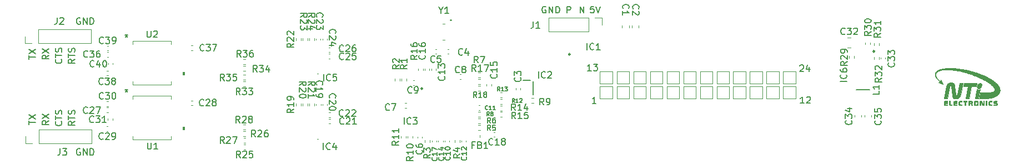
<source format=gto>
G04 #@! TF.GenerationSoftware,KiCad,Pcbnew,(6.0.4)*
G04 #@! TF.CreationDate,2022-05-22T11:17:41+03:00*
G04 #@! TF.ProjectId,dock_rs232_prt,646f636b-5f72-4733-9233-325f7072742e,rev?*
G04 #@! TF.SameCoordinates,Original*
G04 #@! TF.FileFunction,Legend,Top*
G04 #@! TF.FilePolarity,Positive*
%FSLAX46Y46*%
G04 Gerber Fmt 4.6, Leading zero omitted, Abs format (unit mm)*
G04 Created by KiCad (PCBNEW (6.0.4)) date 2022-05-22 11:17:41*
%MOMM*%
%LPD*%
G01*
G04 APERTURE LIST*
%ADD10C,0.010000*%
%ADD11C,0.150000*%
%ADD12C,0.200000*%
%ADD13C,0.120000*%
%ADD14C,0.050000*%
%ADD15C,0.250000*%
%ADD16C,0.100000*%
G04 APERTURE END LIST*
D10*
G36*
X349962829Y-103515359D02*
G01*
X349244486Y-103515359D01*
X348895765Y-105393239D01*
X348389485Y-105393239D01*
X348738206Y-103515359D01*
X348016554Y-103515359D01*
X348108629Y-103019133D01*
X350054905Y-103019133D01*
X349962829Y-103515359D01*
G37*
X349962829Y-103515359D02*
X349244486Y-103515359D01*
X348895765Y-105393239D01*
X348389485Y-105393239D01*
X348738206Y-103515359D01*
X348016554Y-103515359D01*
X348108629Y-103019133D01*
X350054905Y-103019133D01*
X349962829Y-103515359D01*
G36*
X344861399Y-103162536D02*
G01*
X344851080Y-103175633D01*
X344200999Y-102937773D01*
X344207904Y-102934054D01*
X344214019Y-102930642D01*
X344224398Y-102924776D01*
X344228918Y-102922340D01*
X344231068Y-102921251D01*
X344233164Y-102920249D01*
X344235225Y-102919335D01*
X344237265Y-102918511D01*
X344239300Y-102917777D01*
X344241348Y-102917135D01*
X344341906Y-102888263D01*
X344392352Y-102874348D01*
X344442960Y-102861176D01*
X344449896Y-102859229D01*
X344456371Y-102857003D01*
X344462395Y-102854488D01*
X344467973Y-102851674D01*
X344470599Y-102850153D01*
X344473116Y-102848553D01*
X344475526Y-102846874D01*
X344477830Y-102845115D01*
X344480029Y-102843274D01*
X344482123Y-102841350D01*
X344484115Y-102839342D01*
X344486004Y-102837249D01*
X344487793Y-102835069D01*
X344489481Y-102832802D01*
X344491070Y-102830446D01*
X344492560Y-102828000D01*
X344493954Y-102825462D01*
X344495251Y-102822833D01*
X344496453Y-102820109D01*
X344497561Y-102817291D01*
X344499499Y-102811367D01*
X344501071Y-102805049D01*
X344502286Y-102798328D01*
X344503153Y-102791195D01*
X344509565Y-102728435D01*
X344516547Y-102665749D01*
X344531331Y-102540502D01*
X344531688Y-102537652D01*
X344532110Y-102534808D01*
X344533121Y-102529135D01*
X344534312Y-102523477D01*
X344535630Y-102517830D01*
X344538437Y-102506550D01*
X344539821Y-102500908D01*
X344541120Y-102495257D01*
X344544973Y-102494489D01*
X344548826Y-102493770D01*
X344552729Y-102493100D01*
X344556731Y-102492480D01*
X344861399Y-103162536D01*
G37*
X344861399Y-103162536D02*
X344851080Y-103175633D01*
X344200999Y-102937773D01*
X344207904Y-102934054D01*
X344214019Y-102930642D01*
X344224398Y-102924776D01*
X344228918Y-102922340D01*
X344231068Y-102921251D01*
X344233164Y-102920249D01*
X344235225Y-102919335D01*
X344237265Y-102918511D01*
X344239300Y-102917777D01*
X344241348Y-102917135D01*
X344341906Y-102888263D01*
X344392352Y-102874348D01*
X344442960Y-102861176D01*
X344449896Y-102859229D01*
X344456371Y-102857003D01*
X344462395Y-102854488D01*
X344467973Y-102851674D01*
X344470599Y-102850153D01*
X344473116Y-102848553D01*
X344475526Y-102846874D01*
X344477830Y-102845115D01*
X344480029Y-102843274D01*
X344482123Y-102841350D01*
X344484115Y-102839342D01*
X344486004Y-102837249D01*
X344487793Y-102835069D01*
X344489481Y-102832802D01*
X344491070Y-102830446D01*
X344492560Y-102828000D01*
X344493954Y-102825462D01*
X344495251Y-102822833D01*
X344496453Y-102820109D01*
X344497561Y-102817291D01*
X344499499Y-102811367D01*
X344501071Y-102805049D01*
X344502286Y-102798328D01*
X344503153Y-102791195D01*
X344509565Y-102728435D01*
X344516547Y-102665749D01*
X344531331Y-102540502D01*
X344531688Y-102537652D01*
X344532110Y-102534808D01*
X344533121Y-102529135D01*
X344534312Y-102523477D01*
X344535630Y-102517830D01*
X344538437Y-102506550D01*
X344539821Y-102500908D01*
X344541120Y-102495257D01*
X344544973Y-102494489D01*
X344548826Y-102493770D01*
X344552729Y-102493100D01*
X344556731Y-102492480D01*
X344861399Y-103162536D01*
G36*
X349173359Y-105789841D02*
G01*
X349184943Y-105790495D01*
X349196122Y-105791413D01*
X349206897Y-105792599D01*
X349217268Y-105794055D01*
X349227237Y-105795781D01*
X349236805Y-105797781D01*
X349245971Y-105800056D01*
X349254738Y-105802608D01*
X349263106Y-105805440D01*
X349271075Y-105808554D01*
X349278648Y-105811951D01*
X349285824Y-105815634D01*
X349292604Y-105819604D01*
X349298990Y-105823865D01*
X349304982Y-105828417D01*
X349310581Y-105833263D01*
X349315788Y-105838405D01*
X349320604Y-105843845D01*
X349325030Y-105849585D01*
X349329066Y-105855628D01*
X349332714Y-105861974D01*
X349335974Y-105868627D01*
X349338847Y-105875588D01*
X349341335Y-105882859D01*
X349343437Y-105890443D01*
X349345155Y-105898342D01*
X349346490Y-105906557D01*
X349347442Y-105915090D01*
X349348013Y-105923944D01*
X349348203Y-105933121D01*
X349348203Y-105984847D01*
X349347883Y-105998575D01*
X349347481Y-106005168D01*
X349346918Y-106011583D01*
X349346193Y-106017820D01*
X349345304Y-106023880D01*
X349344252Y-106029764D01*
X349343035Y-106035472D01*
X349341654Y-106041005D01*
X349340106Y-106046365D01*
X349338392Y-106051552D01*
X349336511Y-106056566D01*
X349334462Y-106061410D01*
X349332244Y-106066083D01*
X349329857Y-106070587D01*
X349327301Y-106074921D01*
X349324574Y-106079089D01*
X349321675Y-106083089D01*
X349318605Y-106086923D01*
X349315362Y-106090592D01*
X349311946Y-106094096D01*
X349308356Y-106097437D01*
X349304592Y-106100615D01*
X349300652Y-106103631D01*
X349296536Y-106106486D01*
X349292244Y-106109181D01*
X349287774Y-106111716D01*
X349283126Y-106114093D01*
X349278300Y-106116313D01*
X349273294Y-106118375D01*
X349268108Y-106120282D01*
X349262742Y-106122034D01*
X349269305Y-106124927D01*
X349275598Y-106128294D01*
X349281615Y-106132128D01*
X349287354Y-106136423D01*
X349292810Y-106141170D01*
X349297979Y-106146365D01*
X349302857Y-106151999D01*
X349307440Y-106158067D01*
X349311723Y-106164560D01*
X349315704Y-106171474D01*
X349319377Y-106178800D01*
X349322738Y-106186532D01*
X349325784Y-106194663D01*
X349328511Y-106203186D01*
X349330914Y-106212096D01*
X349332989Y-106221384D01*
X349379953Y-106441253D01*
X349233374Y-106441253D01*
X349201491Y-106264644D01*
X349200643Y-106260108D01*
X349199687Y-106255680D01*
X349198627Y-106251362D01*
X349197464Y-106247157D01*
X349196201Y-106243067D01*
X349194841Y-106239094D01*
X349193387Y-106235240D01*
X349191840Y-106231509D01*
X349190205Y-106227902D01*
X349188482Y-106224422D01*
X349186676Y-106221071D01*
X349184788Y-106217852D01*
X349182821Y-106214766D01*
X349180778Y-106211817D01*
X349178660Y-106209006D01*
X349176472Y-106206336D01*
X349174215Y-106203810D01*
X349171892Y-106201430D01*
X349169506Y-106199198D01*
X349167058Y-106197116D01*
X349164553Y-106195187D01*
X349161992Y-106193413D01*
X349159378Y-106191797D01*
X349156713Y-106190341D01*
X349154001Y-106189048D01*
X349151243Y-106187919D01*
X349148443Y-106186957D01*
X349145602Y-106186165D01*
X349142724Y-106185545D01*
X349139811Y-106185099D01*
X349136866Y-106184830D01*
X349133891Y-106184740D01*
X348993926Y-106184740D01*
X348993926Y-106054168D01*
X349143283Y-106054168D01*
X349147277Y-106054116D01*
X349151150Y-106053960D01*
X349154900Y-106053702D01*
X349158528Y-106053344D01*
X349162033Y-106052885D01*
X349165414Y-106052328D01*
X349168672Y-106051673D01*
X349171806Y-106050923D01*
X349174816Y-106050077D01*
X349177701Y-106049138D01*
X349180461Y-106048106D01*
X349183096Y-106046982D01*
X349185606Y-106045769D01*
X349187990Y-106044467D01*
X349190248Y-106043077D01*
X349192379Y-106041600D01*
X349194384Y-106040039D01*
X349196261Y-106038393D01*
X349198012Y-106036664D01*
X349199634Y-106034854D01*
X349201129Y-106032963D01*
X349202495Y-106030993D01*
X349203733Y-106028946D01*
X349204842Y-106026821D01*
X349205821Y-106024621D01*
X349206671Y-106022346D01*
X349207391Y-106019998D01*
X349207981Y-106017578D01*
X349208440Y-106015088D01*
X349208768Y-106012528D01*
X349208966Y-106009900D01*
X349209031Y-106007204D01*
X349209031Y-105972412D01*
X349208966Y-105969717D01*
X349208768Y-105967088D01*
X349208440Y-105964528D01*
X349207981Y-105962038D01*
X349207391Y-105959618D01*
X349206671Y-105957270D01*
X349205821Y-105954996D01*
X349204842Y-105952795D01*
X349203733Y-105950671D01*
X349202495Y-105948623D01*
X349201129Y-105946653D01*
X349199635Y-105944762D01*
X349198012Y-105942952D01*
X349196262Y-105941223D01*
X349194384Y-105939578D01*
X349192380Y-105938016D01*
X349190248Y-105936540D01*
X349187991Y-105935150D01*
X349185607Y-105933847D01*
X349183097Y-105932634D01*
X349177701Y-105930479D01*
X349171806Y-105928694D01*
X349165415Y-105927288D01*
X349158528Y-105926273D01*
X349151150Y-105925656D01*
X349143283Y-105925448D01*
X348928177Y-105925448D01*
X348928177Y-106441254D01*
X348789138Y-106441254D01*
X348789138Y-105789320D01*
X349148971Y-105789320D01*
X349173359Y-105789841D01*
G37*
X349173359Y-105789841D02*
X349184943Y-105790495D01*
X349196122Y-105791413D01*
X349206897Y-105792599D01*
X349217268Y-105794055D01*
X349227237Y-105795781D01*
X349236805Y-105797781D01*
X349245971Y-105800056D01*
X349254738Y-105802608D01*
X349263106Y-105805440D01*
X349271075Y-105808554D01*
X349278648Y-105811951D01*
X349285824Y-105815634D01*
X349292604Y-105819604D01*
X349298990Y-105823865D01*
X349304982Y-105828417D01*
X349310581Y-105833263D01*
X349315788Y-105838405D01*
X349320604Y-105843845D01*
X349325030Y-105849585D01*
X349329066Y-105855628D01*
X349332714Y-105861974D01*
X349335974Y-105868627D01*
X349338847Y-105875588D01*
X349341335Y-105882859D01*
X349343437Y-105890443D01*
X349345155Y-105898342D01*
X349346490Y-105906557D01*
X349347442Y-105915090D01*
X349348013Y-105923944D01*
X349348203Y-105933121D01*
X349348203Y-105984847D01*
X349347883Y-105998575D01*
X349347481Y-106005168D01*
X349346918Y-106011583D01*
X349346193Y-106017820D01*
X349345304Y-106023880D01*
X349344252Y-106029764D01*
X349343035Y-106035472D01*
X349341654Y-106041005D01*
X349340106Y-106046365D01*
X349338392Y-106051552D01*
X349336511Y-106056566D01*
X349334462Y-106061410D01*
X349332244Y-106066083D01*
X349329857Y-106070587D01*
X349327301Y-106074921D01*
X349324574Y-106079089D01*
X349321675Y-106083089D01*
X349318605Y-106086923D01*
X349315362Y-106090592D01*
X349311946Y-106094096D01*
X349308356Y-106097437D01*
X349304592Y-106100615D01*
X349300652Y-106103631D01*
X349296536Y-106106486D01*
X349292244Y-106109181D01*
X349287774Y-106111716D01*
X349283126Y-106114093D01*
X349278300Y-106116313D01*
X349273294Y-106118375D01*
X349268108Y-106120282D01*
X349262742Y-106122034D01*
X349269305Y-106124927D01*
X349275598Y-106128294D01*
X349281615Y-106132128D01*
X349287354Y-106136423D01*
X349292810Y-106141170D01*
X349297979Y-106146365D01*
X349302857Y-106151999D01*
X349307440Y-106158067D01*
X349311723Y-106164560D01*
X349315704Y-106171474D01*
X349319377Y-106178800D01*
X349322738Y-106186532D01*
X349325784Y-106194663D01*
X349328511Y-106203186D01*
X349330914Y-106212096D01*
X349332989Y-106221384D01*
X349379953Y-106441253D01*
X349233374Y-106441253D01*
X349201491Y-106264644D01*
X349200643Y-106260108D01*
X349199687Y-106255680D01*
X349198627Y-106251362D01*
X349197464Y-106247157D01*
X349196201Y-106243067D01*
X349194841Y-106239094D01*
X349193387Y-106235240D01*
X349191840Y-106231509D01*
X349190205Y-106227902D01*
X349188482Y-106224422D01*
X349186676Y-106221071D01*
X349184788Y-106217852D01*
X349182821Y-106214766D01*
X349180778Y-106211817D01*
X349178660Y-106209006D01*
X349176472Y-106206336D01*
X349174215Y-106203810D01*
X349171892Y-106201430D01*
X349169506Y-106199198D01*
X349167058Y-106197116D01*
X349164553Y-106195187D01*
X349161992Y-106193413D01*
X349159378Y-106191797D01*
X349156713Y-106190341D01*
X349154001Y-106189048D01*
X349151243Y-106187919D01*
X349148443Y-106186957D01*
X349145602Y-106186165D01*
X349142724Y-106185545D01*
X349139811Y-106185099D01*
X349136866Y-106184830D01*
X349133891Y-106184740D01*
X348993926Y-106184740D01*
X348993926Y-106054168D01*
X349143283Y-106054168D01*
X349147277Y-106054116D01*
X349151150Y-106053960D01*
X349154900Y-106053702D01*
X349158528Y-106053344D01*
X349162033Y-106052885D01*
X349165414Y-106052328D01*
X349168672Y-106051673D01*
X349171806Y-106050923D01*
X349174816Y-106050077D01*
X349177701Y-106049138D01*
X349180461Y-106048106D01*
X349183096Y-106046982D01*
X349185606Y-106045769D01*
X349187990Y-106044467D01*
X349190248Y-106043077D01*
X349192379Y-106041600D01*
X349194384Y-106040039D01*
X349196261Y-106038393D01*
X349198012Y-106036664D01*
X349199634Y-106034854D01*
X349201129Y-106032963D01*
X349202495Y-106030993D01*
X349203733Y-106028946D01*
X349204842Y-106026821D01*
X349205821Y-106024621D01*
X349206671Y-106022346D01*
X349207391Y-106019998D01*
X349207981Y-106017578D01*
X349208440Y-106015088D01*
X349208768Y-106012528D01*
X349208966Y-106009900D01*
X349209031Y-106007204D01*
X349209031Y-105972412D01*
X349208966Y-105969717D01*
X349208768Y-105967088D01*
X349208440Y-105964528D01*
X349207981Y-105962038D01*
X349207391Y-105959618D01*
X349206671Y-105957270D01*
X349205821Y-105954996D01*
X349204842Y-105952795D01*
X349203733Y-105950671D01*
X349202495Y-105948623D01*
X349201129Y-105946653D01*
X349199635Y-105944762D01*
X349198012Y-105942952D01*
X349196262Y-105941223D01*
X349194384Y-105939578D01*
X349192380Y-105938016D01*
X349190248Y-105936540D01*
X349187991Y-105935150D01*
X349185607Y-105933847D01*
X349183097Y-105932634D01*
X349177701Y-105930479D01*
X349171806Y-105928694D01*
X349165415Y-105927288D01*
X349158528Y-105926273D01*
X349151150Y-105925656D01*
X349143283Y-105925448D01*
X348928177Y-105925448D01*
X348928177Y-106441254D01*
X348789138Y-106441254D01*
X348789138Y-105789320D01*
X349148971Y-105789320D01*
X349173359Y-105789841D01*
G36*
X353139285Y-105925845D02*
G01*
X352798237Y-105925845D01*
X352793987Y-105925906D01*
X352789870Y-105926086D01*
X352785886Y-105926387D01*
X352782035Y-105926807D01*
X352778317Y-105927346D01*
X352774732Y-105928004D01*
X352771280Y-105928779D01*
X352767963Y-105929671D01*
X352764778Y-105930681D01*
X352761728Y-105931807D01*
X352758812Y-105933048D01*
X352756030Y-105934405D01*
X352753382Y-105935877D01*
X352750869Y-105937463D01*
X352748490Y-105939163D01*
X352746246Y-105940976D01*
X352744137Y-105942902D01*
X352742163Y-105944940D01*
X352740324Y-105947090D01*
X352738620Y-105949352D01*
X352737052Y-105951724D01*
X352735619Y-105954206D01*
X352734322Y-105956798D01*
X352733161Y-105959499D01*
X352732136Y-105962309D01*
X352731248Y-105965227D01*
X352730495Y-105968253D01*
X352729879Y-105971386D01*
X352729400Y-105974626D01*
X352729057Y-105977972D01*
X352728852Y-105981423D01*
X352728783Y-105984980D01*
X352728852Y-105988534D01*
X352729057Y-105991978D01*
X352729400Y-105995311D01*
X352729879Y-105998534D01*
X352730495Y-106001646D01*
X352731248Y-106004647D01*
X352732136Y-106007537D01*
X352733161Y-106010316D01*
X352734322Y-106012983D01*
X352735619Y-106015539D01*
X352737052Y-106017983D01*
X352738620Y-106020315D01*
X352740324Y-106022535D01*
X352742163Y-106024643D01*
X352744137Y-106026638D01*
X352746246Y-106028521D01*
X352748490Y-106030290D01*
X352750869Y-106031947D01*
X352753382Y-106033491D01*
X352756030Y-106034921D01*
X352758812Y-106036238D01*
X352761728Y-106037442D01*
X352764778Y-106038531D01*
X352767963Y-106039507D01*
X352771280Y-106040368D01*
X352774732Y-106041116D01*
X352782035Y-106042266D01*
X352789870Y-106042958D01*
X352798237Y-106043188D01*
X352944816Y-106043188D01*
X352957935Y-106043410D01*
X352970698Y-106044073D01*
X352983101Y-106045170D01*
X352995140Y-106046698D01*
X353006811Y-106048650D01*
X353018110Y-106051021D01*
X353029034Y-106053806D01*
X353039578Y-106057000D01*
X353049738Y-106060598D01*
X353059511Y-106064594D01*
X353068892Y-106068982D01*
X353077877Y-106073759D01*
X353086463Y-106078917D01*
X353094645Y-106084453D01*
X353102420Y-106090360D01*
X353109783Y-106096634D01*
X353116731Y-106103269D01*
X353123259Y-106110260D01*
X353129364Y-106117602D01*
X353135042Y-106125289D01*
X353140288Y-106133317D01*
X353145099Y-106141679D01*
X353149470Y-106150370D01*
X353153398Y-106159386D01*
X353156879Y-106168721D01*
X353159909Y-106178370D01*
X353162483Y-106188327D01*
X353164599Y-106198587D01*
X353166251Y-106209145D01*
X353167436Y-106219995D01*
X353168150Y-106231133D01*
X353168389Y-106242553D01*
X353168150Y-106253948D01*
X353167436Y-106265064D01*
X353166251Y-106275893D01*
X353164599Y-106286431D01*
X353162484Y-106296673D01*
X353159909Y-106306613D01*
X353156879Y-106316245D01*
X353153399Y-106325566D01*
X353149470Y-106334568D01*
X353145099Y-106343247D01*
X353140288Y-106351598D01*
X353135042Y-106359615D01*
X353129365Y-106367293D01*
X353123260Y-106374627D01*
X353116731Y-106381610D01*
X353109784Y-106388239D01*
X353102420Y-106394507D01*
X353094646Y-106400409D01*
X353086463Y-106405941D01*
X353077878Y-106411095D01*
X353068892Y-106415868D01*
X353059511Y-106420254D01*
X353049739Y-106424248D01*
X353039578Y-106427844D01*
X353029034Y-106431037D01*
X353018110Y-106433821D01*
X353006811Y-106436191D01*
X352995140Y-106438143D01*
X352983101Y-106439670D01*
X352970698Y-106440767D01*
X352957935Y-106441430D01*
X352944816Y-106441652D01*
X352602843Y-106441652D01*
X352602843Y-106304465D01*
X352947594Y-106304465D01*
X352952540Y-106304405D01*
X352957331Y-106304222D01*
X352961968Y-106303918D01*
X352966450Y-106303492D01*
X352970777Y-106302945D01*
X352974949Y-106302276D01*
X352978966Y-106301486D01*
X352982827Y-106300575D01*
X352986533Y-106299542D01*
X352990083Y-106298388D01*
X352993477Y-106297113D01*
X352996715Y-106295717D01*
X352999796Y-106294199D01*
X353002721Y-106292561D01*
X353005490Y-106290801D01*
X353008101Y-106288921D01*
X353010556Y-106286919D01*
X353012853Y-106284797D01*
X353014994Y-106282554D01*
X353016976Y-106280190D01*
X353018802Y-106277705D01*
X353020469Y-106275100D01*
X353021978Y-106272374D01*
X353023329Y-106269528D01*
X353024522Y-106266560D01*
X353025556Y-106263473D01*
X353026432Y-106260265D01*
X353027149Y-106256937D01*
X353027707Y-106253488D01*
X353028105Y-106249919D01*
X353028345Y-106246230D01*
X353028425Y-106242420D01*
X353028345Y-106238599D01*
X353028105Y-106234900D01*
X353027707Y-106231322D01*
X353027149Y-106227866D01*
X353026432Y-106224531D01*
X353025556Y-106221318D01*
X353024522Y-106218227D01*
X353023329Y-106215257D01*
X353021978Y-106212409D01*
X353020469Y-106209682D01*
X353018802Y-106207076D01*
X353016976Y-106204592D01*
X353014994Y-106202230D01*
X353012853Y-106199989D01*
X353010556Y-106197869D01*
X353008101Y-106195870D01*
X353005490Y-106193993D01*
X353002721Y-106192237D01*
X352999796Y-106190602D01*
X352996715Y-106189089D01*
X352993477Y-106187697D01*
X352990083Y-106186426D01*
X352982827Y-106184247D01*
X352974949Y-106182553D01*
X352966450Y-106181343D01*
X352957331Y-106180617D01*
X352947594Y-106180376D01*
X352801015Y-106180376D01*
X352788758Y-106180154D01*
X352776818Y-106179492D01*
X352765201Y-106178397D01*
X352753911Y-106176874D01*
X352742953Y-106174929D01*
X352732332Y-106172569D01*
X352722052Y-106169799D01*
X352712117Y-106166625D01*
X352702533Y-106163054D01*
X352693305Y-106159091D01*
X352684436Y-106154743D01*
X352675932Y-106150014D01*
X352667797Y-106144913D01*
X352660036Y-106139443D01*
X352652654Y-106133612D01*
X352645655Y-106127426D01*
X352639044Y-106120889D01*
X352632826Y-106114010D01*
X352627005Y-106106792D01*
X352621586Y-106099243D01*
X352616573Y-106091369D01*
X352611972Y-106083175D01*
X352607787Y-106074667D01*
X352604023Y-106065852D01*
X352600684Y-106056735D01*
X352597775Y-106047323D01*
X352595300Y-106037622D01*
X352593265Y-106027636D01*
X352591675Y-106017374D01*
X352590532Y-106006839D01*
X352589844Y-105996040D01*
X352589613Y-105984981D01*
X352589844Y-105973921D01*
X352590532Y-105963122D01*
X352591675Y-105952587D01*
X352593265Y-105942325D01*
X352595300Y-105932339D01*
X352597775Y-105922638D01*
X352600684Y-105913225D01*
X352604023Y-105904109D01*
X352607787Y-105895294D01*
X352611972Y-105886786D01*
X352616573Y-105878592D01*
X352621586Y-105870717D01*
X352627005Y-105863168D01*
X352632826Y-105855951D01*
X352639044Y-105849071D01*
X352645655Y-105842535D01*
X352652654Y-105836348D01*
X352660036Y-105830517D01*
X352667797Y-105825048D01*
X352675932Y-105819946D01*
X352684436Y-105815218D01*
X352693305Y-105810869D01*
X352702533Y-105806906D01*
X352712117Y-105803335D01*
X352722052Y-105800161D01*
X352732332Y-105797392D01*
X352742953Y-105795031D01*
X352753911Y-105793087D01*
X352765201Y-105791564D01*
X352776818Y-105790468D01*
X352788758Y-105789807D01*
X352801015Y-105789585D01*
X353139285Y-105789585D01*
X353139285Y-105925845D01*
G37*
X353139285Y-105925845D02*
X352798237Y-105925845D01*
X352793987Y-105925906D01*
X352789870Y-105926086D01*
X352785886Y-105926387D01*
X352782035Y-105926807D01*
X352778317Y-105927346D01*
X352774732Y-105928004D01*
X352771280Y-105928779D01*
X352767963Y-105929671D01*
X352764778Y-105930681D01*
X352761728Y-105931807D01*
X352758812Y-105933048D01*
X352756030Y-105934405D01*
X352753382Y-105935877D01*
X352750869Y-105937463D01*
X352748490Y-105939163D01*
X352746246Y-105940976D01*
X352744137Y-105942902D01*
X352742163Y-105944940D01*
X352740324Y-105947090D01*
X352738620Y-105949352D01*
X352737052Y-105951724D01*
X352735619Y-105954206D01*
X352734322Y-105956798D01*
X352733161Y-105959499D01*
X352732136Y-105962309D01*
X352731248Y-105965227D01*
X352730495Y-105968253D01*
X352729879Y-105971386D01*
X352729400Y-105974626D01*
X352729057Y-105977972D01*
X352728852Y-105981423D01*
X352728783Y-105984980D01*
X352728852Y-105988534D01*
X352729057Y-105991978D01*
X352729400Y-105995311D01*
X352729879Y-105998534D01*
X352730495Y-106001646D01*
X352731248Y-106004647D01*
X352732136Y-106007537D01*
X352733161Y-106010316D01*
X352734322Y-106012983D01*
X352735619Y-106015539D01*
X352737052Y-106017983D01*
X352738620Y-106020315D01*
X352740324Y-106022535D01*
X352742163Y-106024643D01*
X352744137Y-106026638D01*
X352746246Y-106028521D01*
X352748490Y-106030290D01*
X352750869Y-106031947D01*
X352753382Y-106033491D01*
X352756030Y-106034921D01*
X352758812Y-106036238D01*
X352761728Y-106037442D01*
X352764778Y-106038531D01*
X352767963Y-106039507D01*
X352771280Y-106040368D01*
X352774732Y-106041116D01*
X352782035Y-106042266D01*
X352789870Y-106042958D01*
X352798237Y-106043188D01*
X352944816Y-106043188D01*
X352957935Y-106043410D01*
X352970698Y-106044073D01*
X352983101Y-106045170D01*
X352995140Y-106046698D01*
X353006811Y-106048650D01*
X353018110Y-106051021D01*
X353029034Y-106053806D01*
X353039578Y-106057000D01*
X353049738Y-106060598D01*
X353059511Y-106064594D01*
X353068892Y-106068982D01*
X353077877Y-106073759D01*
X353086463Y-106078917D01*
X353094645Y-106084453D01*
X353102420Y-106090360D01*
X353109783Y-106096634D01*
X353116731Y-106103269D01*
X353123259Y-106110260D01*
X353129364Y-106117602D01*
X353135042Y-106125289D01*
X353140288Y-106133317D01*
X353145099Y-106141679D01*
X353149470Y-106150370D01*
X353153398Y-106159386D01*
X353156879Y-106168721D01*
X353159909Y-106178370D01*
X353162483Y-106188327D01*
X353164599Y-106198587D01*
X353166251Y-106209145D01*
X353167436Y-106219995D01*
X353168150Y-106231133D01*
X353168389Y-106242553D01*
X353168150Y-106253948D01*
X353167436Y-106265064D01*
X353166251Y-106275893D01*
X353164599Y-106286431D01*
X353162484Y-106296673D01*
X353159909Y-106306613D01*
X353156879Y-106316245D01*
X353153399Y-106325566D01*
X353149470Y-106334568D01*
X353145099Y-106343247D01*
X353140288Y-106351598D01*
X353135042Y-106359615D01*
X353129365Y-106367293D01*
X353123260Y-106374627D01*
X353116731Y-106381610D01*
X353109784Y-106388239D01*
X353102420Y-106394507D01*
X353094646Y-106400409D01*
X353086463Y-106405941D01*
X353077878Y-106411095D01*
X353068892Y-106415868D01*
X353059511Y-106420254D01*
X353049739Y-106424248D01*
X353039578Y-106427844D01*
X353029034Y-106431037D01*
X353018110Y-106433821D01*
X353006811Y-106436191D01*
X352995140Y-106438143D01*
X352983101Y-106439670D01*
X352970698Y-106440767D01*
X352957935Y-106441430D01*
X352944816Y-106441652D01*
X352602843Y-106441652D01*
X352602843Y-106304465D01*
X352947594Y-106304465D01*
X352952540Y-106304405D01*
X352957331Y-106304222D01*
X352961968Y-106303918D01*
X352966450Y-106303492D01*
X352970777Y-106302945D01*
X352974949Y-106302276D01*
X352978966Y-106301486D01*
X352982827Y-106300575D01*
X352986533Y-106299542D01*
X352990083Y-106298388D01*
X352993477Y-106297113D01*
X352996715Y-106295717D01*
X352999796Y-106294199D01*
X353002721Y-106292561D01*
X353005490Y-106290801D01*
X353008101Y-106288921D01*
X353010556Y-106286919D01*
X353012853Y-106284797D01*
X353014994Y-106282554D01*
X353016976Y-106280190D01*
X353018802Y-106277705D01*
X353020469Y-106275100D01*
X353021978Y-106272374D01*
X353023329Y-106269528D01*
X353024522Y-106266560D01*
X353025556Y-106263473D01*
X353026432Y-106260265D01*
X353027149Y-106256937D01*
X353027707Y-106253488D01*
X353028105Y-106249919D01*
X353028345Y-106246230D01*
X353028425Y-106242420D01*
X353028345Y-106238599D01*
X353028105Y-106234900D01*
X353027707Y-106231322D01*
X353027149Y-106227866D01*
X353026432Y-106224531D01*
X353025556Y-106221318D01*
X353024522Y-106218227D01*
X353023329Y-106215257D01*
X353021978Y-106212409D01*
X353020469Y-106209682D01*
X353018802Y-106207076D01*
X353016976Y-106204592D01*
X353014994Y-106202230D01*
X353012853Y-106199989D01*
X353010556Y-106197869D01*
X353008101Y-106195870D01*
X353005490Y-106193993D01*
X353002721Y-106192237D01*
X352999796Y-106190602D01*
X352996715Y-106189089D01*
X352993477Y-106187697D01*
X352990083Y-106186426D01*
X352982827Y-106184247D01*
X352974949Y-106182553D01*
X352966450Y-106181343D01*
X352957331Y-106180617D01*
X352947594Y-106180376D01*
X352801015Y-106180376D01*
X352788758Y-106180154D01*
X352776818Y-106179492D01*
X352765201Y-106178397D01*
X352753911Y-106176874D01*
X352742953Y-106174929D01*
X352732332Y-106172569D01*
X352722052Y-106169799D01*
X352712117Y-106166625D01*
X352702533Y-106163054D01*
X352693305Y-106159091D01*
X352684436Y-106154743D01*
X352675932Y-106150014D01*
X352667797Y-106144913D01*
X352660036Y-106139443D01*
X352652654Y-106133612D01*
X352645655Y-106127426D01*
X352639044Y-106120889D01*
X352632826Y-106114010D01*
X352627005Y-106106792D01*
X352621586Y-106099243D01*
X352616573Y-106091369D01*
X352611972Y-106083175D01*
X352607787Y-106074667D01*
X352604023Y-106065852D01*
X352600684Y-106056735D01*
X352597775Y-106047323D01*
X352595300Y-106037622D01*
X352593265Y-106027636D01*
X352591675Y-106017374D01*
X352590532Y-106006839D01*
X352589844Y-105996040D01*
X352589613Y-105984981D01*
X352589844Y-105973921D01*
X352590532Y-105963122D01*
X352591675Y-105952587D01*
X352593265Y-105942325D01*
X352595300Y-105932339D01*
X352597775Y-105922638D01*
X352600684Y-105913225D01*
X352604023Y-105904109D01*
X352607787Y-105895294D01*
X352611972Y-105886786D01*
X352616573Y-105878592D01*
X352621586Y-105870717D01*
X352627005Y-105863168D01*
X352632826Y-105855951D01*
X352639044Y-105849071D01*
X352645655Y-105842535D01*
X352652654Y-105836348D01*
X352660036Y-105830517D01*
X352667797Y-105825048D01*
X352675932Y-105819946D01*
X352684436Y-105815218D01*
X352693305Y-105810869D01*
X352702533Y-105806906D01*
X352712117Y-105803335D01*
X352722052Y-105800161D01*
X352732332Y-105797392D01*
X352742953Y-105795031D01*
X352753911Y-105793087D01*
X352765201Y-105791564D01*
X352776818Y-105790468D01*
X352788758Y-105789807D01*
X352801015Y-105789585D01*
X353139285Y-105789585D01*
X353139285Y-105925845D01*
G36*
X345563735Y-105925845D02*
G01*
X345251792Y-105925845D01*
X345241508Y-105926070D01*
X345232117Y-105926764D01*
X345227746Y-105927296D01*
X345223586Y-105927956D01*
X345219634Y-105928748D01*
X345215885Y-105929676D01*
X345212335Y-105930742D01*
X345208981Y-105931950D01*
X345205818Y-105933305D01*
X345202843Y-105934810D01*
X345200052Y-105936468D01*
X345197440Y-105938283D01*
X345195004Y-105940259D01*
X345192740Y-105942398D01*
X345190643Y-105944706D01*
X345188711Y-105947185D01*
X345186938Y-105949839D01*
X345185322Y-105952672D01*
X345183857Y-105955687D01*
X345182540Y-105958888D01*
X345181368Y-105962278D01*
X345180336Y-105965862D01*
X345179440Y-105969642D01*
X345178676Y-105973622D01*
X345177529Y-105982198D01*
X345176865Y-105991619D01*
X345176650Y-106001913D01*
X345176650Y-106043188D01*
X345563735Y-106043188D01*
X345563735Y-106180242D01*
X345176650Y-106180242D01*
X345176650Y-106229058D01*
X345176865Y-106239342D01*
X345177529Y-106248733D01*
X345178040Y-106253104D01*
X345178676Y-106257263D01*
X345179440Y-106261216D01*
X345180336Y-106264965D01*
X345181368Y-106268514D01*
X345182540Y-106271868D01*
X345183857Y-106275031D01*
X345185322Y-106278006D01*
X345186938Y-106280797D01*
X345188711Y-106283409D01*
X345190643Y-106285845D01*
X345192740Y-106288109D01*
X345195004Y-106290206D01*
X345197440Y-106292138D01*
X345200052Y-106293911D01*
X345202843Y-106295528D01*
X345205818Y-106296992D01*
X345208981Y-106298309D01*
X345212335Y-106299481D01*
X345215885Y-106300514D01*
X345219634Y-106301410D01*
X345223586Y-106302173D01*
X345227746Y-106302809D01*
X345232117Y-106303320D01*
X345241508Y-106303985D01*
X345251792Y-106304199D01*
X345563735Y-106304199D01*
X345563735Y-106441386D01*
X345241472Y-106441386D01*
X345214875Y-106440706D01*
X345190363Y-106438636D01*
X345178873Y-106437064D01*
X345167885Y-106435127D01*
X345157393Y-106432818D01*
X345147390Y-106430131D01*
X345137871Y-106427059D01*
X345128828Y-106423599D01*
X345120256Y-106419742D01*
X345112148Y-106415483D01*
X345104497Y-106410816D01*
X345097298Y-106405735D01*
X345090543Y-106400234D01*
X345084227Y-106394307D01*
X345078343Y-106387947D01*
X345072885Y-106381150D01*
X345067847Y-106373908D01*
X345063221Y-106366216D01*
X345059002Y-106358068D01*
X345055183Y-106349458D01*
X345051758Y-106340379D01*
X345048721Y-106330826D01*
X345046065Y-106320792D01*
X345043784Y-106310272D01*
X345041871Y-106299259D01*
X345040320Y-106287748D01*
X345038280Y-106263207D01*
X345037611Y-106236599D01*
X345037611Y-105993314D01*
X345038280Y-105966717D01*
X345040320Y-105942204D01*
X345041871Y-105930715D01*
X345043784Y-105919727D01*
X345046065Y-105909236D01*
X345048721Y-105899234D01*
X345051758Y-105889715D01*
X345055183Y-105880674D01*
X345059002Y-105872103D01*
X345063221Y-105863996D01*
X345067847Y-105856347D01*
X345072885Y-105849150D01*
X345078343Y-105842398D01*
X345084227Y-105836085D01*
X345090543Y-105830205D01*
X345097298Y-105824750D01*
X345104497Y-105819716D01*
X345112148Y-105815095D01*
X345120256Y-105810881D01*
X345128828Y-105807068D01*
X345137871Y-105803649D01*
X345147390Y-105800619D01*
X345157393Y-105797970D01*
X345167885Y-105795697D01*
X345178873Y-105793792D01*
X345190363Y-105792251D01*
X345214875Y-105790231D01*
X345241473Y-105789585D01*
X345563735Y-105789585D01*
X345563735Y-105925845D01*
G37*
X345563735Y-105925845D02*
X345251792Y-105925845D01*
X345241508Y-105926070D01*
X345232117Y-105926764D01*
X345227746Y-105927296D01*
X345223586Y-105927956D01*
X345219634Y-105928748D01*
X345215885Y-105929676D01*
X345212335Y-105930742D01*
X345208981Y-105931950D01*
X345205818Y-105933305D01*
X345202843Y-105934810D01*
X345200052Y-105936468D01*
X345197440Y-105938283D01*
X345195004Y-105940259D01*
X345192740Y-105942398D01*
X345190643Y-105944706D01*
X345188711Y-105947185D01*
X345186938Y-105949839D01*
X345185322Y-105952672D01*
X345183857Y-105955687D01*
X345182540Y-105958888D01*
X345181368Y-105962278D01*
X345180336Y-105965862D01*
X345179440Y-105969642D01*
X345178676Y-105973622D01*
X345177529Y-105982198D01*
X345176865Y-105991619D01*
X345176650Y-106001913D01*
X345176650Y-106043188D01*
X345563735Y-106043188D01*
X345563735Y-106180242D01*
X345176650Y-106180242D01*
X345176650Y-106229058D01*
X345176865Y-106239342D01*
X345177529Y-106248733D01*
X345178040Y-106253104D01*
X345178676Y-106257263D01*
X345179440Y-106261216D01*
X345180336Y-106264965D01*
X345181368Y-106268514D01*
X345182540Y-106271868D01*
X345183857Y-106275031D01*
X345185322Y-106278006D01*
X345186938Y-106280797D01*
X345188711Y-106283409D01*
X345190643Y-106285845D01*
X345192740Y-106288109D01*
X345195004Y-106290206D01*
X345197440Y-106292138D01*
X345200052Y-106293911D01*
X345202843Y-106295528D01*
X345205818Y-106296992D01*
X345208981Y-106298309D01*
X345212335Y-106299481D01*
X345215885Y-106300514D01*
X345219634Y-106301410D01*
X345223586Y-106302173D01*
X345227746Y-106302809D01*
X345232117Y-106303320D01*
X345241508Y-106303985D01*
X345251792Y-106304199D01*
X345563735Y-106304199D01*
X345563735Y-106441386D01*
X345241472Y-106441386D01*
X345214875Y-106440706D01*
X345190363Y-106438636D01*
X345178873Y-106437064D01*
X345167885Y-106435127D01*
X345157393Y-106432818D01*
X345147390Y-106430131D01*
X345137871Y-106427059D01*
X345128828Y-106423599D01*
X345120256Y-106419742D01*
X345112148Y-106415483D01*
X345104497Y-106410816D01*
X345097298Y-106405735D01*
X345090543Y-106400234D01*
X345084227Y-106394307D01*
X345078343Y-106387947D01*
X345072885Y-106381150D01*
X345067847Y-106373908D01*
X345063221Y-106366216D01*
X345059002Y-106358068D01*
X345055183Y-106349458D01*
X345051758Y-106340379D01*
X345048721Y-106330826D01*
X345046065Y-106320792D01*
X345043784Y-106310272D01*
X345041871Y-106299259D01*
X345040320Y-106287748D01*
X345038280Y-106263207D01*
X345037611Y-106236599D01*
X345037611Y-105993314D01*
X345038280Y-105966717D01*
X345040320Y-105942204D01*
X345041871Y-105930715D01*
X345043784Y-105919727D01*
X345046065Y-105909236D01*
X345048721Y-105899234D01*
X345051758Y-105889715D01*
X345055183Y-105880674D01*
X345059002Y-105872103D01*
X345063221Y-105863996D01*
X345067847Y-105856347D01*
X345072885Y-105849150D01*
X345078343Y-105842398D01*
X345084227Y-105836085D01*
X345090543Y-105830205D01*
X345097298Y-105824750D01*
X345104497Y-105819716D01*
X345112148Y-105815095D01*
X345120256Y-105810881D01*
X345128828Y-105807068D01*
X345137871Y-105803649D01*
X345147390Y-105800619D01*
X345157393Y-105797970D01*
X345167885Y-105795697D01*
X345178873Y-105793792D01*
X345190363Y-105792251D01*
X345214875Y-105790231D01*
X345241473Y-105789585D01*
X345563735Y-105789585D01*
X345563735Y-105925845D01*
G36*
X345973310Y-106229190D02*
G01*
X345973535Y-106239474D01*
X345974229Y-106248865D01*
X345974761Y-106253235D01*
X345975421Y-106257395D01*
X345976213Y-106261346D01*
X345977140Y-106265095D01*
X345978206Y-106268643D01*
X345979415Y-106271996D01*
X345980770Y-106275158D01*
X345982274Y-106278131D01*
X345983932Y-106280921D01*
X345985747Y-106283530D01*
X345987723Y-106285964D01*
X345989863Y-106288225D01*
X345992170Y-106290318D01*
X345994649Y-106292247D01*
X345997304Y-106294016D01*
X346000136Y-106295628D01*
X346003151Y-106297087D01*
X346006352Y-106298398D01*
X346009742Y-106299565D01*
X346013326Y-106300590D01*
X346017106Y-106301479D01*
X346021086Y-106302235D01*
X346029663Y-106303364D01*
X346039083Y-106304008D01*
X346049378Y-106304199D01*
X346260780Y-106304199D01*
X346260780Y-106441386D01*
X346039059Y-106441386D01*
X346012451Y-106440706D01*
X345987909Y-106438636D01*
X345976398Y-106437064D01*
X345965386Y-106435127D01*
X345954866Y-106432818D01*
X345944832Y-106430131D01*
X345935279Y-106427059D01*
X345926200Y-106423599D01*
X345917589Y-106419742D01*
X345909441Y-106415483D01*
X345901749Y-106410816D01*
X345894507Y-106405735D01*
X345887710Y-106400234D01*
X345881351Y-106394307D01*
X345875423Y-106387947D01*
X345869922Y-106381150D01*
X345864841Y-106373908D01*
X345860174Y-106366216D01*
X345855915Y-106358068D01*
X345852059Y-106349458D01*
X345848598Y-106340379D01*
X345845526Y-106330826D01*
X345842839Y-106320792D01*
X345840530Y-106310272D01*
X345838593Y-106299259D01*
X345837021Y-106287748D01*
X345834951Y-106263207D01*
X345834271Y-106236599D01*
X345834271Y-105789453D01*
X345973310Y-105789453D01*
X345973310Y-106229190D01*
G37*
X345973310Y-106229190D02*
X345973535Y-106239474D01*
X345974229Y-106248865D01*
X345974761Y-106253235D01*
X345975421Y-106257395D01*
X345976213Y-106261346D01*
X345977140Y-106265095D01*
X345978206Y-106268643D01*
X345979415Y-106271996D01*
X345980770Y-106275158D01*
X345982274Y-106278131D01*
X345983932Y-106280921D01*
X345985747Y-106283530D01*
X345987723Y-106285964D01*
X345989863Y-106288225D01*
X345992170Y-106290318D01*
X345994649Y-106292247D01*
X345997304Y-106294016D01*
X346000136Y-106295628D01*
X346003151Y-106297087D01*
X346006352Y-106298398D01*
X346009742Y-106299565D01*
X346013326Y-106300590D01*
X346017106Y-106301479D01*
X346021086Y-106302235D01*
X346029663Y-106303364D01*
X346039083Y-106304008D01*
X346049378Y-106304199D01*
X346260780Y-106304199D01*
X346260780Y-106441386D01*
X346039059Y-106441386D01*
X346012451Y-106440706D01*
X345987909Y-106438636D01*
X345976398Y-106437064D01*
X345965386Y-106435127D01*
X345954866Y-106432818D01*
X345944832Y-106430131D01*
X345935279Y-106427059D01*
X345926200Y-106423599D01*
X345917589Y-106419742D01*
X345909441Y-106415483D01*
X345901749Y-106410816D01*
X345894507Y-106405735D01*
X345887710Y-106400234D01*
X345881351Y-106394307D01*
X345875423Y-106387947D01*
X345869922Y-106381150D01*
X345864841Y-106373908D01*
X345860174Y-106366216D01*
X345855915Y-106358068D01*
X345852059Y-106349458D01*
X345848598Y-106340379D01*
X345845526Y-106330826D01*
X345842839Y-106320792D01*
X345840530Y-106310272D01*
X345838593Y-106299259D01*
X345837021Y-106287748D01*
X345834951Y-106263207D01*
X345834271Y-106236599D01*
X345834271Y-105789453D01*
X345973310Y-105789453D01*
X345973310Y-106229190D01*
G36*
X352347254Y-105925580D02*
G01*
X352072881Y-105925580D01*
X352068118Y-105925660D01*
X352063504Y-105925899D01*
X352059037Y-105926297D01*
X352054720Y-105926852D01*
X352050551Y-105927566D01*
X352046532Y-105928436D01*
X352042661Y-105929464D01*
X352038940Y-105930647D01*
X352035369Y-105931986D01*
X352031947Y-105933480D01*
X352028675Y-105935128D01*
X352025554Y-105936931D01*
X352022583Y-105938887D01*
X352019762Y-105940997D01*
X352017092Y-105943258D01*
X352014574Y-105945672D01*
X352012206Y-105948238D01*
X352009990Y-105950954D01*
X352007925Y-105953821D01*
X352006012Y-105956838D01*
X352004251Y-105960005D01*
X352002642Y-105963320D01*
X352001185Y-105966784D01*
X351999881Y-105970396D01*
X351998729Y-105974156D01*
X351997731Y-105978062D01*
X351996885Y-105982115D01*
X351996193Y-105986314D01*
X351995655Y-105990658D01*
X351995270Y-105995147D01*
X351995038Y-105999781D01*
X351994961Y-106004558D01*
X351994961Y-106226279D01*
X351995038Y-106231042D01*
X351995268Y-106235657D01*
X351995651Y-106240123D01*
X351996188Y-106244440D01*
X351996877Y-106248609D01*
X351997720Y-106252629D01*
X351998715Y-106256499D01*
X351999862Y-106260220D01*
X352001163Y-106263792D01*
X352002615Y-106267214D01*
X352004220Y-106270485D01*
X352005977Y-106273607D01*
X352007886Y-106276578D01*
X352009947Y-106279398D01*
X352012160Y-106282068D01*
X352014524Y-106284587D01*
X352017040Y-106286955D01*
X352019707Y-106289171D01*
X352022526Y-106291236D01*
X352025496Y-106293149D01*
X352028617Y-106294910D01*
X352031888Y-106296519D01*
X352035311Y-106297975D01*
X352038884Y-106299279D01*
X352042608Y-106300431D01*
X352046483Y-106301429D01*
X352050507Y-106302275D01*
X352054682Y-106302967D01*
X352059007Y-106303506D01*
X352063482Y-106303891D01*
X352068107Y-106304122D01*
X352072881Y-106304199D01*
X352347254Y-106304199D01*
X352347254Y-106441386D01*
X352059784Y-106441386D01*
X352047956Y-106441161D01*
X352036435Y-106440490D01*
X352025227Y-106439377D01*
X352014334Y-106437828D01*
X352003763Y-106435846D01*
X351993517Y-106433438D01*
X351983600Y-106430607D01*
X351974018Y-106427359D01*
X351964775Y-106423697D01*
X351955875Y-106419628D01*
X351947323Y-106415156D01*
X351939122Y-106410285D01*
X351931279Y-106405021D01*
X351923796Y-106399368D01*
X351916679Y-106393331D01*
X351909931Y-106386915D01*
X351903559Y-106380124D01*
X351897564Y-106372964D01*
X351891954Y-106365439D01*
X351886731Y-106357554D01*
X351881900Y-106349313D01*
X351877466Y-106340723D01*
X351873433Y-106331787D01*
X351869806Y-106322509D01*
X351866588Y-106312896D01*
X351863786Y-106302952D01*
X351861402Y-106292681D01*
X351859441Y-106282089D01*
X351857909Y-106271180D01*
X351856809Y-106259958D01*
X351856145Y-106248430D01*
X351855923Y-106236599D01*
X351855923Y-105993314D01*
X351856145Y-105981486D01*
X351856809Y-105969965D01*
X351857909Y-105958756D01*
X351859441Y-105947863D01*
X351861402Y-105937291D01*
X351863786Y-105927045D01*
X351866588Y-105917128D01*
X351869806Y-105907545D01*
X351873433Y-105898301D01*
X351877466Y-105889400D01*
X351881900Y-105880846D01*
X351886731Y-105872644D01*
X351891954Y-105864799D01*
X351897564Y-105857314D01*
X351903559Y-105850194D01*
X351909931Y-105843444D01*
X351916679Y-105837068D01*
X351923796Y-105831070D01*
X351931279Y-105825455D01*
X351939122Y-105820227D01*
X351947323Y-105815392D01*
X351955875Y-105810952D01*
X351964775Y-105806913D01*
X351974018Y-105803279D01*
X351983600Y-105800054D01*
X351993517Y-105797244D01*
X352003763Y-105794851D01*
X352014334Y-105792882D01*
X352025227Y-105791340D01*
X352036435Y-105790229D01*
X352047956Y-105789554D01*
X352059784Y-105789320D01*
X352347254Y-105789320D01*
X352347254Y-105925580D01*
G37*
X352347254Y-105925580D02*
X352072881Y-105925580D01*
X352068118Y-105925660D01*
X352063504Y-105925899D01*
X352059037Y-105926297D01*
X352054720Y-105926852D01*
X352050551Y-105927566D01*
X352046532Y-105928436D01*
X352042661Y-105929464D01*
X352038940Y-105930647D01*
X352035369Y-105931986D01*
X352031947Y-105933480D01*
X352028675Y-105935128D01*
X352025554Y-105936931D01*
X352022583Y-105938887D01*
X352019762Y-105940997D01*
X352017092Y-105943258D01*
X352014574Y-105945672D01*
X352012206Y-105948238D01*
X352009990Y-105950954D01*
X352007925Y-105953821D01*
X352006012Y-105956838D01*
X352004251Y-105960005D01*
X352002642Y-105963320D01*
X352001185Y-105966784D01*
X351999881Y-105970396D01*
X351998729Y-105974156D01*
X351997731Y-105978062D01*
X351996885Y-105982115D01*
X351996193Y-105986314D01*
X351995655Y-105990658D01*
X351995270Y-105995147D01*
X351995038Y-105999781D01*
X351994961Y-106004558D01*
X351994961Y-106226279D01*
X351995038Y-106231042D01*
X351995268Y-106235657D01*
X351995651Y-106240123D01*
X351996188Y-106244440D01*
X351996877Y-106248609D01*
X351997720Y-106252629D01*
X351998715Y-106256499D01*
X351999862Y-106260220D01*
X352001163Y-106263792D01*
X352002615Y-106267214D01*
X352004220Y-106270485D01*
X352005977Y-106273607D01*
X352007886Y-106276578D01*
X352009947Y-106279398D01*
X352012160Y-106282068D01*
X352014524Y-106284587D01*
X352017040Y-106286955D01*
X352019707Y-106289171D01*
X352022526Y-106291236D01*
X352025496Y-106293149D01*
X352028617Y-106294910D01*
X352031888Y-106296519D01*
X352035311Y-106297975D01*
X352038884Y-106299279D01*
X352042608Y-106300431D01*
X352046483Y-106301429D01*
X352050507Y-106302275D01*
X352054682Y-106302967D01*
X352059007Y-106303506D01*
X352063482Y-106303891D01*
X352068107Y-106304122D01*
X352072881Y-106304199D01*
X352347254Y-106304199D01*
X352347254Y-106441386D01*
X352059784Y-106441386D01*
X352047956Y-106441161D01*
X352036435Y-106440490D01*
X352025227Y-106439377D01*
X352014334Y-106437828D01*
X352003763Y-106435846D01*
X351993517Y-106433438D01*
X351983600Y-106430607D01*
X351974018Y-106427359D01*
X351964775Y-106423697D01*
X351955875Y-106419628D01*
X351947323Y-106415156D01*
X351939122Y-106410285D01*
X351931279Y-106405021D01*
X351923796Y-106399368D01*
X351916679Y-106393331D01*
X351909931Y-106386915D01*
X351903559Y-106380124D01*
X351897564Y-106372964D01*
X351891954Y-106365439D01*
X351886731Y-106357554D01*
X351881900Y-106349313D01*
X351877466Y-106340723D01*
X351873433Y-106331787D01*
X351869806Y-106322509D01*
X351866588Y-106312896D01*
X351863786Y-106302952D01*
X351861402Y-106292681D01*
X351859441Y-106282089D01*
X351857909Y-106271180D01*
X351856809Y-106259958D01*
X351856145Y-106248430D01*
X351855923Y-106236599D01*
X351855923Y-105993314D01*
X351856145Y-105981486D01*
X351856809Y-105969965D01*
X351857909Y-105958756D01*
X351859441Y-105947863D01*
X351861402Y-105937291D01*
X351863786Y-105927045D01*
X351866588Y-105917128D01*
X351869806Y-105907545D01*
X351873433Y-105898301D01*
X351877466Y-105889400D01*
X351881900Y-105880846D01*
X351886731Y-105872644D01*
X351891954Y-105864799D01*
X351897564Y-105857314D01*
X351903559Y-105850194D01*
X351909931Y-105843444D01*
X351916679Y-105837068D01*
X351923796Y-105831070D01*
X351931279Y-105825455D01*
X351939122Y-105820227D01*
X351947323Y-105815392D01*
X351955875Y-105810952D01*
X351964775Y-105806913D01*
X351974018Y-105803279D01*
X351983600Y-105800054D01*
X351993517Y-105797244D01*
X352003763Y-105794851D01*
X352014334Y-105792882D01*
X352025227Y-105791340D01*
X352036435Y-105790229D01*
X352047956Y-105789554D01*
X352059784Y-105789320D01*
X352347254Y-105789320D01*
X352347254Y-105925580D01*
G36*
X347022780Y-105925845D02*
G01*
X346710836Y-105925845D01*
X346700552Y-105926070D01*
X346691161Y-105926764D01*
X346686790Y-105927296D01*
X346682630Y-105927956D01*
X346678678Y-105928748D01*
X346674929Y-105929676D01*
X346671380Y-105930742D01*
X346668026Y-105931950D01*
X346664863Y-105933305D01*
X346661888Y-105934810D01*
X346659096Y-105936468D01*
X346656485Y-105938283D01*
X346654049Y-105940259D01*
X346651784Y-105942398D01*
X346649688Y-105944706D01*
X346647755Y-105947185D01*
X346645983Y-105949839D01*
X346644366Y-105952672D01*
X346642901Y-105955687D01*
X346641585Y-105958888D01*
X346640412Y-105962278D01*
X346639380Y-105965862D01*
X346638484Y-105969642D01*
X346637720Y-105973622D01*
X346636574Y-105982198D01*
X346635909Y-105991619D01*
X346635694Y-106001913D01*
X346635694Y-106043188D01*
X347022780Y-106043188D01*
X347022780Y-106180242D01*
X346635694Y-106180242D01*
X346635694Y-106229058D01*
X346635909Y-106239342D01*
X346636574Y-106248733D01*
X346637085Y-106253104D01*
X346637720Y-106257263D01*
X346638484Y-106261216D01*
X346639380Y-106264965D01*
X346640412Y-106268514D01*
X346641585Y-106271868D01*
X346642901Y-106275031D01*
X346644366Y-106278006D01*
X346645983Y-106280797D01*
X346647755Y-106283409D01*
X346649688Y-106285845D01*
X346651784Y-106288109D01*
X346654049Y-106290206D01*
X346656485Y-106292138D01*
X346659096Y-106293911D01*
X346661888Y-106295528D01*
X346664863Y-106296992D01*
X346668026Y-106298309D01*
X346671380Y-106299481D01*
X346674929Y-106300514D01*
X346678678Y-106301410D01*
X346682630Y-106302173D01*
X346686790Y-106302809D01*
X346691161Y-106303320D01*
X346700552Y-106303985D01*
X346710836Y-106304199D01*
X347022780Y-106304199D01*
X347022780Y-106441386D01*
X346700517Y-106441386D01*
X346673920Y-106440706D01*
X346649407Y-106438636D01*
X346637917Y-106437064D01*
X346626930Y-106435127D01*
X346616438Y-106432818D01*
X346606435Y-106430131D01*
X346596916Y-106427059D01*
X346587873Y-106423599D01*
X346579301Y-106419742D01*
X346571193Y-106415483D01*
X346563542Y-106410816D01*
X346556343Y-106405735D01*
X346549588Y-106400234D01*
X346543272Y-106394307D01*
X346537388Y-106387947D01*
X346531930Y-106381150D01*
X346526892Y-106373908D01*
X346522266Y-106366216D01*
X346518047Y-106358068D01*
X346514228Y-106349458D01*
X346510803Y-106340379D01*
X346507766Y-106330826D01*
X346505110Y-106320792D01*
X346502829Y-106310272D01*
X346500916Y-106299259D01*
X346499365Y-106287748D01*
X346497325Y-106263207D01*
X346496656Y-106236599D01*
X346496656Y-105993314D01*
X346497325Y-105966717D01*
X346499365Y-105942204D01*
X346500916Y-105930715D01*
X346502829Y-105919727D01*
X346505110Y-105909236D01*
X346507766Y-105899234D01*
X346510803Y-105889715D01*
X346514228Y-105880674D01*
X346518047Y-105872103D01*
X346522266Y-105863996D01*
X346526892Y-105856347D01*
X346531930Y-105849150D01*
X346537388Y-105842398D01*
X346543272Y-105836085D01*
X346549588Y-105830205D01*
X346556343Y-105824750D01*
X346563542Y-105819716D01*
X346571193Y-105815095D01*
X346579301Y-105810881D01*
X346587873Y-105807068D01*
X346596916Y-105803649D01*
X346606435Y-105800619D01*
X346616438Y-105797970D01*
X346626930Y-105795697D01*
X346637917Y-105793792D01*
X346649407Y-105792251D01*
X346673920Y-105790231D01*
X346700517Y-105789585D01*
X347022780Y-105789585D01*
X347022780Y-105925845D01*
G37*
X347022780Y-105925845D02*
X346710836Y-105925845D01*
X346700552Y-105926070D01*
X346691161Y-105926764D01*
X346686790Y-105927296D01*
X346682630Y-105927956D01*
X346678678Y-105928748D01*
X346674929Y-105929676D01*
X346671380Y-105930742D01*
X346668026Y-105931950D01*
X346664863Y-105933305D01*
X346661888Y-105934810D01*
X346659096Y-105936468D01*
X346656485Y-105938283D01*
X346654049Y-105940259D01*
X346651784Y-105942398D01*
X346649688Y-105944706D01*
X346647755Y-105947185D01*
X346645983Y-105949839D01*
X346644366Y-105952672D01*
X346642901Y-105955687D01*
X346641585Y-105958888D01*
X346640412Y-105962278D01*
X346639380Y-105965862D01*
X346638484Y-105969642D01*
X346637720Y-105973622D01*
X346636574Y-105982198D01*
X346635909Y-105991619D01*
X346635694Y-106001913D01*
X346635694Y-106043188D01*
X347022780Y-106043188D01*
X347022780Y-106180242D01*
X346635694Y-106180242D01*
X346635694Y-106229058D01*
X346635909Y-106239342D01*
X346636574Y-106248733D01*
X346637085Y-106253104D01*
X346637720Y-106257263D01*
X346638484Y-106261216D01*
X346639380Y-106264965D01*
X346640412Y-106268514D01*
X346641585Y-106271868D01*
X346642901Y-106275031D01*
X346644366Y-106278006D01*
X346645983Y-106280797D01*
X346647755Y-106283409D01*
X346649688Y-106285845D01*
X346651784Y-106288109D01*
X346654049Y-106290206D01*
X346656485Y-106292138D01*
X346659096Y-106293911D01*
X346661888Y-106295528D01*
X346664863Y-106296992D01*
X346668026Y-106298309D01*
X346671380Y-106299481D01*
X346674929Y-106300514D01*
X346678678Y-106301410D01*
X346682630Y-106302173D01*
X346686790Y-106302809D01*
X346691161Y-106303320D01*
X346700552Y-106303985D01*
X346710836Y-106304199D01*
X347022780Y-106304199D01*
X347022780Y-106441386D01*
X346700517Y-106441386D01*
X346673920Y-106440706D01*
X346649407Y-106438636D01*
X346637917Y-106437064D01*
X346626930Y-106435127D01*
X346616438Y-106432818D01*
X346606435Y-106430131D01*
X346596916Y-106427059D01*
X346587873Y-106423599D01*
X346579301Y-106419742D01*
X346571193Y-106415483D01*
X346563542Y-106410816D01*
X346556343Y-106405735D01*
X346549588Y-106400234D01*
X346543272Y-106394307D01*
X346537388Y-106387947D01*
X346531930Y-106381150D01*
X346526892Y-106373908D01*
X346522266Y-106366216D01*
X346518047Y-106358068D01*
X346514228Y-106349458D01*
X346510803Y-106340379D01*
X346507766Y-106330826D01*
X346505110Y-106320792D01*
X346502829Y-106310272D01*
X346500916Y-106299259D01*
X346499365Y-106287748D01*
X346497325Y-106263207D01*
X346496656Y-106236599D01*
X346496656Y-105993314D01*
X346497325Y-105966717D01*
X346499365Y-105942204D01*
X346500916Y-105930715D01*
X346502829Y-105919727D01*
X346505110Y-105909236D01*
X346507766Y-105899234D01*
X346510803Y-105889715D01*
X346514228Y-105880674D01*
X346518047Y-105872103D01*
X346522266Y-105863996D01*
X346526892Y-105856347D01*
X346531930Y-105849150D01*
X346537388Y-105842398D01*
X346543272Y-105836085D01*
X346549588Y-105830205D01*
X346556343Y-105824750D01*
X346563542Y-105819716D01*
X346571193Y-105815095D01*
X346579301Y-105810881D01*
X346587873Y-105807068D01*
X346596916Y-105803649D01*
X346606435Y-105800619D01*
X346616438Y-105797970D01*
X346626930Y-105795697D01*
X346637917Y-105793792D01*
X346649407Y-105792251D01*
X346673920Y-105790231D01*
X346700517Y-105789585D01*
X347022780Y-105789585D01*
X347022780Y-105925845D01*
G36*
X350700138Y-105776909D02*
G01*
X350708996Y-105777602D01*
X350717536Y-105778576D01*
X350725766Y-105779832D01*
X350733694Y-105781371D01*
X350741327Y-105783197D01*
X350748673Y-105785309D01*
X350755739Y-105787710D01*
X350762534Y-105790402D01*
X350769066Y-105793386D01*
X350775341Y-105796664D01*
X350781368Y-105800239D01*
X350787154Y-105804110D01*
X350792708Y-105808281D01*
X350798036Y-105812753D01*
X350803147Y-105817528D01*
X350808048Y-105822607D01*
X350812747Y-105827992D01*
X350817252Y-105833685D01*
X350821571Y-105839687D01*
X350825710Y-105846001D01*
X350833484Y-105859570D01*
X350840635Y-105874404D01*
X350847226Y-105890518D01*
X350853318Y-105907925D01*
X350858973Y-105926639D01*
X350956737Y-106272317D01*
X350958294Y-106277773D01*
X350959859Y-106282878D01*
X350961458Y-106287632D01*
X350963116Y-106292035D01*
X350964859Y-106296087D01*
X350965770Y-106297981D01*
X350966713Y-106299788D01*
X350967690Y-106301506D01*
X350968704Y-106303137D01*
X350969759Y-106304679D01*
X350970859Y-106306134D01*
X350972005Y-106307501D01*
X350973202Y-106308780D01*
X350974453Y-106309970D01*
X350975761Y-106311073D01*
X350977129Y-106312088D01*
X350978561Y-106313014D01*
X350980060Y-106313853D01*
X350981628Y-106314603D01*
X350983270Y-106315265D01*
X350984988Y-106315839D01*
X350986786Y-106316324D01*
X350988667Y-106316722D01*
X350990634Y-106317031D01*
X350992691Y-106317252D01*
X350994840Y-106317384D01*
X350997085Y-106317428D01*
X350999176Y-106317387D01*
X351001204Y-106317264D01*
X351003171Y-106317059D01*
X351005075Y-106316773D01*
X351006917Y-106316404D01*
X351008697Y-106315955D01*
X351010413Y-106315424D01*
X351012065Y-106314812D01*
X351013654Y-106314118D01*
X351015179Y-106313344D01*
X351016640Y-106312490D01*
X351018035Y-106311554D01*
X351019366Y-106310539D01*
X351020632Y-106309443D01*
X351021831Y-106308267D01*
X351022965Y-106307011D01*
X351024033Y-106305675D01*
X351025034Y-106304259D01*
X351025968Y-106302764D01*
X351026834Y-106301189D01*
X351027634Y-106299535D01*
X351028365Y-106297802D01*
X351029028Y-106295990D01*
X351029623Y-106294100D01*
X351030149Y-106292130D01*
X351030606Y-106290082D01*
X351031311Y-106285751D01*
X351031736Y-106281108D01*
X351031878Y-106276153D01*
X351031878Y-105789321D01*
X351170917Y-105789321D01*
X351170917Y-106291897D01*
X351170730Y-106301384D01*
X351170173Y-106310619D01*
X351169250Y-106319599D01*
X351167964Y-106328320D01*
X351166319Y-106336779D01*
X351164320Y-106344974D01*
X351161971Y-106352900D01*
X351159275Y-106360555D01*
X351156236Y-106367935D01*
X351152859Y-106375038D01*
X351149147Y-106381859D01*
X351145104Y-106388396D01*
X351140735Y-106394646D01*
X351136043Y-106400605D01*
X351131032Y-106406270D01*
X351125706Y-106411638D01*
X351120070Y-106416705D01*
X351114126Y-106421469D01*
X351107880Y-106425927D01*
X351101335Y-106430074D01*
X351094494Y-106433907D01*
X351087363Y-106437425D01*
X351079945Y-106440623D01*
X351072244Y-106443497D01*
X351064264Y-106446046D01*
X351056008Y-106448265D01*
X351047482Y-106450152D01*
X351038688Y-106451703D01*
X351029632Y-106452915D01*
X351020316Y-106453784D01*
X351010745Y-106454308D01*
X351000922Y-106454484D01*
X350982222Y-106453931D01*
X350973364Y-106453238D01*
X350964823Y-106452264D01*
X350956593Y-106451008D01*
X350948666Y-106449469D01*
X350941033Y-106447644D01*
X350933687Y-106445531D01*
X350926621Y-106443130D01*
X350919825Y-106440438D01*
X350913294Y-106437454D01*
X350907019Y-106434176D01*
X350900992Y-106430601D01*
X350895206Y-106426730D01*
X350889652Y-106422559D01*
X350884324Y-106418087D01*
X350879213Y-106413312D01*
X350874312Y-106408233D01*
X350869613Y-106402848D01*
X350865108Y-106397155D01*
X350860789Y-106391152D01*
X350856650Y-106384839D01*
X350848876Y-106371270D01*
X350841725Y-106356436D01*
X350835134Y-106340322D01*
X350829042Y-106322914D01*
X350823387Y-106304200D01*
X350725623Y-105958522D01*
X350724044Y-105953067D01*
X350722462Y-105947962D01*
X350720853Y-105943208D01*
X350719189Y-105938805D01*
X350717443Y-105934753D01*
X350716531Y-105932858D01*
X350715589Y-105931052D01*
X350714614Y-105929333D01*
X350713601Y-105927703D01*
X350712548Y-105926160D01*
X350711452Y-105924705D01*
X350710308Y-105923339D01*
X350709115Y-105922060D01*
X350707868Y-105920869D01*
X350706564Y-105919766D01*
X350705200Y-105918752D01*
X350703772Y-105917825D01*
X350702278Y-105916987D01*
X350700713Y-105916237D01*
X350699075Y-105915574D01*
X350697361Y-105915001D01*
X350695566Y-105914515D01*
X350693688Y-105914118D01*
X350691723Y-105913808D01*
X350689668Y-105913588D01*
X350687519Y-105913455D01*
X350685274Y-105913411D01*
X350681156Y-105913565D01*
X350679189Y-105913757D01*
X350677284Y-105914027D01*
X350675442Y-105914374D01*
X350673663Y-105914799D01*
X350671947Y-105915302D01*
X350670294Y-105915883D01*
X350668705Y-105916542D01*
X350667181Y-105917280D01*
X350665720Y-105918096D01*
X350664325Y-105918992D01*
X350662994Y-105919966D01*
X350661728Y-105921020D01*
X350660529Y-105922153D01*
X350659395Y-105923366D01*
X350658327Y-105924658D01*
X350657327Y-105926031D01*
X350656393Y-105927484D01*
X350655526Y-105929017D01*
X350654726Y-105930631D01*
X350653995Y-105932326D01*
X350653332Y-105934101D01*
X350652737Y-105935958D01*
X350652211Y-105937896D01*
X350651754Y-105939916D01*
X350651367Y-105942018D01*
X350651049Y-105944202D01*
X350650624Y-105948815D01*
X350650482Y-105953760D01*
X350650482Y-106441386D01*
X350511443Y-106441386D01*
X350511443Y-105937884D01*
X350511630Y-105928412D01*
X350512187Y-105919196D01*
X350513110Y-105910240D01*
X350514396Y-105901545D01*
X350516040Y-105893116D01*
X350518039Y-105884955D01*
X350520389Y-105877065D01*
X350523085Y-105869448D01*
X350526123Y-105862108D01*
X350529501Y-105855048D01*
X350533213Y-105848271D01*
X350537255Y-105841779D01*
X350541625Y-105835575D01*
X350546317Y-105829662D01*
X350551328Y-105824044D01*
X350556653Y-105818723D01*
X350562290Y-105813701D01*
X350568233Y-105808983D01*
X350574480Y-105804570D01*
X350581025Y-105800466D01*
X350587865Y-105796674D01*
X350594996Y-105793196D01*
X350602415Y-105790036D01*
X350610116Y-105787196D01*
X350618096Y-105784679D01*
X350626351Y-105782489D01*
X350634878Y-105780627D01*
X350643671Y-105779097D01*
X350652728Y-105777902D01*
X350662044Y-105777045D01*
X350671615Y-105776529D01*
X350681437Y-105776356D01*
X350700138Y-105776909D01*
G37*
X350700138Y-105776909D02*
X350708996Y-105777602D01*
X350717536Y-105778576D01*
X350725766Y-105779832D01*
X350733694Y-105781371D01*
X350741327Y-105783197D01*
X350748673Y-105785309D01*
X350755739Y-105787710D01*
X350762534Y-105790402D01*
X350769066Y-105793386D01*
X350775341Y-105796664D01*
X350781368Y-105800239D01*
X350787154Y-105804110D01*
X350792708Y-105808281D01*
X350798036Y-105812753D01*
X350803147Y-105817528D01*
X350808048Y-105822607D01*
X350812747Y-105827992D01*
X350817252Y-105833685D01*
X350821571Y-105839687D01*
X350825710Y-105846001D01*
X350833484Y-105859570D01*
X350840635Y-105874404D01*
X350847226Y-105890518D01*
X350853318Y-105907925D01*
X350858973Y-105926639D01*
X350956737Y-106272317D01*
X350958294Y-106277773D01*
X350959859Y-106282878D01*
X350961458Y-106287632D01*
X350963116Y-106292035D01*
X350964859Y-106296087D01*
X350965770Y-106297981D01*
X350966713Y-106299788D01*
X350967690Y-106301506D01*
X350968704Y-106303137D01*
X350969759Y-106304679D01*
X350970859Y-106306134D01*
X350972005Y-106307501D01*
X350973202Y-106308780D01*
X350974453Y-106309970D01*
X350975761Y-106311073D01*
X350977129Y-106312088D01*
X350978561Y-106313014D01*
X350980060Y-106313853D01*
X350981628Y-106314603D01*
X350983270Y-106315265D01*
X350984988Y-106315839D01*
X350986786Y-106316324D01*
X350988667Y-106316722D01*
X350990634Y-106317031D01*
X350992691Y-106317252D01*
X350994840Y-106317384D01*
X350997085Y-106317428D01*
X350999176Y-106317387D01*
X351001204Y-106317264D01*
X351003171Y-106317059D01*
X351005075Y-106316773D01*
X351006917Y-106316404D01*
X351008697Y-106315955D01*
X351010413Y-106315424D01*
X351012065Y-106314812D01*
X351013654Y-106314118D01*
X351015179Y-106313344D01*
X351016640Y-106312490D01*
X351018035Y-106311554D01*
X351019366Y-106310539D01*
X351020632Y-106309443D01*
X351021831Y-106308267D01*
X351022965Y-106307011D01*
X351024033Y-106305675D01*
X351025034Y-106304259D01*
X351025968Y-106302764D01*
X351026834Y-106301189D01*
X351027634Y-106299535D01*
X351028365Y-106297802D01*
X351029028Y-106295990D01*
X351029623Y-106294100D01*
X351030149Y-106292130D01*
X351030606Y-106290082D01*
X351031311Y-106285751D01*
X351031736Y-106281108D01*
X351031878Y-106276153D01*
X351031878Y-105789321D01*
X351170917Y-105789321D01*
X351170917Y-106291897D01*
X351170730Y-106301384D01*
X351170173Y-106310619D01*
X351169250Y-106319599D01*
X351167964Y-106328320D01*
X351166319Y-106336779D01*
X351164320Y-106344974D01*
X351161971Y-106352900D01*
X351159275Y-106360555D01*
X351156236Y-106367935D01*
X351152859Y-106375038D01*
X351149147Y-106381859D01*
X351145104Y-106388396D01*
X351140735Y-106394646D01*
X351136043Y-106400605D01*
X351131032Y-106406270D01*
X351125706Y-106411638D01*
X351120070Y-106416705D01*
X351114126Y-106421469D01*
X351107880Y-106425927D01*
X351101335Y-106430074D01*
X351094494Y-106433907D01*
X351087363Y-106437425D01*
X351079945Y-106440623D01*
X351072244Y-106443497D01*
X351064264Y-106446046D01*
X351056008Y-106448265D01*
X351047482Y-106450152D01*
X351038688Y-106451703D01*
X351029632Y-106452915D01*
X351020316Y-106453784D01*
X351010745Y-106454308D01*
X351000922Y-106454484D01*
X350982222Y-106453931D01*
X350973364Y-106453238D01*
X350964823Y-106452264D01*
X350956593Y-106451008D01*
X350948666Y-106449469D01*
X350941033Y-106447644D01*
X350933687Y-106445531D01*
X350926621Y-106443130D01*
X350919825Y-106440438D01*
X350913294Y-106437454D01*
X350907019Y-106434176D01*
X350900992Y-106430601D01*
X350895206Y-106426730D01*
X350889652Y-106422559D01*
X350884324Y-106418087D01*
X350879213Y-106413312D01*
X350874312Y-106408233D01*
X350869613Y-106402848D01*
X350865108Y-106397155D01*
X350860789Y-106391152D01*
X350856650Y-106384839D01*
X350848876Y-106371270D01*
X350841725Y-106356436D01*
X350835134Y-106340322D01*
X350829042Y-106322914D01*
X350823387Y-106304200D01*
X350725623Y-105958522D01*
X350724044Y-105953067D01*
X350722462Y-105947962D01*
X350720853Y-105943208D01*
X350719189Y-105938805D01*
X350717443Y-105934753D01*
X350716531Y-105932858D01*
X350715589Y-105931052D01*
X350714614Y-105929333D01*
X350713601Y-105927703D01*
X350712548Y-105926160D01*
X350711452Y-105924705D01*
X350710308Y-105923339D01*
X350709115Y-105922060D01*
X350707868Y-105920869D01*
X350706564Y-105919766D01*
X350705200Y-105918752D01*
X350703772Y-105917825D01*
X350702278Y-105916987D01*
X350700713Y-105916237D01*
X350699075Y-105915574D01*
X350697361Y-105915001D01*
X350695566Y-105914515D01*
X350693688Y-105914118D01*
X350691723Y-105913808D01*
X350689668Y-105913588D01*
X350687519Y-105913455D01*
X350685274Y-105913411D01*
X350681156Y-105913565D01*
X350679189Y-105913757D01*
X350677284Y-105914027D01*
X350675442Y-105914374D01*
X350673663Y-105914799D01*
X350671947Y-105915302D01*
X350670294Y-105915883D01*
X350668705Y-105916542D01*
X350667181Y-105917280D01*
X350665720Y-105918096D01*
X350664325Y-105918992D01*
X350662994Y-105919966D01*
X350661728Y-105921020D01*
X350660529Y-105922153D01*
X350659395Y-105923366D01*
X350658327Y-105924658D01*
X350657327Y-105926031D01*
X350656393Y-105927484D01*
X350655526Y-105929017D01*
X350654726Y-105930631D01*
X350653995Y-105932326D01*
X350653332Y-105934101D01*
X350652737Y-105935958D01*
X350652211Y-105937896D01*
X350651754Y-105939916D01*
X350651367Y-105942018D01*
X350651049Y-105944202D01*
X350650624Y-105948815D01*
X350650482Y-105953760D01*
X350650482Y-106441386D01*
X350511443Y-106441386D01*
X350511443Y-105937884D01*
X350511630Y-105928412D01*
X350512187Y-105919196D01*
X350513110Y-105910240D01*
X350514396Y-105901545D01*
X350516040Y-105893116D01*
X350518039Y-105884955D01*
X350520389Y-105877065D01*
X350523085Y-105869448D01*
X350526123Y-105862108D01*
X350529501Y-105855048D01*
X350533213Y-105848271D01*
X350537255Y-105841779D01*
X350541625Y-105835575D01*
X350546317Y-105829662D01*
X350551328Y-105824044D01*
X350556653Y-105818723D01*
X350562290Y-105813701D01*
X350568233Y-105808983D01*
X350574480Y-105804570D01*
X350581025Y-105800466D01*
X350587865Y-105796674D01*
X350594996Y-105793196D01*
X350602415Y-105790036D01*
X350610116Y-105787196D01*
X350618096Y-105784679D01*
X350626351Y-105782489D01*
X350634878Y-105780627D01*
X350643671Y-105779097D01*
X350652728Y-105777902D01*
X350662044Y-105777045D01*
X350671615Y-105776529D01*
X350681437Y-105776356D01*
X350700138Y-105776909D01*
G36*
X350564493Y-103047976D02*
G01*
X350566477Y-103047988D01*
X350568459Y-103048023D01*
X350572413Y-103048157D01*
X350576343Y-103048366D01*
X350580235Y-103048636D01*
X350582219Y-103048769D01*
X350584353Y-103048980D01*
X350586484Y-103049213D01*
X350590736Y-103049745D01*
X350594964Y-103050350D01*
X350599154Y-103051018D01*
X350603386Y-103051812D01*
X350606957Y-103052531D01*
X350610514Y-103053300D01*
X350614047Y-103054118D01*
X350617542Y-103054986D01*
X350617889Y-103055042D01*
X350618237Y-103055109D01*
X350618584Y-103055184D01*
X350618931Y-103055268D01*
X350619279Y-103055357D01*
X350619626Y-103055452D01*
X350620321Y-103055648D01*
X350622305Y-103056211D01*
X350624287Y-103056807D01*
X350626267Y-103057431D01*
X350628241Y-103058079D01*
X350632171Y-103059425D01*
X350636063Y-103060808D01*
X350640032Y-103062395D01*
X350643281Y-103063709D01*
X350646481Y-103065074D01*
X350649631Y-103066487D01*
X350652732Y-103067951D01*
X350655907Y-103069406D01*
X350659556Y-103071316D01*
X350663167Y-103073275D01*
X350666754Y-103075284D01*
X350670328Y-103077343D01*
X350673767Y-103079459D01*
X350675205Y-103080364D01*
X350676642Y-103081291D01*
X350678076Y-103082236D01*
X350679505Y-103083197D01*
X350682343Y-103085152D01*
X350685144Y-103087133D01*
X350685541Y-103087387D01*
X350685937Y-103087651D01*
X350686334Y-103087925D01*
X350686731Y-103088207D01*
X350687525Y-103088788D01*
X350688318Y-103089381D01*
X350689993Y-103090634D01*
X350691646Y-103091909D01*
X350693281Y-103093207D01*
X350694900Y-103094524D01*
X350696506Y-103095860D01*
X350698104Y-103097213D01*
X350701283Y-103099965D01*
X350704062Y-103102478D01*
X350705346Y-103103675D01*
X350706618Y-103104884D01*
X350707882Y-103106105D01*
X350709138Y-103107339D01*
X350711633Y-103109845D01*
X350714116Y-103112400D01*
X350717026Y-103115575D01*
X350718458Y-103117169D01*
X350719878Y-103118777D01*
X350721286Y-103120400D01*
X350722681Y-103122041D01*
X350724064Y-103123700D01*
X350725435Y-103125379D01*
X350726793Y-103127080D01*
X350728139Y-103128804D01*
X350730123Y-103131583D01*
X350732304Y-103134584D01*
X350734473Y-103137635D01*
X350736616Y-103140735D01*
X350738723Y-103143886D01*
X350739979Y-103145754D01*
X350740620Y-103146732D01*
X350740933Y-103147226D01*
X350741236Y-103147722D01*
X350743593Y-103151595D01*
X350745900Y-103155494D01*
X350748157Y-103159442D01*
X350749267Y-103161442D01*
X350750364Y-103163464D01*
X350751555Y-103165978D01*
X350752486Y-103167776D01*
X350753395Y-103169595D01*
X350754285Y-103171433D01*
X350755160Y-103173287D01*
X350756876Y-103177028D01*
X350758567Y-103180794D01*
X350760552Y-103185425D01*
X350762313Y-103189838D01*
X350764025Y-103194338D01*
X350765687Y-103198912D01*
X350767299Y-103203548D01*
X350767400Y-103203968D01*
X350767454Y-103204193D01*
X350767513Y-103204425D01*
X350767579Y-103204664D01*
X350767652Y-103204907D01*
X350767734Y-103205153D01*
X350767779Y-103205277D01*
X350767827Y-103205401D01*
X350769190Y-103209713D01*
X350770490Y-103214099D01*
X350771716Y-103218535D01*
X350772855Y-103222996D01*
X350773173Y-103224308D01*
X350773516Y-103225657D01*
X350773859Y-103227032D01*
X350774023Y-103227725D01*
X350774177Y-103228419D01*
X350775320Y-103233308D01*
X350776377Y-103238258D01*
X350777358Y-103243283D01*
X350778278Y-103248395D01*
X350778411Y-103248924D01*
X350782015Y-103275559D01*
X350784042Y-103301750D01*
X350784564Y-103327514D01*
X350783651Y-103352868D01*
X350781372Y-103377830D01*
X350777799Y-103402417D01*
X350773001Y-103426647D01*
X350767050Y-103450536D01*
X350760015Y-103474104D01*
X350751966Y-103497366D01*
X350742975Y-103520341D01*
X350733111Y-103543046D01*
X350722445Y-103565497D01*
X350711046Y-103587714D01*
X350698987Y-103609713D01*
X350686336Y-103631512D01*
X350675388Y-103649188D01*
X350663877Y-103666435D01*
X350651804Y-103683234D01*
X350639171Y-103699565D01*
X350625980Y-103715408D01*
X350612231Y-103730745D01*
X350597925Y-103745554D01*
X350583065Y-103759818D01*
X350567652Y-103773515D01*
X350551686Y-103786627D01*
X350535170Y-103799134D01*
X350518104Y-103811016D01*
X350500490Y-103822255D01*
X350482330Y-103832829D01*
X350463624Y-103842720D01*
X350444375Y-103851909D01*
X350444242Y-103851909D01*
X350440945Y-103853395D01*
X350437611Y-103854869D01*
X350434252Y-103856318D01*
X350430881Y-103857730D01*
X350427176Y-103859317D01*
X350424222Y-103860564D01*
X350421305Y-103861748D01*
X350418413Y-103862908D01*
X350415534Y-103864080D01*
X350415231Y-103864228D01*
X350414918Y-103864375D01*
X350414599Y-103864519D01*
X350414277Y-103864659D01*
X350413956Y-103864792D01*
X350413637Y-103864917D01*
X350413324Y-103865033D01*
X350413021Y-103865138D01*
X350406257Y-103867701D01*
X350402844Y-103868952D01*
X350399394Y-103870165D01*
X350398578Y-103870463D01*
X350397724Y-103870761D01*
X350395955Y-103871356D01*
X350393176Y-103872324D01*
X350390398Y-103873242D01*
X350387620Y-103874110D01*
X350384842Y-103874928D01*
X350381270Y-103875987D01*
X350377776Y-103876954D01*
X350374258Y-103877872D01*
X350370740Y-103878740D01*
X350367247Y-103879559D01*
X350364601Y-103880088D01*
X350358647Y-103881262D01*
X350355670Y-103881818D01*
X350352694Y-103882337D01*
X350348726Y-103882998D01*
X350345151Y-103883490D01*
X350341565Y-103883957D01*
X350337954Y-103884375D01*
X350336135Y-103884557D01*
X350334305Y-103884718D01*
X350334041Y-103884718D01*
X350330448Y-103884988D01*
X350326830Y-103885197D01*
X350325020Y-103885274D01*
X350323213Y-103885331D01*
X350321412Y-103885367D01*
X350319620Y-103885379D01*
X350317768Y-103885512D01*
X350314989Y-103885379D01*
X350314003Y-103885373D01*
X350313028Y-103885356D01*
X350311103Y-103885296D01*
X350309204Y-103885212D01*
X350307316Y-103885114D01*
X350306677Y-103885108D01*
X350306047Y-103885091D01*
X350305424Y-103885065D01*
X350304803Y-103885032D01*
X350303559Y-103884947D01*
X350302289Y-103884849D01*
X350301297Y-103884793D01*
X350300305Y-103884725D01*
X350299313Y-103884645D01*
X350298321Y-103884552D01*
X350297329Y-103884446D01*
X350296337Y-103884329D01*
X350295344Y-103884199D01*
X350294352Y-103884056D01*
X350289589Y-103883394D01*
X350288455Y-103883234D01*
X350287331Y-103883053D01*
X350286216Y-103882857D01*
X350285108Y-103882650D01*
X350280726Y-103881807D01*
X350279658Y-103881608D01*
X350278626Y-103881410D01*
X350276626Y-103881013D01*
X350270226Y-103879426D01*
X350263924Y-103877843D01*
X350242044Y-103870569D01*
X350221870Y-103862357D01*
X350203359Y-103853081D01*
X350186472Y-103842614D01*
X350171168Y-103830829D01*
X350164096Y-103824404D01*
X350157405Y-103817602D01*
X350151090Y-103810407D01*
X350145145Y-103802805D01*
X350139565Y-103794779D01*
X350134345Y-103786313D01*
X350124965Y-103767999D01*
X350116965Y-103747738D01*
X350110303Y-103725402D01*
X350104939Y-103700867D01*
X350100833Y-103674005D01*
X350097943Y-103644691D01*
X350096228Y-103612798D01*
X350095650Y-103578201D01*
X350099983Y-103540298D01*
X350106503Y-103502893D01*
X350115240Y-103466068D01*
X350126223Y-103429907D01*
X350139481Y-103394491D01*
X350155044Y-103359903D01*
X350172939Y-103326226D01*
X350193198Y-103293543D01*
X350215849Y-103261935D01*
X350240921Y-103231486D01*
X350254374Y-103216722D01*
X350268444Y-103202278D01*
X350283133Y-103188165D01*
X350298447Y-103174393D01*
X350314387Y-103160973D01*
X350330958Y-103147915D01*
X350348164Y-103135229D01*
X350366009Y-103122925D01*
X350384495Y-103111014D01*
X350403627Y-103099507D01*
X350423407Y-103088412D01*
X350443841Y-103077742D01*
X350445677Y-103076811D01*
X350447512Y-103075904D01*
X350451183Y-103074153D01*
X350454854Y-103072477D01*
X350458526Y-103070862D01*
X350463024Y-103069010D01*
X350464270Y-103068470D01*
X350465525Y-103067942D01*
X350468051Y-103066910D01*
X350473078Y-103064909D01*
X350478634Y-103062925D01*
X350483132Y-103061354D01*
X350485369Y-103060600D01*
X350486495Y-103060235D01*
X350487630Y-103059882D01*
X350488374Y-103059640D01*
X350489118Y-103059409D01*
X350490607Y-103058973D01*
X350492095Y-103058561D01*
X350493583Y-103058163D01*
X350502183Y-103055781D01*
X350503692Y-103055386D01*
X350505225Y-103055004D01*
X350506759Y-103054646D01*
X350507518Y-103054481D01*
X350508269Y-103054326D01*
X350512551Y-103053350D01*
X350514649Y-103052894D01*
X350516735Y-103052474D01*
X350522821Y-103051415D01*
X350524884Y-103051041D01*
X350526922Y-103050705D01*
X350528960Y-103050393D01*
X350531023Y-103050093D01*
X350537240Y-103049431D01*
X350538276Y-103049289D01*
X350539301Y-103049159D01*
X350540316Y-103049041D01*
X350541324Y-103048935D01*
X350542326Y-103048842D01*
X350543323Y-103048762D01*
X350544318Y-103048693D01*
X350545310Y-103048637D01*
X350546098Y-103048550D01*
X350546877Y-103048482D01*
X350547649Y-103048430D01*
X350548419Y-103048389D01*
X350549961Y-103048321D01*
X350551527Y-103048241D01*
X350553491Y-103048143D01*
X350555430Y-103048058D01*
X350557369Y-103047998D01*
X350558346Y-103047982D01*
X350559333Y-103047976D01*
X350562111Y-103047843D01*
X350564493Y-103047976D01*
G37*
X350564493Y-103047976D02*
X350566477Y-103047988D01*
X350568459Y-103048023D01*
X350572413Y-103048157D01*
X350576343Y-103048366D01*
X350580235Y-103048636D01*
X350582219Y-103048769D01*
X350584353Y-103048980D01*
X350586484Y-103049213D01*
X350590736Y-103049745D01*
X350594964Y-103050350D01*
X350599154Y-103051018D01*
X350603386Y-103051812D01*
X350606957Y-103052531D01*
X350610514Y-103053300D01*
X350614047Y-103054118D01*
X350617542Y-103054986D01*
X350617889Y-103055042D01*
X350618237Y-103055109D01*
X350618584Y-103055184D01*
X350618931Y-103055268D01*
X350619279Y-103055357D01*
X350619626Y-103055452D01*
X350620321Y-103055648D01*
X350622305Y-103056211D01*
X350624287Y-103056807D01*
X350626267Y-103057431D01*
X350628241Y-103058079D01*
X350632171Y-103059425D01*
X350636063Y-103060808D01*
X350640032Y-103062395D01*
X350643281Y-103063709D01*
X350646481Y-103065074D01*
X350649631Y-103066487D01*
X350652732Y-103067951D01*
X350655907Y-103069406D01*
X350659556Y-103071316D01*
X350663167Y-103073275D01*
X350666754Y-103075284D01*
X350670328Y-103077343D01*
X350673767Y-103079459D01*
X350675205Y-103080364D01*
X350676642Y-103081291D01*
X350678076Y-103082236D01*
X350679505Y-103083197D01*
X350682343Y-103085152D01*
X350685144Y-103087133D01*
X350685541Y-103087387D01*
X350685937Y-103087651D01*
X350686334Y-103087925D01*
X350686731Y-103088207D01*
X350687525Y-103088788D01*
X350688318Y-103089381D01*
X350689993Y-103090634D01*
X350691646Y-103091909D01*
X350693281Y-103093207D01*
X350694900Y-103094524D01*
X350696506Y-103095860D01*
X350698104Y-103097213D01*
X350701283Y-103099965D01*
X350704062Y-103102478D01*
X350705346Y-103103675D01*
X350706618Y-103104884D01*
X350707882Y-103106105D01*
X350709138Y-103107339D01*
X350711633Y-103109845D01*
X350714116Y-103112400D01*
X350717026Y-103115575D01*
X350718458Y-103117169D01*
X350719878Y-103118777D01*
X350721286Y-103120400D01*
X350722681Y-103122041D01*
X350724064Y-103123700D01*
X350725435Y-103125379D01*
X350726793Y-103127080D01*
X350728139Y-103128804D01*
X350730123Y-103131583D01*
X350732304Y-103134584D01*
X350734473Y-103137635D01*
X350736616Y-103140735D01*
X350738723Y-103143886D01*
X350739979Y-103145754D01*
X350740620Y-103146732D01*
X350740933Y-103147226D01*
X350741236Y-103147722D01*
X350743593Y-103151595D01*
X350745900Y-103155494D01*
X350748157Y-103159442D01*
X350749267Y-103161442D01*
X350750364Y-103163464D01*
X350751555Y-103165978D01*
X350752486Y-103167776D01*
X350753395Y-103169595D01*
X350754285Y-103171433D01*
X350755160Y-103173287D01*
X350756876Y-103177028D01*
X350758567Y-103180794D01*
X350760552Y-103185425D01*
X350762313Y-103189838D01*
X350764025Y-103194338D01*
X350765687Y-103198912D01*
X350767299Y-103203548D01*
X350767400Y-103203968D01*
X350767454Y-103204193D01*
X350767513Y-103204425D01*
X350767579Y-103204664D01*
X350767652Y-103204907D01*
X350767734Y-103205153D01*
X350767779Y-103205277D01*
X350767827Y-103205401D01*
X350769190Y-103209713D01*
X350770490Y-103214099D01*
X350771716Y-103218535D01*
X350772855Y-103222996D01*
X350773173Y-103224308D01*
X350773516Y-103225657D01*
X350773859Y-103227032D01*
X350774023Y-103227725D01*
X350774177Y-103228419D01*
X350775320Y-103233308D01*
X350776377Y-103238258D01*
X350777358Y-103243283D01*
X350778278Y-103248395D01*
X350778411Y-103248924D01*
X350782015Y-103275559D01*
X350784042Y-103301750D01*
X350784564Y-103327514D01*
X350783651Y-103352868D01*
X350781372Y-103377830D01*
X350777799Y-103402417D01*
X350773001Y-103426647D01*
X350767050Y-103450536D01*
X350760015Y-103474104D01*
X350751966Y-103497366D01*
X350742975Y-103520341D01*
X350733111Y-103543046D01*
X350722445Y-103565497D01*
X350711046Y-103587714D01*
X350698987Y-103609713D01*
X350686336Y-103631512D01*
X350675388Y-103649188D01*
X350663877Y-103666435D01*
X350651804Y-103683234D01*
X350639171Y-103699565D01*
X350625980Y-103715408D01*
X350612231Y-103730745D01*
X350597925Y-103745554D01*
X350583065Y-103759818D01*
X350567652Y-103773515D01*
X350551686Y-103786627D01*
X350535170Y-103799134D01*
X350518104Y-103811016D01*
X350500490Y-103822255D01*
X350482330Y-103832829D01*
X350463624Y-103842720D01*
X350444375Y-103851909D01*
X350444242Y-103851909D01*
X350440945Y-103853395D01*
X350437611Y-103854869D01*
X350434252Y-103856318D01*
X350430881Y-103857730D01*
X350427176Y-103859317D01*
X350424222Y-103860564D01*
X350421305Y-103861748D01*
X350418413Y-103862908D01*
X350415534Y-103864080D01*
X350415231Y-103864228D01*
X350414918Y-103864375D01*
X350414599Y-103864519D01*
X350414277Y-103864659D01*
X350413956Y-103864792D01*
X350413637Y-103864917D01*
X350413324Y-103865033D01*
X350413021Y-103865138D01*
X350406257Y-103867701D01*
X350402844Y-103868952D01*
X350399394Y-103870165D01*
X350398578Y-103870463D01*
X350397724Y-103870761D01*
X350395955Y-103871356D01*
X350393176Y-103872324D01*
X350390398Y-103873242D01*
X350387620Y-103874110D01*
X350384842Y-103874928D01*
X350381270Y-103875987D01*
X350377776Y-103876954D01*
X350374258Y-103877872D01*
X350370740Y-103878740D01*
X350367247Y-103879559D01*
X350364601Y-103880088D01*
X350358647Y-103881262D01*
X350355670Y-103881818D01*
X350352694Y-103882337D01*
X350348726Y-103882998D01*
X350345151Y-103883490D01*
X350341565Y-103883957D01*
X350337954Y-103884375D01*
X350336135Y-103884557D01*
X350334305Y-103884718D01*
X350334041Y-103884718D01*
X350330448Y-103884988D01*
X350326830Y-103885197D01*
X350325020Y-103885274D01*
X350323213Y-103885331D01*
X350321412Y-103885367D01*
X350319620Y-103885379D01*
X350317768Y-103885512D01*
X350314989Y-103885379D01*
X350314003Y-103885373D01*
X350313028Y-103885356D01*
X350311103Y-103885296D01*
X350309204Y-103885212D01*
X350307316Y-103885114D01*
X350306677Y-103885108D01*
X350306047Y-103885091D01*
X350305424Y-103885065D01*
X350304803Y-103885032D01*
X350303559Y-103884947D01*
X350302289Y-103884849D01*
X350301297Y-103884793D01*
X350300305Y-103884725D01*
X350299313Y-103884645D01*
X350298321Y-103884552D01*
X350297329Y-103884446D01*
X350296337Y-103884329D01*
X350295344Y-103884199D01*
X350294352Y-103884056D01*
X350289589Y-103883394D01*
X350288455Y-103883234D01*
X350287331Y-103883053D01*
X350286216Y-103882857D01*
X350285108Y-103882650D01*
X350280726Y-103881807D01*
X350279658Y-103881608D01*
X350278626Y-103881410D01*
X350276626Y-103881013D01*
X350270226Y-103879426D01*
X350263924Y-103877843D01*
X350242044Y-103870569D01*
X350221870Y-103862357D01*
X350203359Y-103853081D01*
X350186472Y-103842614D01*
X350171168Y-103830829D01*
X350164096Y-103824404D01*
X350157405Y-103817602D01*
X350151090Y-103810407D01*
X350145145Y-103802805D01*
X350139565Y-103794779D01*
X350134345Y-103786313D01*
X350124965Y-103767999D01*
X350116965Y-103747738D01*
X350110303Y-103725402D01*
X350104939Y-103700867D01*
X350100833Y-103674005D01*
X350097943Y-103644691D01*
X350096228Y-103612798D01*
X350095650Y-103578201D01*
X350099983Y-103540298D01*
X350106503Y-103502893D01*
X350115240Y-103466068D01*
X350126223Y-103429907D01*
X350139481Y-103394491D01*
X350155044Y-103359903D01*
X350172939Y-103326226D01*
X350193198Y-103293543D01*
X350215849Y-103261935D01*
X350240921Y-103231486D01*
X350254374Y-103216722D01*
X350268444Y-103202278D01*
X350283133Y-103188165D01*
X350298447Y-103174393D01*
X350314387Y-103160973D01*
X350330958Y-103147915D01*
X350348164Y-103135229D01*
X350366009Y-103122925D01*
X350384495Y-103111014D01*
X350403627Y-103099507D01*
X350423407Y-103088412D01*
X350443841Y-103077742D01*
X350445677Y-103076811D01*
X350447512Y-103075904D01*
X350451183Y-103074153D01*
X350454854Y-103072477D01*
X350458526Y-103070862D01*
X350463024Y-103069010D01*
X350464270Y-103068470D01*
X350465525Y-103067942D01*
X350468051Y-103066910D01*
X350473078Y-103064909D01*
X350478634Y-103062925D01*
X350483132Y-103061354D01*
X350485369Y-103060600D01*
X350486495Y-103060235D01*
X350487630Y-103059882D01*
X350488374Y-103059640D01*
X350489118Y-103059409D01*
X350490607Y-103058973D01*
X350492095Y-103058561D01*
X350493583Y-103058163D01*
X350502183Y-103055781D01*
X350503692Y-103055386D01*
X350505225Y-103055004D01*
X350506759Y-103054646D01*
X350507518Y-103054481D01*
X350508269Y-103054326D01*
X350512551Y-103053350D01*
X350514649Y-103052894D01*
X350516735Y-103052474D01*
X350522821Y-103051415D01*
X350524884Y-103051041D01*
X350526922Y-103050705D01*
X350528960Y-103050393D01*
X350531023Y-103050093D01*
X350537240Y-103049431D01*
X350538276Y-103049289D01*
X350539301Y-103049159D01*
X350540316Y-103049041D01*
X350541324Y-103048935D01*
X350542326Y-103048842D01*
X350543323Y-103048762D01*
X350544318Y-103048693D01*
X350545310Y-103048637D01*
X350546098Y-103048550D01*
X350546877Y-103048482D01*
X350547649Y-103048430D01*
X350548419Y-103048389D01*
X350549961Y-103048321D01*
X350551527Y-103048241D01*
X350553491Y-103048143D01*
X350555430Y-103048058D01*
X350557369Y-103047998D01*
X350558346Y-103047982D01*
X350559333Y-103047976D01*
X350562111Y-103047843D01*
X350564493Y-103047976D01*
G36*
X346162210Y-102971327D02*
G01*
X346193772Y-102972774D01*
X346224234Y-102975185D01*
X346253595Y-102978561D01*
X346281855Y-102982903D01*
X346309014Y-102988209D01*
X346335073Y-102994481D01*
X346360031Y-103001719D01*
X346383889Y-103009922D01*
X346406646Y-103019092D01*
X346428302Y-103029228D01*
X346448857Y-103040330D01*
X346468312Y-103052398D01*
X346486665Y-103065434D01*
X346503919Y-103079436D01*
X346520071Y-103094406D01*
X346535301Y-103110552D01*
X346549787Y-103128084D01*
X346563528Y-103147001D01*
X346576525Y-103167303D01*
X346588776Y-103188989D01*
X346600283Y-103212060D01*
X346611044Y-103236513D01*
X346621059Y-103262351D01*
X346630329Y-103289571D01*
X346638853Y-103318173D01*
X346646631Y-103348158D01*
X346653663Y-103379524D01*
X346659948Y-103412271D01*
X346665487Y-103446400D01*
X346670279Y-103481909D01*
X346674323Y-103518798D01*
X346796561Y-104776760D01*
X346797837Y-104789023D01*
X346799233Y-104800758D01*
X346800749Y-104811966D01*
X346802386Y-104822646D01*
X346804141Y-104832799D01*
X346806016Y-104842423D01*
X346808009Y-104851519D01*
X346810120Y-104860087D01*
X346812350Y-104868126D01*
X346814696Y-104875636D01*
X346817160Y-104882617D01*
X346819741Y-104889069D01*
X346822437Y-104894991D01*
X346825250Y-104900384D01*
X346828178Y-104905247D01*
X346831221Y-104909580D01*
X346834447Y-104913521D01*
X346837924Y-104917208D01*
X346841652Y-104920640D01*
X346845631Y-104923818D01*
X346849859Y-104926742D01*
X346854338Y-104929411D01*
X346859067Y-104931827D01*
X346864046Y-104933988D01*
X346869274Y-104935895D01*
X346874752Y-104937547D01*
X346880479Y-104938946D01*
X346886455Y-104940090D01*
X346892680Y-104940980D01*
X346899153Y-104941616D01*
X346905875Y-104941997D01*
X346912845Y-104942124D01*
X346920497Y-104941974D01*
X346927976Y-104941523D01*
X346935281Y-104940771D01*
X346942412Y-104939718D01*
X346949370Y-104938365D01*
X346956154Y-104936711D01*
X346962765Y-104934756D01*
X346969201Y-104932500D01*
X346975465Y-104929944D01*
X346981554Y-104927086D01*
X346987470Y-104923929D01*
X346993212Y-104920470D01*
X346998781Y-104916710D01*
X347004176Y-104912650D01*
X347009397Y-104908289D01*
X347014445Y-104903628D01*
X347019304Y-104898702D01*
X347023958Y-104893501D01*
X347028408Y-104888024D01*
X347032654Y-104882271D01*
X347036696Y-104876242D01*
X347040534Y-104869936D01*
X347044169Y-104863355D01*
X347047601Y-104856498D01*
X347050829Y-104849366D01*
X347053855Y-104841957D01*
X347056678Y-104834272D01*
X347059298Y-104826311D01*
X347061716Y-104818074D01*
X347063932Y-104809562D01*
X347065946Y-104800773D01*
X347067759Y-104791708D01*
X347396902Y-103019264D01*
X347903181Y-103019264D01*
X347563456Y-104848593D01*
X347556430Y-104882992D01*
X347548300Y-104916440D01*
X347539068Y-104948935D01*
X347528731Y-104980478D01*
X347517292Y-105011068D01*
X347504750Y-105040705D01*
X347491106Y-105069389D01*
X347476358Y-105097120D01*
X347460509Y-105123897D01*
X347443557Y-105149721D01*
X347425504Y-105174591D01*
X347406349Y-105198507D01*
X347386093Y-105221469D01*
X347364735Y-105243476D01*
X347342276Y-105264529D01*
X347318716Y-105284627D01*
X347294217Y-105303635D01*
X347268940Y-105321418D01*
X347242885Y-105337976D01*
X347216052Y-105353309D01*
X347188442Y-105367416D01*
X347160054Y-105380298D01*
X347130889Y-105391953D01*
X347100948Y-105402383D01*
X347070230Y-105411586D01*
X347038735Y-105419563D01*
X347006464Y-105426313D01*
X346973417Y-105431836D01*
X346939594Y-105436133D01*
X346904995Y-105439202D01*
X346869620Y-105441043D01*
X346833471Y-105441657D01*
X346800808Y-105441175D01*
X346769245Y-105439728D01*
X346738783Y-105437317D01*
X346709422Y-105433941D01*
X346681162Y-105429599D01*
X346654003Y-105424293D01*
X346627944Y-105418021D01*
X346602986Y-105410783D01*
X346579128Y-105402580D01*
X346556371Y-105393410D01*
X346534715Y-105383274D01*
X346514160Y-105372172D01*
X346494705Y-105360104D01*
X346476351Y-105347068D01*
X346459098Y-105333066D01*
X346442946Y-105318096D01*
X346427716Y-105301950D01*
X346413230Y-105284418D01*
X346399489Y-105265501D01*
X346386492Y-105245199D01*
X346374241Y-105223513D01*
X346362734Y-105200443D01*
X346351973Y-105175989D01*
X346341958Y-105150152D01*
X346332688Y-105122932D01*
X346324164Y-105094329D01*
X346316386Y-105064345D01*
X346309354Y-105032978D01*
X346303069Y-105000231D01*
X346297530Y-104966102D01*
X346292738Y-104930593D01*
X346288694Y-104893704D01*
X346166721Y-103634022D01*
X346165398Y-103621975D01*
X346163961Y-103610440D01*
X346162409Y-103599417D01*
X346160743Y-103588907D01*
X346158961Y-103578910D01*
X346157065Y-103569427D01*
X346155055Y-103560457D01*
X346152929Y-103552002D01*
X346150689Y-103544062D01*
X346148334Y-103536636D01*
X346145865Y-103529726D01*
X346143280Y-103523332D01*
X346140581Y-103517454D01*
X346137767Y-103512093D01*
X346134839Y-103507249D01*
X346131796Y-103502922D01*
X346128569Y-103498981D01*
X346125092Y-103495295D01*
X346121365Y-103491862D01*
X346117386Y-103488684D01*
X346113157Y-103485760D01*
X346108678Y-103483091D01*
X346103949Y-103480675D01*
X346098971Y-103478514D01*
X346093742Y-103476607D01*
X346088264Y-103474955D01*
X346082538Y-103473556D01*
X346076562Y-103472412D01*
X346070337Y-103471522D01*
X346063863Y-103470886D01*
X346057142Y-103470505D01*
X346050171Y-103470378D01*
X346042308Y-103470522D01*
X346034643Y-103470954D01*
X346027177Y-103471675D01*
X346019908Y-103472683D01*
X346012836Y-103473979D01*
X346005963Y-103475562D01*
X345999286Y-103477432D01*
X345992807Y-103479589D01*
X345986524Y-103482033D01*
X345980438Y-103484764D01*
X345974549Y-103487781D01*
X345968855Y-103491084D01*
X345963358Y-103494673D01*
X345958057Y-103498549D01*
X345952952Y-103502709D01*
X345948042Y-103507155D01*
X345943328Y-103511889D01*
X345938808Y-103516910D01*
X345934484Y-103522219D01*
X345930354Y-103527816D01*
X345926419Y-103533700D01*
X345922679Y-103539872D01*
X345919132Y-103546331D01*
X345915780Y-103553077D01*
X345912621Y-103560110D01*
X345909656Y-103567430D01*
X345906884Y-103575036D01*
X345904305Y-103582928D01*
X345901920Y-103591106D01*
X345899727Y-103599570D01*
X345897727Y-103608319D01*
X345895919Y-103617354D01*
X345566248Y-105393238D01*
X345059968Y-105393238D01*
X345400487Y-103558882D01*
X345407487Y-103524682D01*
X345415587Y-103491438D01*
X345424788Y-103459148D01*
X345435090Y-103427812D01*
X345446492Y-103397430D01*
X345458995Y-103368003D01*
X345472599Y-103339529D01*
X345487303Y-103312009D01*
X345503109Y-103285442D01*
X345520014Y-103259829D01*
X345538021Y-103235169D01*
X345557128Y-103211461D01*
X345577337Y-103188706D01*
X345598645Y-103166904D01*
X345621055Y-103146054D01*
X345644565Y-103126156D01*
X345669039Y-103107341D01*
X345694292Y-103089742D01*
X345720323Y-103073358D01*
X345747132Y-103058188D01*
X345774720Y-103044234D01*
X345803086Y-103031494D01*
X345832230Y-103019968D01*
X345862152Y-103009656D01*
X345892852Y-103000558D01*
X345924331Y-102992674D01*
X345956588Y-102986003D01*
X345989623Y-102980546D01*
X346023437Y-102976301D01*
X346058028Y-102973270D01*
X346093398Y-102971451D01*
X346129547Y-102970845D01*
X346162210Y-102971327D01*
G37*
X346162210Y-102971327D02*
X346193772Y-102972774D01*
X346224234Y-102975185D01*
X346253595Y-102978561D01*
X346281855Y-102982903D01*
X346309014Y-102988209D01*
X346335073Y-102994481D01*
X346360031Y-103001719D01*
X346383889Y-103009922D01*
X346406646Y-103019092D01*
X346428302Y-103029228D01*
X346448857Y-103040330D01*
X346468312Y-103052398D01*
X346486665Y-103065434D01*
X346503919Y-103079436D01*
X346520071Y-103094406D01*
X346535301Y-103110552D01*
X346549787Y-103128084D01*
X346563528Y-103147001D01*
X346576525Y-103167303D01*
X346588776Y-103188989D01*
X346600283Y-103212060D01*
X346611044Y-103236513D01*
X346621059Y-103262351D01*
X346630329Y-103289571D01*
X346638853Y-103318173D01*
X346646631Y-103348158D01*
X346653663Y-103379524D01*
X346659948Y-103412271D01*
X346665487Y-103446400D01*
X346670279Y-103481909D01*
X346674323Y-103518798D01*
X346796561Y-104776760D01*
X346797837Y-104789023D01*
X346799233Y-104800758D01*
X346800749Y-104811966D01*
X346802386Y-104822646D01*
X346804141Y-104832799D01*
X346806016Y-104842423D01*
X346808009Y-104851519D01*
X346810120Y-104860087D01*
X346812350Y-104868126D01*
X346814696Y-104875636D01*
X346817160Y-104882617D01*
X346819741Y-104889069D01*
X346822437Y-104894991D01*
X346825250Y-104900384D01*
X346828178Y-104905247D01*
X346831221Y-104909580D01*
X346834447Y-104913521D01*
X346837924Y-104917208D01*
X346841652Y-104920640D01*
X346845631Y-104923818D01*
X346849859Y-104926742D01*
X346854338Y-104929411D01*
X346859067Y-104931827D01*
X346864046Y-104933988D01*
X346869274Y-104935895D01*
X346874752Y-104937547D01*
X346880479Y-104938946D01*
X346886455Y-104940090D01*
X346892680Y-104940980D01*
X346899153Y-104941616D01*
X346905875Y-104941997D01*
X346912845Y-104942124D01*
X346920497Y-104941974D01*
X346927976Y-104941523D01*
X346935281Y-104940771D01*
X346942412Y-104939718D01*
X346949370Y-104938365D01*
X346956154Y-104936711D01*
X346962765Y-104934756D01*
X346969201Y-104932500D01*
X346975465Y-104929944D01*
X346981554Y-104927086D01*
X346987470Y-104923929D01*
X346993212Y-104920470D01*
X346998781Y-104916710D01*
X347004176Y-104912650D01*
X347009397Y-104908289D01*
X347014445Y-104903628D01*
X347019304Y-104898702D01*
X347023958Y-104893501D01*
X347028408Y-104888024D01*
X347032654Y-104882271D01*
X347036696Y-104876242D01*
X347040534Y-104869936D01*
X347044169Y-104863355D01*
X347047601Y-104856498D01*
X347050829Y-104849366D01*
X347053855Y-104841957D01*
X347056678Y-104834272D01*
X347059298Y-104826311D01*
X347061716Y-104818074D01*
X347063932Y-104809562D01*
X347065946Y-104800773D01*
X347067759Y-104791708D01*
X347396902Y-103019264D01*
X347903181Y-103019264D01*
X347563456Y-104848593D01*
X347556430Y-104882992D01*
X347548300Y-104916440D01*
X347539068Y-104948935D01*
X347528731Y-104980478D01*
X347517292Y-105011068D01*
X347504750Y-105040705D01*
X347491106Y-105069389D01*
X347476358Y-105097120D01*
X347460509Y-105123897D01*
X347443557Y-105149721D01*
X347425504Y-105174591D01*
X347406349Y-105198507D01*
X347386093Y-105221469D01*
X347364735Y-105243476D01*
X347342276Y-105264529D01*
X347318716Y-105284627D01*
X347294217Y-105303635D01*
X347268940Y-105321418D01*
X347242885Y-105337976D01*
X347216052Y-105353309D01*
X347188442Y-105367416D01*
X347160054Y-105380298D01*
X347130889Y-105391953D01*
X347100948Y-105402383D01*
X347070230Y-105411586D01*
X347038735Y-105419563D01*
X347006464Y-105426313D01*
X346973417Y-105431836D01*
X346939594Y-105436133D01*
X346904995Y-105439202D01*
X346869620Y-105441043D01*
X346833471Y-105441657D01*
X346800808Y-105441175D01*
X346769245Y-105439728D01*
X346738783Y-105437317D01*
X346709422Y-105433941D01*
X346681162Y-105429599D01*
X346654003Y-105424293D01*
X346627944Y-105418021D01*
X346602986Y-105410783D01*
X346579128Y-105402580D01*
X346556371Y-105393410D01*
X346534715Y-105383274D01*
X346514160Y-105372172D01*
X346494705Y-105360104D01*
X346476351Y-105347068D01*
X346459098Y-105333066D01*
X346442946Y-105318096D01*
X346427716Y-105301950D01*
X346413230Y-105284418D01*
X346399489Y-105265501D01*
X346386492Y-105245199D01*
X346374241Y-105223513D01*
X346362734Y-105200443D01*
X346351973Y-105175989D01*
X346341958Y-105150152D01*
X346332688Y-105122932D01*
X346324164Y-105094329D01*
X346316386Y-105064345D01*
X346309354Y-105032978D01*
X346303069Y-105000231D01*
X346297530Y-104966102D01*
X346292738Y-104930593D01*
X346288694Y-104893704D01*
X346166721Y-103634022D01*
X346165398Y-103621975D01*
X346163961Y-103610440D01*
X346162409Y-103599417D01*
X346160743Y-103588907D01*
X346158961Y-103578910D01*
X346157065Y-103569427D01*
X346155055Y-103560457D01*
X346152929Y-103552002D01*
X346150689Y-103544062D01*
X346148334Y-103536636D01*
X346145865Y-103529726D01*
X346143280Y-103523332D01*
X346140581Y-103517454D01*
X346137767Y-103512093D01*
X346134839Y-103507249D01*
X346131796Y-103502922D01*
X346128569Y-103498981D01*
X346125092Y-103495295D01*
X346121365Y-103491862D01*
X346117386Y-103488684D01*
X346113157Y-103485760D01*
X346108678Y-103483091D01*
X346103949Y-103480675D01*
X346098971Y-103478514D01*
X346093742Y-103476607D01*
X346088264Y-103474955D01*
X346082538Y-103473556D01*
X346076562Y-103472412D01*
X346070337Y-103471522D01*
X346063863Y-103470886D01*
X346057142Y-103470505D01*
X346050171Y-103470378D01*
X346042308Y-103470522D01*
X346034643Y-103470954D01*
X346027177Y-103471675D01*
X346019908Y-103472683D01*
X346012836Y-103473979D01*
X346005963Y-103475562D01*
X345999286Y-103477432D01*
X345992807Y-103479589D01*
X345986524Y-103482033D01*
X345980438Y-103484764D01*
X345974549Y-103487781D01*
X345968855Y-103491084D01*
X345963358Y-103494673D01*
X345958057Y-103498549D01*
X345952952Y-103502709D01*
X345948042Y-103507155D01*
X345943328Y-103511889D01*
X345938808Y-103516910D01*
X345934484Y-103522219D01*
X345930354Y-103527816D01*
X345926419Y-103533700D01*
X345922679Y-103539872D01*
X345919132Y-103546331D01*
X345915780Y-103553077D01*
X345912621Y-103560110D01*
X345909656Y-103567430D01*
X345906884Y-103575036D01*
X345904305Y-103582928D01*
X345901920Y-103591106D01*
X345899727Y-103599570D01*
X345897727Y-103608319D01*
X345895919Y-103617354D01*
X345566248Y-105393238D01*
X345059968Y-105393238D01*
X345400487Y-103558882D01*
X345407487Y-103524682D01*
X345415587Y-103491438D01*
X345424788Y-103459148D01*
X345435090Y-103427812D01*
X345446492Y-103397430D01*
X345458995Y-103368003D01*
X345472599Y-103339529D01*
X345487303Y-103312009D01*
X345503109Y-103285442D01*
X345520014Y-103259829D01*
X345538021Y-103235169D01*
X345557128Y-103211461D01*
X345577337Y-103188706D01*
X345598645Y-103166904D01*
X345621055Y-103146054D01*
X345644565Y-103126156D01*
X345669039Y-103107341D01*
X345694292Y-103089742D01*
X345720323Y-103073358D01*
X345747132Y-103058188D01*
X345774720Y-103044234D01*
X345803086Y-103031494D01*
X345832230Y-103019968D01*
X345862152Y-103009656D01*
X345892852Y-103000558D01*
X345924331Y-102992674D01*
X345956588Y-102986003D01*
X345989623Y-102980546D01*
X346023437Y-102976301D01*
X346058028Y-102973270D01*
X346093398Y-102971451D01*
X346129547Y-102970845D01*
X346162210Y-102971327D01*
G36*
X348544795Y-105925713D02*
G01*
X348347548Y-105925713D01*
X348347548Y-106441518D01*
X348208510Y-106441518D01*
X348208510Y-105925713D01*
X348010205Y-105925713D01*
X348010205Y-105789453D01*
X348544795Y-105789453D01*
X348544795Y-105925713D01*
G37*
X348544795Y-105925713D02*
X348347548Y-105925713D01*
X348347548Y-106441518D01*
X348208510Y-106441518D01*
X348208510Y-105925713D01*
X348010205Y-105925713D01*
X348010205Y-105789453D01*
X348544795Y-105789453D01*
X348544795Y-105925713D01*
G36*
X347780943Y-105925580D02*
G01*
X347506570Y-105925580D01*
X347501807Y-105925660D01*
X347497193Y-105925899D01*
X347492727Y-105926297D01*
X347488409Y-105926852D01*
X347484240Y-105927566D01*
X347480221Y-105928436D01*
X347476350Y-105929464D01*
X347472629Y-105930647D01*
X347469058Y-105931986D01*
X347465636Y-105933480D01*
X347462364Y-105935128D01*
X347459243Y-105936931D01*
X347456272Y-105938887D01*
X347453451Y-105940997D01*
X347450781Y-105943258D01*
X347448263Y-105945672D01*
X347445895Y-105948238D01*
X347443679Y-105950954D01*
X347441614Y-105953821D01*
X347439701Y-105956838D01*
X347437940Y-105960005D01*
X347436331Y-105963320D01*
X347434874Y-105966784D01*
X347433570Y-105970396D01*
X347432419Y-105974156D01*
X347431420Y-105978062D01*
X347430575Y-105982115D01*
X347429882Y-105986314D01*
X347429344Y-105990658D01*
X347428959Y-105995147D01*
X347428728Y-105999781D01*
X347428650Y-106004558D01*
X347428650Y-106226279D01*
X347428727Y-106231042D01*
X347428957Y-106235657D01*
X347429341Y-106240123D01*
X347429877Y-106244440D01*
X347430566Y-106248609D01*
X347431409Y-106252629D01*
X347432404Y-106256499D01*
X347433551Y-106260220D01*
X347434852Y-106263792D01*
X347436304Y-106267214D01*
X347437909Y-106270485D01*
X347439666Y-106273607D01*
X347441575Y-106276578D01*
X347443636Y-106279398D01*
X347445849Y-106282068D01*
X347448213Y-106284587D01*
X347450729Y-106286955D01*
X347453396Y-106289171D01*
X347456215Y-106291236D01*
X347459185Y-106293149D01*
X347462306Y-106294910D01*
X347465578Y-106296519D01*
X347469000Y-106297975D01*
X347472573Y-106299279D01*
X347476297Y-106300431D01*
X347480172Y-106301429D01*
X347484196Y-106302275D01*
X347488371Y-106302967D01*
X347492696Y-106303506D01*
X347497171Y-106303891D01*
X347501796Y-106304122D01*
X347506570Y-106304199D01*
X347780943Y-106304199D01*
X347780943Y-106441386D01*
X347493474Y-106441386D01*
X347481645Y-106441161D01*
X347470124Y-106440490D01*
X347458916Y-106439377D01*
X347448023Y-106437828D01*
X347437452Y-106435846D01*
X347427206Y-106433438D01*
X347417289Y-106430607D01*
X347407707Y-106427359D01*
X347398464Y-106423697D01*
X347389564Y-106419628D01*
X347381012Y-106415156D01*
X347372811Y-106410285D01*
X347364967Y-106405021D01*
X347357485Y-106399368D01*
X347350368Y-106393331D01*
X347343620Y-106386915D01*
X347337247Y-106380124D01*
X347331253Y-106372964D01*
X347325643Y-106365439D01*
X347320420Y-106357554D01*
X347315589Y-106349313D01*
X347311155Y-106340723D01*
X347307122Y-106331787D01*
X347303495Y-106322509D01*
X347300277Y-106312896D01*
X347297475Y-106302952D01*
X347295091Y-106292681D01*
X347293130Y-106282089D01*
X347291598Y-106271180D01*
X347290498Y-106259958D01*
X347289834Y-106248430D01*
X347289612Y-106236599D01*
X347289612Y-105993314D01*
X347289835Y-105981486D01*
X347290499Y-105969965D01*
X347291601Y-105958756D01*
X347293136Y-105947863D01*
X347295099Y-105937291D01*
X347297486Y-105927045D01*
X347300292Y-105917128D01*
X347303513Y-105907545D01*
X347307144Y-105898301D01*
X347311181Y-105889400D01*
X347315620Y-105880846D01*
X347320454Y-105872644D01*
X347325681Y-105864799D01*
X347331296Y-105857314D01*
X347337294Y-105850194D01*
X347343670Y-105843444D01*
X347350420Y-105837068D01*
X347357539Y-105831070D01*
X347365024Y-105825455D01*
X347372869Y-105820227D01*
X347381070Y-105815392D01*
X347389622Y-105810952D01*
X347398521Y-105806913D01*
X347407763Y-105803279D01*
X347417342Y-105800054D01*
X347427254Y-105797244D01*
X347437495Y-105794851D01*
X347448061Y-105792882D01*
X347458945Y-105791340D01*
X347470145Y-105790229D01*
X347481656Y-105789554D01*
X347493473Y-105789320D01*
X347780943Y-105789320D01*
X347780943Y-105925580D01*
G37*
X347780943Y-105925580D02*
X347506570Y-105925580D01*
X347501807Y-105925660D01*
X347497193Y-105925899D01*
X347492727Y-105926297D01*
X347488409Y-105926852D01*
X347484240Y-105927566D01*
X347480221Y-105928436D01*
X347476350Y-105929464D01*
X347472629Y-105930647D01*
X347469058Y-105931986D01*
X347465636Y-105933480D01*
X347462364Y-105935128D01*
X347459243Y-105936931D01*
X347456272Y-105938887D01*
X347453451Y-105940997D01*
X347450781Y-105943258D01*
X347448263Y-105945672D01*
X347445895Y-105948238D01*
X347443679Y-105950954D01*
X347441614Y-105953821D01*
X347439701Y-105956838D01*
X347437940Y-105960005D01*
X347436331Y-105963320D01*
X347434874Y-105966784D01*
X347433570Y-105970396D01*
X347432419Y-105974156D01*
X347431420Y-105978062D01*
X347430575Y-105982115D01*
X347429882Y-105986314D01*
X347429344Y-105990658D01*
X347428959Y-105995147D01*
X347428728Y-105999781D01*
X347428650Y-106004558D01*
X347428650Y-106226279D01*
X347428727Y-106231042D01*
X347428957Y-106235657D01*
X347429341Y-106240123D01*
X347429877Y-106244440D01*
X347430566Y-106248609D01*
X347431409Y-106252629D01*
X347432404Y-106256499D01*
X347433551Y-106260220D01*
X347434852Y-106263792D01*
X347436304Y-106267214D01*
X347437909Y-106270485D01*
X347439666Y-106273607D01*
X347441575Y-106276578D01*
X347443636Y-106279398D01*
X347445849Y-106282068D01*
X347448213Y-106284587D01*
X347450729Y-106286955D01*
X347453396Y-106289171D01*
X347456215Y-106291236D01*
X347459185Y-106293149D01*
X347462306Y-106294910D01*
X347465578Y-106296519D01*
X347469000Y-106297975D01*
X347472573Y-106299279D01*
X347476297Y-106300431D01*
X347480172Y-106301429D01*
X347484196Y-106302275D01*
X347488371Y-106302967D01*
X347492696Y-106303506D01*
X347497171Y-106303891D01*
X347501796Y-106304122D01*
X347506570Y-106304199D01*
X347780943Y-106304199D01*
X347780943Y-106441386D01*
X347493474Y-106441386D01*
X347481645Y-106441161D01*
X347470124Y-106440490D01*
X347458916Y-106439377D01*
X347448023Y-106437828D01*
X347437452Y-106435846D01*
X347427206Y-106433438D01*
X347417289Y-106430607D01*
X347407707Y-106427359D01*
X347398464Y-106423697D01*
X347389564Y-106419628D01*
X347381012Y-106415156D01*
X347372811Y-106410285D01*
X347364967Y-106405021D01*
X347357485Y-106399368D01*
X347350368Y-106393331D01*
X347343620Y-106386915D01*
X347337247Y-106380124D01*
X347331253Y-106372964D01*
X347325643Y-106365439D01*
X347320420Y-106357554D01*
X347315589Y-106349313D01*
X347311155Y-106340723D01*
X347307122Y-106331787D01*
X347303495Y-106322509D01*
X347300277Y-106312896D01*
X347297475Y-106302952D01*
X347295091Y-106292681D01*
X347293130Y-106282089D01*
X347291598Y-106271180D01*
X347290498Y-106259958D01*
X347289834Y-106248430D01*
X347289612Y-106236599D01*
X347289612Y-105993314D01*
X347289835Y-105981486D01*
X347290499Y-105969965D01*
X347291601Y-105958756D01*
X347293136Y-105947863D01*
X347295099Y-105937291D01*
X347297486Y-105927045D01*
X347300292Y-105917128D01*
X347303513Y-105907545D01*
X347307144Y-105898301D01*
X347311181Y-105889400D01*
X347315620Y-105880846D01*
X347320454Y-105872644D01*
X347325681Y-105864799D01*
X347331296Y-105857314D01*
X347337294Y-105850194D01*
X347343670Y-105843444D01*
X347350420Y-105837068D01*
X347357539Y-105831070D01*
X347365024Y-105825455D01*
X347372869Y-105820227D01*
X347381070Y-105815392D01*
X347389622Y-105810952D01*
X347398521Y-105806913D01*
X347407763Y-105803279D01*
X347417342Y-105800054D01*
X347427254Y-105797244D01*
X347437495Y-105794851D01*
X347448061Y-105792882D01*
X347458945Y-105791340D01*
X347470145Y-105790229D01*
X347481656Y-105789554D01*
X347493473Y-105789320D01*
X347780943Y-105789320D01*
X347780943Y-105925580D01*
G36*
X349621873Y-105968388D02*
G01*
X349622536Y-105956867D01*
X349623636Y-105945658D01*
X349625169Y-105934766D01*
X349627129Y-105924194D01*
X349629513Y-105913948D01*
X349632316Y-105904032D01*
X349635533Y-105894450D01*
X349639160Y-105885207D01*
X349643193Y-105876307D01*
X349647627Y-105867755D01*
X349652458Y-105859554D01*
X349657681Y-105851711D01*
X349663291Y-105844228D01*
X349669285Y-105837111D01*
X349675658Y-105830363D01*
X349682406Y-105823991D01*
X349689523Y-105817997D01*
X349697005Y-105812386D01*
X349704849Y-105807163D01*
X349713049Y-105802332D01*
X349721602Y-105797898D01*
X349730502Y-105793865D01*
X349739745Y-105790238D01*
X349749327Y-105787021D01*
X349759243Y-105784218D01*
X349769489Y-105781834D01*
X349780061Y-105779874D01*
X349790953Y-105778341D01*
X349802162Y-105777241D01*
X349813683Y-105776578D01*
X349825511Y-105776356D01*
X350036913Y-105776356D01*
X350048741Y-105776578D01*
X350060262Y-105777241D01*
X350071471Y-105778341D01*
X350082363Y-105779874D01*
X350092935Y-105781834D01*
X350103181Y-105784218D01*
X350113097Y-105787021D01*
X350122679Y-105790238D01*
X350131922Y-105793865D01*
X350140822Y-105797898D01*
X350149375Y-105802332D01*
X350157575Y-105807163D01*
X350165419Y-105812386D01*
X350172902Y-105817997D01*
X350180019Y-105823991D01*
X350186766Y-105830363D01*
X350193139Y-105837111D01*
X350199133Y-105844228D01*
X350204744Y-105851711D01*
X350209967Y-105859554D01*
X350214798Y-105867755D01*
X350219232Y-105876307D01*
X350223265Y-105885207D01*
X350226892Y-105894450D01*
X350230109Y-105904032D01*
X350232912Y-105913948D01*
X350235296Y-105924194D01*
X350237256Y-105934766D01*
X350238789Y-105945658D01*
X350239889Y-105956867D01*
X350240552Y-105968388D01*
X350240774Y-105980216D01*
X350240774Y-106249827D01*
X350240552Y-106261658D01*
X350239889Y-106273186D01*
X350238789Y-106284408D01*
X350237256Y-106295317D01*
X350235296Y-106305909D01*
X350232912Y-106316180D01*
X350230109Y-106326125D01*
X350226892Y-106335738D01*
X350223265Y-106345015D01*
X350219232Y-106353951D01*
X350214798Y-106362542D01*
X350209967Y-106370782D01*
X350204744Y-106378667D01*
X350199133Y-106386192D01*
X350193139Y-106393352D01*
X350186766Y-106400143D01*
X350180019Y-106406559D01*
X350172902Y-106412596D01*
X350165419Y-106418249D01*
X350157575Y-106423514D01*
X350149375Y-106428384D01*
X350140822Y-106432857D01*
X350131922Y-106436926D01*
X350122679Y-106440587D01*
X350113097Y-106443836D01*
X350103181Y-106446666D01*
X350092935Y-106449075D01*
X350082363Y-106451056D01*
X350071471Y-106452606D01*
X350060262Y-106453718D01*
X350048741Y-106454389D01*
X350036913Y-106454614D01*
X349825511Y-106454614D01*
X349813683Y-106454389D01*
X349802162Y-106453718D01*
X349790953Y-106452606D01*
X349780061Y-106451056D01*
X349769489Y-106449075D01*
X349759243Y-106446666D01*
X349749327Y-106443836D01*
X349739745Y-106440587D01*
X349730502Y-106436926D01*
X349721602Y-106432857D01*
X349713049Y-106428384D01*
X349704849Y-106423514D01*
X349697005Y-106418249D01*
X349689523Y-106412596D01*
X349682406Y-106406559D01*
X349675658Y-106400143D01*
X349669285Y-106393352D01*
X349663291Y-106386192D01*
X349657681Y-106378667D01*
X349652458Y-106370782D01*
X349647627Y-106362542D01*
X349643193Y-106353951D01*
X349639160Y-106345015D01*
X349635533Y-106335738D01*
X349632316Y-106326125D01*
X349629513Y-106316180D01*
X349627129Y-106305909D01*
X349625169Y-106295317D01*
X349623636Y-106284408D01*
X349622536Y-106273186D01*
X349621873Y-106261658D01*
X349621650Y-106249827D01*
X349621650Y-106239509D01*
X349760820Y-106239509D01*
X349760897Y-106244272D01*
X349761127Y-106248886D01*
X349761510Y-106253352D01*
X349762046Y-106257670D01*
X349762736Y-106261839D01*
X349763578Y-106265858D01*
X349764573Y-106269729D01*
X349765721Y-106273450D01*
X349767021Y-106277021D01*
X349768474Y-106280443D01*
X349770078Y-106283715D01*
X349771835Y-106286836D01*
X349773745Y-106289807D01*
X349775805Y-106292628D01*
X349778018Y-106295297D01*
X349780383Y-106297816D01*
X349782898Y-106300184D01*
X349785566Y-106302400D01*
X349788384Y-106304465D01*
X349791354Y-106306378D01*
X349794475Y-106308139D01*
X349797747Y-106309748D01*
X349801169Y-106311205D01*
X349804743Y-106312509D01*
X349808467Y-106313660D01*
X349812341Y-106314659D01*
X349816366Y-106315504D01*
X349820541Y-106316196D01*
X349824865Y-106316735D01*
X349829340Y-106317120D01*
X349833965Y-106317351D01*
X349838740Y-106317428D01*
X350023816Y-106317428D01*
X350028579Y-106317352D01*
X350033193Y-106317122D01*
X350037659Y-106316738D01*
X350041977Y-106316202D01*
X350046146Y-106315512D01*
X350050165Y-106314670D01*
X350054036Y-106313675D01*
X350057757Y-106312527D01*
X350061328Y-106311227D01*
X350064750Y-106309775D01*
X350068022Y-106308170D01*
X350071143Y-106306413D01*
X350074114Y-106304504D01*
X350076935Y-106302443D01*
X350079604Y-106300230D01*
X350082123Y-106297866D01*
X350084491Y-106295350D01*
X350086707Y-106292682D01*
X350088772Y-106289864D01*
X350090685Y-106286894D01*
X350092446Y-106283773D01*
X350094055Y-106280501D01*
X350095512Y-106277079D01*
X350096816Y-106273505D01*
X350097967Y-106269782D01*
X350098966Y-106265907D01*
X350099811Y-106261883D01*
X350100504Y-106257708D01*
X350101042Y-106253383D01*
X350101427Y-106248908D01*
X350101658Y-106244283D01*
X350101735Y-106239509D01*
X350101735Y-105991462D01*
X350101659Y-105986699D01*
X350101429Y-105982084D01*
X350101045Y-105977618D01*
X350100509Y-105973300D01*
X350099820Y-105969132D01*
X350098977Y-105965112D01*
X350097982Y-105961241D01*
X350096834Y-105957520D01*
X350095534Y-105953949D01*
X350094082Y-105950527D01*
X350092477Y-105947256D01*
X350090720Y-105944134D01*
X350088811Y-105941163D01*
X350086750Y-105938343D01*
X350084537Y-105935673D01*
X350082173Y-105933154D01*
X350079657Y-105930786D01*
X350076990Y-105928570D01*
X350074171Y-105926505D01*
X350071201Y-105924592D01*
X350068080Y-105922831D01*
X350064808Y-105921222D01*
X350061386Y-105919766D01*
X350057812Y-105918462D01*
X350054089Y-105917310D01*
X350050214Y-105916312D01*
X350046190Y-105915466D01*
X350042015Y-105914774D01*
X350037690Y-105914235D01*
X350033215Y-105913850D01*
X350028590Y-105913619D01*
X350023816Y-105913542D01*
X349838740Y-105913542D01*
X349833977Y-105913619D01*
X349829362Y-105913849D01*
X349824896Y-105914232D01*
X349820578Y-105914769D01*
X349816410Y-105915458D01*
X349812390Y-105916300D01*
X349808520Y-105917295D01*
X349804798Y-105918443D01*
X349801227Y-105919743D01*
X349797805Y-105921196D01*
X349794534Y-105922801D01*
X349791412Y-105924558D01*
X349788441Y-105926467D01*
X349785621Y-105928528D01*
X349782951Y-105930740D01*
X349780432Y-105933105D01*
X349778064Y-105935621D01*
X349775848Y-105938288D01*
X349773783Y-105941107D01*
X349771870Y-105944076D01*
X349770109Y-105947197D01*
X349768500Y-105950469D01*
X349767044Y-105953892D01*
X349765739Y-105957465D01*
X349764588Y-105961189D01*
X349763589Y-105965063D01*
X349762744Y-105969088D01*
X349762052Y-105973263D01*
X349761513Y-105977588D01*
X349761128Y-105982063D01*
X349760897Y-105986687D01*
X349760820Y-105991462D01*
X349760820Y-106239509D01*
X349621650Y-106239509D01*
X349621650Y-105980216D01*
X349621873Y-105968388D01*
G37*
X349621873Y-105968388D02*
X349622536Y-105956867D01*
X349623636Y-105945658D01*
X349625169Y-105934766D01*
X349627129Y-105924194D01*
X349629513Y-105913948D01*
X349632316Y-105904032D01*
X349635533Y-105894450D01*
X349639160Y-105885207D01*
X349643193Y-105876307D01*
X349647627Y-105867755D01*
X349652458Y-105859554D01*
X349657681Y-105851711D01*
X349663291Y-105844228D01*
X349669285Y-105837111D01*
X349675658Y-105830363D01*
X349682406Y-105823991D01*
X349689523Y-105817997D01*
X349697005Y-105812386D01*
X349704849Y-105807163D01*
X349713049Y-105802332D01*
X349721602Y-105797898D01*
X349730502Y-105793865D01*
X349739745Y-105790238D01*
X349749327Y-105787021D01*
X349759243Y-105784218D01*
X349769489Y-105781834D01*
X349780061Y-105779874D01*
X349790953Y-105778341D01*
X349802162Y-105777241D01*
X349813683Y-105776578D01*
X349825511Y-105776356D01*
X350036913Y-105776356D01*
X350048741Y-105776578D01*
X350060262Y-105777241D01*
X350071471Y-105778341D01*
X350082363Y-105779874D01*
X350092935Y-105781834D01*
X350103181Y-105784218D01*
X350113097Y-105787021D01*
X350122679Y-105790238D01*
X350131922Y-105793865D01*
X350140822Y-105797898D01*
X350149375Y-105802332D01*
X350157575Y-105807163D01*
X350165419Y-105812386D01*
X350172902Y-105817997D01*
X350180019Y-105823991D01*
X350186766Y-105830363D01*
X350193139Y-105837111D01*
X350199133Y-105844228D01*
X350204744Y-105851711D01*
X350209967Y-105859554D01*
X350214798Y-105867755D01*
X350219232Y-105876307D01*
X350223265Y-105885207D01*
X350226892Y-105894450D01*
X350230109Y-105904032D01*
X350232912Y-105913948D01*
X350235296Y-105924194D01*
X350237256Y-105934766D01*
X350238789Y-105945658D01*
X350239889Y-105956867D01*
X350240552Y-105968388D01*
X350240774Y-105980216D01*
X350240774Y-106249827D01*
X350240552Y-106261658D01*
X350239889Y-106273186D01*
X350238789Y-106284408D01*
X350237256Y-106295317D01*
X350235296Y-106305909D01*
X350232912Y-106316180D01*
X350230109Y-106326125D01*
X350226892Y-106335738D01*
X350223265Y-106345015D01*
X350219232Y-106353951D01*
X350214798Y-106362542D01*
X350209967Y-106370782D01*
X350204744Y-106378667D01*
X350199133Y-106386192D01*
X350193139Y-106393352D01*
X350186766Y-106400143D01*
X350180019Y-106406559D01*
X350172902Y-106412596D01*
X350165419Y-106418249D01*
X350157575Y-106423514D01*
X350149375Y-106428384D01*
X350140822Y-106432857D01*
X350131922Y-106436926D01*
X350122679Y-106440587D01*
X350113097Y-106443836D01*
X350103181Y-106446666D01*
X350092935Y-106449075D01*
X350082363Y-106451056D01*
X350071471Y-106452606D01*
X350060262Y-106453718D01*
X350048741Y-106454389D01*
X350036913Y-106454614D01*
X349825511Y-106454614D01*
X349813683Y-106454389D01*
X349802162Y-106453718D01*
X349790953Y-106452606D01*
X349780061Y-106451056D01*
X349769489Y-106449075D01*
X349759243Y-106446666D01*
X349749327Y-106443836D01*
X349739745Y-106440587D01*
X349730502Y-106436926D01*
X349721602Y-106432857D01*
X349713049Y-106428384D01*
X349704849Y-106423514D01*
X349697005Y-106418249D01*
X349689523Y-106412596D01*
X349682406Y-106406559D01*
X349675658Y-106400143D01*
X349669285Y-106393352D01*
X349663291Y-106386192D01*
X349657681Y-106378667D01*
X349652458Y-106370782D01*
X349647627Y-106362542D01*
X349643193Y-106353951D01*
X349639160Y-106345015D01*
X349635533Y-106335738D01*
X349632316Y-106326125D01*
X349629513Y-106316180D01*
X349627129Y-106305909D01*
X349625169Y-106295317D01*
X349623636Y-106284408D01*
X349622536Y-106273186D01*
X349621873Y-106261658D01*
X349621650Y-106249827D01*
X349621650Y-106239509D01*
X349760820Y-106239509D01*
X349760897Y-106244272D01*
X349761127Y-106248886D01*
X349761510Y-106253352D01*
X349762046Y-106257670D01*
X349762736Y-106261839D01*
X349763578Y-106265858D01*
X349764573Y-106269729D01*
X349765721Y-106273450D01*
X349767021Y-106277021D01*
X349768474Y-106280443D01*
X349770078Y-106283715D01*
X349771835Y-106286836D01*
X349773745Y-106289807D01*
X349775805Y-106292628D01*
X349778018Y-106295297D01*
X349780383Y-106297816D01*
X349782898Y-106300184D01*
X349785566Y-106302400D01*
X349788384Y-106304465D01*
X349791354Y-106306378D01*
X349794475Y-106308139D01*
X349797747Y-106309748D01*
X349801169Y-106311205D01*
X349804743Y-106312509D01*
X349808467Y-106313660D01*
X349812341Y-106314659D01*
X349816366Y-106315504D01*
X349820541Y-106316196D01*
X349824865Y-106316735D01*
X349829340Y-106317120D01*
X349833965Y-106317351D01*
X349838740Y-106317428D01*
X350023816Y-106317428D01*
X350028579Y-106317352D01*
X350033193Y-106317122D01*
X350037659Y-106316738D01*
X350041977Y-106316202D01*
X350046146Y-106315512D01*
X350050165Y-106314670D01*
X350054036Y-106313675D01*
X350057757Y-106312527D01*
X350061328Y-106311227D01*
X350064750Y-106309775D01*
X350068022Y-106308170D01*
X350071143Y-106306413D01*
X350074114Y-106304504D01*
X350076935Y-106302443D01*
X350079604Y-106300230D01*
X350082123Y-106297866D01*
X350084491Y-106295350D01*
X350086707Y-106292682D01*
X350088772Y-106289864D01*
X350090685Y-106286894D01*
X350092446Y-106283773D01*
X350094055Y-106280501D01*
X350095512Y-106277079D01*
X350096816Y-106273505D01*
X350097967Y-106269782D01*
X350098966Y-106265907D01*
X350099811Y-106261883D01*
X350100504Y-106257708D01*
X350101042Y-106253383D01*
X350101427Y-106248908D01*
X350101658Y-106244283D01*
X350101735Y-106239509D01*
X350101735Y-105991462D01*
X350101659Y-105986699D01*
X350101429Y-105982084D01*
X350101045Y-105977618D01*
X350100509Y-105973300D01*
X350099820Y-105969132D01*
X350098977Y-105965112D01*
X350097982Y-105961241D01*
X350096834Y-105957520D01*
X350095534Y-105953949D01*
X350094082Y-105950527D01*
X350092477Y-105947256D01*
X350090720Y-105944134D01*
X350088811Y-105941163D01*
X350086750Y-105938343D01*
X350084537Y-105935673D01*
X350082173Y-105933154D01*
X350079657Y-105930786D01*
X350076990Y-105928570D01*
X350074171Y-105926505D01*
X350071201Y-105924592D01*
X350068080Y-105922831D01*
X350064808Y-105921222D01*
X350061386Y-105919766D01*
X350057812Y-105918462D01*
X350054089Y-105917310D01*
X350050214Y-105916312D01*
X350046190Y-105915466D01*
X350042015Y-105914774D01*
X350037690Y-105914235D01*
X350033215Y-105913850D01*
X350028590Y-105913619D01*
X350023816Y-105913542D01*
X349838740Y-105913542D01*
X349833977Y-105913619D01*
X349829362Y-105913849D01*
X349824896Y-105914232D01*
X349820578Y-105914769D01*
X349816410Y-105915458D01*
X349812390Y-105916300D01*
X349808520Y-105917295D01*
X349804798Y-105918443D01*
X349801227Y-105919743D01*
X349797805Y-105921196D01*
X349794534Y-105922801D01*
X349791412Y-105924558D01*
X349788441Y-105926467D01*
X349785621Y-105928528D01*
X349782951Y-105930740D01*
X349780432Y-105933105D01*
X349778064Y-105935621D01*
X349775848Y-105938288D01*
X349773783Y-105941107D01*
X349771870Y-105944076D01*
X349770109Y-105947197D01*
X349768500Y-105950469D01*
X349767044Y-105953892D01*
X349765739Y-105957465D01*
X349764588Y-105961189D01*
X349763589Y-105965063D01*
X349762744Y-105969088D01*
X349762052Y-105973263D01*
X349761513Y-105977588D01*
X349761128Y-105982063D01*
X349760897Y-105986687D01*
X349760820Y-105991462D01*
X349760820Y-106239509D01*
X349621650Y-106239509D01*
X349621650Y-105980216D01*
X349621873Y-105968388D01*
G36*
X345990152Y-100750075D02*
G01*
X346217388Y-100752448D01*
X346265007Y-100753588D01*
X346312615Y-100755766D01*
X346360214Y-100758752D01*
X346407805Y-100762320D01*
X346598123Y-100777848D01*
X346817364Y-100792979D01*
X346926922Y-100800898D01*
X347036406Y-100809598D01*
X347100906Y-100815485D01*
X347165357Y-100822364D01*
X347229659Y-100830434D01*
X347261723Y-100834977D01*
X347293713Y-100839893D01*
X347652885Y-100898481D01*
X348011660Y-100959352D01*
X348123326Y-100979117D01*
X348234869Y-100999701D01*
X348346263Y-101021079D01*
X348457483Y-101043225D01*
X348492620Y-101050571D01*
X348527690Y-101058284D01*
X348597662Y-101074595D01*
X348667461Y-101091724D01*
X348737147Y-101109239D01*
X349058748Y-101189556D01*
X349219276Y-101230850D01*
X349379159Y-101274339D01*
X349529857Y-101318100D01*
X349679973Y-101363983D01*
X349829568Y-101411577D01*
X349978705Y-101460473D01*
X350134560Y-101512071D01*
X350290119Y-101564686D01*
X350367569Y-101591847D01*
X350444685Y-101619831D01*
X350521379Y-101648825D01*
X350597564Y-101679019D01*
X350822378Y-101772036D01*
X351046100Y-101867733D01*
X351268631Y-101966108D01*
X351489872Y-102067163D01*
X351563986Y-102102155D01*
X351637689Y-102138145D01*
X351710968Y-102175091D01*
X351783808Y-102212948D01*
X351856195Y-102251673D01*
X351928115Y-102291223D01*
X351999555Y-102331555D01*
X352070500Y-102372624D01*
X352144730Y-102416686D01*
X352218452Y-102461615D01*
X352291603Y-102507500D01*
X352364121Y-102554426D01*
X352435945Y-102602481D01*
X352507013Y-102651751D01*
X352577262Y-102702324D01*
X352646630Y-102754285D01*
X352708748Y-102802585D01*
X352769891Y-102851855D01*
X352830063Y-102902123D01*
X352889270Y-102953417D01*
X352947515Y-103005766D01*
X353004804Y-103059197D01*
X353061141Y-103113738D01*
X353116530Y-103169417D01*
X353146149Y-103200298D01*
X353175106Y-103231636D01*
X353203374Y-103263445D01*
X353230924Y-103295743D01*
X353257727Y-103328544D01*
X353283755Y-103361865D01*
X353308980Y-103395722D01*
X353333373Y-103430130D01*
X353356906Y-103465106D01*
X353379549Y-103500665D01*
X353401276Y-103536823D01*
X353422056Y-103573596D01*
X353441862Y-103611001D01*
X353460665Y-103649052D01*
X353478437Y-103687766D01*
X353495149Y-103727158D01*
X353521126Y-103797289D01*
X353542091Y-103867768D01*
X353558027Y-103938428D01*
X353568914Y-104009100D01*
X353574732Y-104079616D01*
X353575465Y-104149807D01*
X353571091Y-104219503D01*
X353561592Y-104288538D01*
X353546949Y-104356741D01*
X353527144Y-104423945D01*
X353502156Y-104489981D01*
X353471968Y-104554680D01*
X353436560Y-104617874D01*
X353395913Y-104679394D01*
X353350009Y-104739072D01*
X353298827Y-104796738D01*
X353265416Y-104830579D01*
X353231042Y-104862795D01*
X353195747Y-104893459D01*
X353159573Y-104922640D01*
X353122563Y-104950412D01*
X353084756Y-104976846D01*
X353046197Y-105002012D01*
X353006925Y-105025983D01*
X352966985Y-105048830D01*
X352926416Y-105070624D01*
X352885261Y-105091438D01*
X352843562Y-105111342D01*
X352758699Y-105148708D01*
X352672162Y-105183294D01*
X352588208Y-105213884D01*
X352503469Y-105241730D01*
X352418005Y-105266940D01*
X352331875Y-105289624D01*
X352245136Y-105309889D01*
X352157849Y-105327844D01*
X352070072Y-105343597D01*
X351981864Y-105357258D01*
X351923055Y-105365352D01*
X351864118Y-105372779D01*
X351805072Y-105379551D01*
X351745938Y-105385684D01*
X351627485Y-105396083D01*
X351508921Y-105404088D01*
X351330757Y-105413533D01*
X351152494Y-105421204D01*
X350974181Y-105427064D01*
X350795868Y-105431076D01*
X350750204Y-105431211D01*
X350704420Y-105430194D01*
X350658409Y-105428274D01*
X350612065Y-105425702D01*
X350517950Y-105419598D01*
X350421219Y-105413879D01*
X350440053Y-105308194D01*
X350449403Y-105256920D01*
X350459186Y-105206180D01*
X350589890Y-104555570D01*
X350592568Y-104543079D01*
X350595397Y-104531957D01*
X350598456Y-104522138D01*
X350600096Y-104517698D01*
X350601824Y-104513559D01*
X350603648Y-104509714D01*
X350605580Y-104506155D01*
X350607628Y-104502874D01*
X350609803Y-104499862D01*
X350612115Y-104497112D01*
X350614574Y-104494615D01*
X350617189Y-104492364D01*
X350619970Y-104490350D01*
X350622928Y-104488566D01*
X350626072Y-104487003D01*
X350629413Y-104485654D01*
X350632959Y-104484510D01*
X350636721Y-104483563D01*
X350640710Y-104482805D01*
X350644934Y-104482229D01*
X350649403Y-104481826D01*
X350659119Y-104481507D01*
X350669937Y-104481784D01*
X350681936Y-104482592D01*
X350695195Y-104483868D01*
X350770374Y-104491593D01*
X350845677Y-104498437D01*
X350921079Y-104504016D01*
X350958810Y-104506211D01*
X350996556Y-104507945D01*
X351263438Y-104518098D01*
X351396885Y-104520819D01*
X351463572Y-104520982D01*
X351530221Y-104520116D01*
X351612054Y-104517971D01*
X351693826Y-104514818D01*
X351775515Y-104510365D01*
X351857097Y-104504324D01*
X351938549Y-104496403D01*
X352019847Y-104486314D01*
X352100968Y-104473765D01*
X352181889Y-104458468D01*
X352284341Y-104436502D01*
X352335154Y-104424496D01*
X352385552Y-104411323D01*
X352435429Y-104396618D01*
X352460139Y-104388578D01*
X352484680Y-104380018D01*
X352509037Y-104370892D01*
X352533199Y-104361156D01*
X352557151Y-104350764D01*
X352580881Y-104339670D01*
X352592030Y-104334127D01*
X352603103Y-104328366D01*
X352625011Y-104316230D01*
X352646586Y-104303338D01*
X352667813Y-104289763D01*
X352688674Y-104275581D01*
X352709152Y-104260866D01*
X352729230Y-104245691D01*
X352748891Y-104230133D01*
X352755536Y-104224540D01*
X352761784Y-104218825D01*
X352767641Y-104212991D01*
X352773114Y-104207042D01*
X352778212Y-104200982D01*
X352782940Y-104194812D01*
X352787306Y-104188536D01*
X352791318Y-104182158D01*
X352794981Y-104175681D01*
X352798304Y-104169107D01*
X352801293Y-104162440D01*
X352803956Y-104155684D01*
X352808329Y-104141913D01*
X352811482Y-104127821D01*
X352813470Y-104113433D01*
X352814351Y-104098775D01*
X352814182Y-104083871D01*
X352813018Y-104068747D01*
X352810917Y-104053429D01*
X352807936Y-104037941D01*
X352804131Y-104022309D01*
X352799560Y-104006560D01*
X352787752Y-103971610D01*
X352774555Y-103937571D01*
X352760041Y-103904396D01*
X352744284Y-103872037D01*
X352727357Y-103840449D01*
X352709334Y-103809583D01*
X352690288Y-103779393D01*
X352670293Y-103749831D01*
X352649422Y-103720851D01*
X352627749Y-103692404D01*
X352605346Y-103664445D01*
X352582288Y-103636926D01*
X352558648Y-103609801D01*
X352534499Y-103583021D01*
X352484969Y-103530310D01*
X352422334Y-103466463D01*
X352358434Y-103404037D01*
X352293249Y-103343074D01*
X352226753Y-103283619D01*
X352158923Y-103225713D01*
X352089738Y-103169402D01*
X352019172Y-103114727D01*
X351947204Y-103061733D01*
X351901637Y-103029495D01*
X351855672Y-102997803D01*
X351762838Y-102935659D01*
X351575596Y-102813553D01*
X351448419Y-102732849D01*
X351319436Y-102655407D01*
X351188849Y-102580879D01*
X351056863Y-102508919D01*
X350923681Y-102439178D01*
X350789504Y-102371311D01*
X350518982Y-102239804D01*
X350440714Y-102203064D01*
X350362018Y-102167195D01*
X350203566Y-102097673D01*
X350044072Y-102030459D01*
X349883983Y-101964770D01*
X349728412Y-101902506D01*
X349572072Y-101842003D01*
X349414988Y-101783386D01*
X349257184Y-101726777D01*
X349093556Y-101670613D01*
X348929233Y-101616495D01*
X348764415Y-101563940D01*
X348599298Y-101512464D01*
X348475167Y-101474726D01*
X348350590Y-101438364D01*
X348225517Y-101403764D01*
X348099898Y-101371309D01*
X347926490Y-101329433D01*
X347752648Y-101289305D01*
X347404308Y-101211766D01*
X347312903Y-101191961D01*
X347221249Y-101173086D01*
X347129348Y-101155527D01*
X347037198Y-101139666D01*
X346891366Y-101116563D01*
X346745347Y-101094439D01*
X346599104Y-101073828D01*
X346452601Y-101055264D01*
X346304207Y-101038225D01*
X346155541Y-101022935D01*
X346006675Y-101010151D01*
X345932191Y-101004934D01*
X345857686Y-101000628D01*
X345789190Y-100997788D01*
X345720634Y-100996142D01*
X345583396Y-100995402D01*
X345308808Y-100996923D01*
X345210243Y-100998265D01*
X345112001Y-101002643D01*
X345014098Y-101009995D01*
X344916547Y-101020256D01*
X344819361Y-101033364D01*
X344722556Y-101049255D01*
X344626144Y-101067865D01*
X344530139Y-101089131D01*
X344469808Y-101104152D01*
X344409957Y-101120899D01*
X344350732Y-101139609D01*
X344321400Y-101149774D01*
X344292279Y-101160519D01*
X344263388Y-101171872D01*
X344234744Y-101183865D01*
X344206366Y-101196527D01*
X344178273Y-101209886D01*
X344150481Y-101223974D01*
X344123010Y-101238818D01*
X344095878Y-101254451D01*
X344069103Y-101270899D01*
X344039433Y-101290408D01*
X344010848Y-101310674D01*
X343983427Y-101331751D01*
X343957248Y-101353697D01*
X343932390Y-101376567D01*
X343908929Y-101400417D01*
X343886945Y-101425302D01*
X343866515Y-101451279D01*
X343847718Y-101478403D01*
X343830631Y-101506730D01*
X343815332Y-101536316D01*
X343801901Y-101567216D01*
X343790414Y-101599487D01*
X343780951Y-101633184D01*
X343773588Y-101668364D01*
X343768404Y-101705081D01*
X343766928Y-101721213D01*
X343766009Y-101737265D01*
X343765626Y-101753238D01*
X343765761Y-101769131D01*
X343766392Y-101784944D01*
X343767500Y-101800680D01*
X343769065Y-101816336D01*
X343771067Y-101831915D01*
X343773486Y-101847417D01*
X343776302Y-101862841D01*
X343779495Y-101878189D01*
X343783045Y-101893460D01*
X343786933Y-101908655D01*
X343791138Y-101923775D01*
X343800419Y-101953789D01*
X343809202Y-101979429D01*
X343818579Y-102004760D01*
X343828538Y-102029790D01*
X343839067Y-102054527D01*
X343850154Y-102078977D01*
X343861790Y-102103149D01*
X343873961Y-102127051D01*
X343886657Y-102150688D01*
X343899866Y-102174070D01*
X343913576Y-102197204D01*
X343927777Y-102220097D01*
X343942457Y-102242757D01*
X343957604Y-102265192D01*
X343973207Y-102287408D01*
X344005736Y-102331217D01*
X344047254Y-102383742D01*
X344090011Y-102435010D01*
X344133944Y-102485103D01*
X344178988Y-102534103D01*
X344225080Y-102582092D01*
X344272156Y-102629152D01*
X344320154Y-102675366D01*
X344369008Y-102720816D01*
X344371462Y-102723130D01*
X344373856Y-102725513D01*
X344376187Y-102727972D01*
X344378449Y-102730514D01*
X344380635Y-102733146D01*
X344382740Y-102735875D01*
X344384759Y-102738708D01*
X344386686Y-102741652D01*
X344388515Y-102744713D01*
X344390241Y-102747899D01*
X344391858Y-102751217D01*
X344393361Y-102754674D01*
X344394743Y-102758277D01*
X344395999Y-102762032D01*
X344397125Y-102765947D01*
X344398113Y-102770029D01*
X344390117Y-102764927D01*
X344381969Y-102759976D01*
X344365602Y-102750135D01*
X344357575Y-102745049D01*
X344353643Y-102742423D01*
X344349781Y-102739723D01*
X344346001Y-102736940D01*
X344342315Y-102734059D01*
X344338736Y-102731070D01*
X344335274Y-102727959D01*
X344174804Y-102577792D01*
X344095252Y-102501983D01*
X344055830Y-102463718D01*
X344016716Y-102425144D01*
X343992462Y-102400396D01*
X343968918Y-102375120D01*
X343946095Y-102349323D01*
X343924002Y-102323008D01*
X343902650Y-102296183D01*
X343882047Y-102268853D01*
X343862205Y-102241023D01*
X343843133Y-102212700D01*
X343824840Y-102183888D01*
X343807337Y-102154593D01*
X343790634Y-102124821D01*
X343774740Y-102094578D01*
X343759665Y-102063868D01*
X343745420Y-102032699D01*
X343732014Y-102001075D01*
X343719456Y-101969002D01*
X343710046Y-101942625D01*
X343701658Y-101916311D01*
X343694290Y-101890073D01*
X343687943Y-101863922D01*
X343682615Y-101837870D01*
X343678305Y-101811930D01*
X343675012Y-101786113D01*
X343672735Y-101760432D01*
X343671472Y-101734898D01*
X343671224Y-101709525D01*
X343671988Y-101684323D01*
X343673764Y-101659305D01*
X343676550Y-101634482D01*
X343680347Y-101609868D01*
X343685152Y-101585474D01*
X343690964Y-101561312D01*
X343697783Y-101537394D01*
X343705608Y-101513733D01*
X343714436Y-101490339D01*
X343724269Y-101467226D01*
X343735103Y-101444406D01*
X343746939Y-101421890D01*
X343759776Y-101399690D01*
X343773611Y-101377819D01*
X343788445Y-101356289D01*
X343804276Y-101335112D01*
X343821103Y-101314299D01*
X343838925Y-101293863D01*
X343857741Y-101273816D01*
X343877550Y-101254170D01*
X343898351Y-101234938D01*
X343920143Y-101216130D01*
X343958873Y-101185097D01*
X343998442Y-101155847D01*
X344038815Y-101128309D01*
X344079957Y-101102413D01*
X344121834Y-101078087D01*
X344164409Y-101055261D01*
X344207649Y-101033863D01*
X344251517Y-101013823D01*
X344295979Y-100995070D01*
X344341000Y-100977532D01*
X344386544Y-100961140D01*
X344432577Y-100945821D01*
X344479063Y-100931506D01*
X344525968Y-100918122D01*
X344620892Y-100893868D01*
X344778765Y-100856214D01*
X344818354Y-100847378D01*
X344858031Y-100839043D01*
X344897816Y-100831344D01*
X344937731Y-100824415D01*
X344983937Y-100817305D01*
X345030266Y-100810945D01*
X345123187Y-100799808D01*
X345309338Y-100779171D01*
X345422605Y-100767474D01*
X345535978Y-100759220D01*
X345649438Y-100753879D01*
X345762966Y-100750926D01*
X345876544Y-100749834D01*
X345990152Y-100750075D01*
G37*
X345990152Y-100750075D02*
X346217388Y-100752448D01*
X346265007Y-100753588D01*
X346312615Y-100755766D01*
X346360214Y-100758752D01*
X346407805Y-100762320D01*
X346598123Y-100777848D01*
X346817364Y-100792979D01*
X346926922Y-100800898D01*
X347036406Y-100809598D01*
X347100906Y-100815485D01*
X347165357Y-100822364D01*
X347229659Y-100830434D01*
X347261723Y-100834977D01*
X347293713Y-100839893D01*
X347652885Y-100898481D01*
X348011660Y-100959352D01*
X348123326Y-100979117D01*
X348234869Y-100999701D01*
X348346263Y-101021079D01*
X348457483Y-101043225D01*
X348492620Y-101050571D01*
X348527690Y-101058284D01*
X348597662Y-101074595D01*
X348667461Y-101091724D01*
X348737147Y-101109239D01*
X349058748Y-101189556D01*
X349219276Y-101230850D01*
X349379159Y-101274339D01*
X349529857Y-101318100D01*
X349679973Y-101363983D01*
X349829568Y-101411577D01*
X349978705Y-101460473D01*
X350134560Y-101512071D01*
X350290119Y-101564686D01*
X350367569Y-101591847D01*
X350444685Y-101619831D01*
X350521379Y-101648825D01*
X350597564Y-101679019D01*
X350822378Y-101772036D01*
X351046100Y-101867733D01*
X351268631Y-101966108D01*
X351489872Y-102067163D01*
X351563986Y-102102155D01*
X351637689Y-102138145D01*
X351710968Y-102175091D01*
X351783808Y-102212948D01*
X351856195Y-102251673D01*
X351928115Y-102291223D01*
X351999555Y-102331555D01*
X352070500Y-102372624D01*
X352144730Y-102416686D01*
X352218452Y-102461615D01*
X352291603Y-102507500D01*
X352364121Y-102554426D01*
X352435945Y-102602481D01*
X352507013Y-102651751D01*
X352577262Y-102702324D01*
X352646630Y-102754285D01*
X352708748Y-102802585D01*
X352769891Y-102851855D01*
X352830063Y-102902123D01*
X352889270Y-102953417D01*
X352947515Y-103005766D01*
X353004804Y-103059197D01*
X353061141Y-103113738D01*
X353116530Y-103169417D01*
X353146149Y-103200298D01*
X353175106Y-103231636D01*
X353203374Y-103263445D01*
X353230924Y-103295743D01*
X353257727Y-103328544D01*
X353283755Y-103361865D01*
X353308980Y-103395722D01*
X353333373Y-103430130D01*
X353356906Y-103465106D01*
X353379549Y-103500665D01*
X353401276Y-103536823D01*
X353422056Y-103573596D01*
X353441862Y-103611001D01*
X353460665Y-103649052D01*
X353478437Y-103687766D01*
X353495149Y-103727158D01*
X353521126Y-103797289D01*
X353542091Y-103867768D01*
X353558027Y-103938428D01*
X353568914Y-104009100D01*
X353574732Y-104079616D01*
X353575465Y-104149807D01*
X353571091Y-104219503D01*
X353561592Y-104288538D01*
X353546949Y-104356741D01*
X353527144Y-104423945D01*
X353502156Y-104489981D01*
X353471968Y-104554680D01*
X353436560Y-104617874D01*
X353395913Y-104679394D01*
X353350009Y-104739072D01*
X353298827Y-104796738D01*
X353265416Y-104830579D01*
X353231042Y-104862795D01*
X353195747Y-104893459D01*
X353159573Y-104922640D01*
X353122563Y-104950412D01*
X353084756Y-104976846D01*
X353046197Y-105002012D01*
X353006925Y-105025983D01*
X352966985Y-105048830D01*
X352926416Y-105070624D01*
X352885261Y-105091438D01*
X352843562Y-105111342D01*
X352758699Y-105148708D01*
X352672162Y-105183294D01*
X352588208Y-105213884D01*
X352503469Y-105241730D01*
X352418005Y-105266940D01*
X352331875Y-105289624D01*
X352245136Y-105309889D01*
X352157849Y-105327844D01*
X352070072Y-105343597D01*
X351981864Y-105357258D01*
X351923055Y-105365352D01*
X351864118Y-105372779D01*
X351805072Y-105379551D01*
X351745938Y-105385684D01*
X351627485Y-105396083D01*
X351508921Y-105404088D01*
X351330757Y-105413533D01*
X351152494Y-105421204D01*
X350974181Y-105427064D01*
X350795868Y-105431076D01*
X350750204Y-105431211D01*
X350704420Y-105430194D01*
X350658409Y-105428274D01*
X350612065Y-105425702D01*
X350517950Y-105419598D01*
X350421219Y-105413879D01*
X350440053Y-105308194D01*
X350449403Y-105256920D01*
X350459186Y-105206180D01*
X350589890Y-104555570D01*
X350592568Y-104543079D01*
X350595397Y-104531957D01*
X350598456Y-104522138D01*
X350600096Y-104517698D01*
X350601824Y-104513559D01*
X350603648Y-104509714D01*
X350605580Y-104506155D01*
X350607628Y-104502874D01*
X350609803Y-104499862D01*
X350612115Y-104497112D01*
X350614574Y-104494615D01*
X350617189Y-104492364D01*
X350619970Y-104490350D01*
X350622928Y-104488566D01*
X350626072Y-104487003D01*
X350629413Y-104485654D01*
X350632959Y-104484510D01*
X350636721Y-104483563D01*
X350640710Y-104482805D01*
X350644934Y-104482229D01*
X350649403Y-104481826D01*
X350659119Y-104481507D01*
X350669937Y-104481784D01*
X350681936Y-104482592D01*
X350695195Y-104483868D01*
X350770374Y-104491593D01*
X350845677Y-104498437D01*
X350921079Y-104504016D01*
X350958810Y-104506211D01*
X350996556Y-104507945D01*
X351263438Y-104518098D01*
X351396885Y-104520819D01*
X351463572Y-104520982D01*
X351530221Y-104520116D01*
X351612054Y-104517971D01*
X351693826Y-104514818D01*
X351775515Y-104510365D01*
X351857097Y-104504324D01*
X351938549Y-104496403D01*
X352019847Y-104486314D01*
X352100968Y-104473765D01*
X352181889Y-104458468D01*
X352284341Y-104436502D01*
X352335154Y-104424496D01*
X352385552Y-104411323D01*
X352435429Y-104396618D01*
X352460139Y-104388578D01*
X352484680Y-104380018D01*
X352509037Y-104370892D01*
X352533199Y-104361156D01*
X352557151Y-104350764D01*
X352580881Y-104339670D01*
X352592030Y-104334127D01*
X352603103Y-104328366D01*
X352625011Y-104316230D01*
X352646586Y-104303338D01*
X352667813Y-104289763D01*
X352688674Y-104275581D01*
X352709152Y-104260866D01*
X352729230Y-104245691D01*
X352748891Y-104230133D01*
X352755536Y-104224540D01*
X352761784Y-104218825D01*
X352767641Y-104212991D01*
X352773114Y-104207042D01*
X352778212Y-104200982D01*
X352782940Y-104194812D01*
X352787306Y-104188536D01*
X352791318Y-104182158D01*
X352794981Y-104175681D01*
X352798304Y-104169107D01*
X352801293Y-104162440D01*
X352803956Y-104155684D01*
X352808329Y-104141913D01*
X352811482Y-104127821D01*
X352813470Y-104113433D01*
X352814351Y-104098775D01*
X352814182Y-104083871D01*
X352813018Y-104068747D01*
X352810917Y-104053429D01*
X352807936Y-104037941D01*
X352804131Y-104022309D01*
X352799560Y-104006560D01*
X352787752Y-103971610D01*
X352774555Y-103937571D01*
X352760041Y-103904396D01*
X352744284Y-103872037D01*
X352727357Y-103840449D01*
X352709334Y-103809583D01*
X352690288Y-103779393D01*
X352670293Y-103749831D01*
X352649422Y-103720851D01*
X352627749Y-103692404D01*
X352605346Y-103664445D01*
X352582288Y-103636926D01*
X352558648Y-103609801D01*
X352534499Y-103583021D01*
X352484969Y-103530310D01*
X352422334Y-103466463D01*
X352358434Y-103404037D01*
X352293249Y-103343074D01*
X352226753Y-103283619D01*
X352158923Y-103225713D01*
X352089738Y-103169402D01*
X352019172Y-103114727D01*
X351947204Y-103061733D01*
X351901637Y-103029495D01*
X351855672Y-102997803D01*
X351762838Y-102935659D01*
X351575596Y-102813553D01*
X351448419Y-102732849D01*
X351319436Y-102655407D01*
X351188849Y-102580879D01*
X351056863Y-102508919D01*
X350923681Y-102439178D01*
X350789504Y-102371311D01*
X350518982Y-102239804D01*
X350440714Y-102203064D01*
X350362018Y-102167195D01*
X350203566Y-102097673D01*
X350044072Y-102030459D01*
X349883983Y-101964770D01*
X349728412Y-101902506D01*
X349572072Y-101842003D01*
X349414988Y-101783386D01*
X349257184Y-101726777D01*
X349093556Y-101670613D01*
X348929233Y-101616495D01*
X348764415Y-101563940D01*
X348599298Y-101512464D01*
X348475167Y-101474726D01*
X348350590Y-101438364D01*
X348225517Y-101403764D01*
X348099898Y-101371309D01*
X347926490Y-101329433D01*
X347752648Y-101289305D01*
X347404308Y-101211766D01*
X347312903Y-101191961D01*
X347221249Y-101173086D01*
X347129348Y-101155527D01*
X347037198Y-101139666D01*
X346891366Y-101116563D01*
X346745347Y-101094439D01*
X346599104Y-101073828D01*
X346452601Y-101055264D01*
X346304207Y-101038225D01*
X346155541Y-101022935D01*
X346006675Y-101010151D01*
X345932191Y-101004934D01*
X345857686Y-101000628D01*
X345789190Y-100997788D01*
X345720634Y-100996142D01*
X345583396Y-100995402D01*
X345308808Y-100996923D01*
X345210243Y-100998265D01*
X345112001Y-101002643D01*
X345014098Y-101009995D01*
X344916547Y-101020256D01*
X344819361Y-101033364D01*
X344722556Y-101049255D01*
X344626144Y-101067865D01*
X344530139Y-101089131D01*
X344469808Y-101104152D01*
X344409957Y-101120899D01*
X344350732Y-101139609D01*
X344321400Y-101149774D01*
X344292279Y-101160519D01*
X344263388Y-101171872D01*
X344234744Y-101183865D01*
X344206366Y-101196527D01*
X344178273Y-101209886D01*
X344150481Y-101223974D01*
X344123010Y-101238818D01*
X344095878Y-101254451D01*
X344069103Y-101270899D01*
X344039433Y-101290408D01*
X344010848Y-101310674D01*
X343983427Y-101331751D01*
X343957248Y-101353697D01*
X343932390Y-101376567D01*
X343908929Y-101400417D01*
X343886945Y-101425302D01*
X343866515Y-101451279D01*
X343847718Y-101478403D01*
X343830631Y-101506730D01*
X343815332Y-101536316D01*
X343801901Y-101567216D01*
X343790414Y-101599487D01*
X343780951Y-101633184D01*
X343773588Y-101668364D01*
X343768404Y-101705081D01*
X343766928Y-101721213D01*
X343766009Y-101737265D01*
X343765626Y-101753238D01*
X343765761Y-101769131D01*
X343766392Y-101784944D01*
X343767500Y-101800680D01*
X343769065Y-101816336D01*
X343771067Y-101831915D01*
X343773486Y-101847417D01*
X343776302Y-101862841D01*
X343779495Y-101878189D01*
X343783045Y-101893460D01*
X343786933Y-101908655D01*
X343791138Y-101923775D01*
X343800419Y-101953789D01*
X343809202Y-101979429D01*
X343818579Y-102004760D01*
X343828538Y-102029790D01*
X343839067Y-102054527D01*
X343850154Y-102078977D01*
X343861790Y-102103149D01*
X343873961Y-102127051D01*
X343886657Y-102150688D01*
X343899866Y-102174070D01*
X343913576Y-102197204D01*
X343927777Y-102220097D01*
X343942457Y-102242757D01*
X343957604Y-102265192D01*
X343973207Y-102287408D01*
X344005736Y-102331217D01*
X344047254Y-102383742D01*
X344090011Y-102435010D01*
X344133944Y-102485103D01*
X344178988Y-102534103D01*
X344225080Y-102582092D01*
X344272156Y-102629152D01*
X344320154Y-102675366D01*
X344369008Y-102720816D01*
X344371462Y-102723130D01*
X344373856Y-102725513D01*
X344376187Y-102727972D01*
X344378449Y-102730514D01*
X344380635Y-102733146D01*
X344382740Y-102735875D01*
X344384759Y-102738708D01*
X344386686Y-102741652D01*
X344388515Y-102744713D01*
X344390241Y-102747899D01*
X344391858Y-102751217D01*
X344393361Y-102754674D01*
X344394743Y-102758277D01*
X344395999Y-102762032D01*
X344397125Y-102765947D01*
X344398113Y-102770029D01*
X344390117Y-102764927D01*
X344381969Y-102759976D01*
X344365602Y-102750135D01*
X344357575Y-102745049D01*
X344353643Y-102742423D01*
X344349781Y-102739723D01*
X344346001Y-102736940D01*
X344342315Y-102734059D01*
X344338736Y-102731070D01*
X344335274Y-102727959D01*
X344174804Y-102577792D01*
X344095252Y-102501983D01*
X344055830Y-102463718D01*
X344016716Y-102425144D01*
X343992462Y-102400396D01*
X343968918Y-102375120D01*
X343946095Y-102349323D01*
X343924002Y-102323008D01*
X343902650Y-102296183D01*
X343882047Y-102268853D01*
X343862205Y-102241023D01*
X343843133Y-102212700D01*
X343824840Y-102183888D01*
X343807337Y-102154593D01*
X343790634Y-102124821D01*
X343774740Y-102094578D01*
X343759665Y-102063868D01*
X343745420Y-102032699D01*
X343732014Y-102001075D01*
X343719456Y-101969002D01*
X343710046Y-101942625D01*
X343701658Y-101916311D01*
X343694290Y-101890073D01*
X343687943Y-101863922D01*
X343682615Y-101837870D01*
X343678305Y-101811930D01*
X343675012Y-101786113D01*
X343672735Y-101760432D01*
X343671472Y-101734898D01*
X343671224Y-101709525D01*
X343671988Y-101684323D01*
X343673764Y-101659305D01*
X343676550Y-101634482D01*
X343680347Y-101609868D01*
X343685152Y-101585474D01*
X343690964Y-101561312D01*
X343697783Y-101537394D01*
X343705608Y-101513733D01*
X343714436Y-101490339D01*
X343724269Y-101467226D01*
X343735103Y-101444406D01*
X343746939Y-101421890D01*
X343759776Y-101399690D01*
X343773611Y-101377819D01*
X343788445Y-101356289D01*
X343804276Y-101335112D01*
X343821103Y-101314299D01*
X343838925Y-101293863D01*
X343857741Y-101273816D01*
X343877550Y-101254170D01*
X343898351Y-101234938D01*
X343920143Y-101216130D01*
X343958873Y-101185097D01*
X343998442Y-101155847D01*
X344038815Y-101128309D01*
X344079957Y-101102413D01*
X344121834Y-101078087D01*
X344164409Y-101055261D01*
X344207649Y-101033863D01*
X344251517Y-101013823D01*
X344295979Y-100995070D01*
X344341000Y-100977532D01*
X344386544Y-100961140D01*
X344432577Y-100945821D01*
X344479063Y-100931506D01*
X344525968Y-100918122D01*
X344620892Y-100893868D01*
X344778765Y-100856214D01*
X344818354Y-100847378D01*
X344858031Y-100839043D01*
X344897816Y-100831344D01*
X344937731Y-100824415D01*
X344983937Y-100817305D01*
X345030266Y-100810945D01*
X345123187Y-100799808D01*
X345309338Y-100779171D01*
X345422605Y-100767474D01*
X345535978Y-100759220D01*
X345649438Y-100753879D01*
X345762966Y-100750926D01*
X345876544Y-100749834D01*
X345990152Y-100750075D01*
G36*
X350325970Y-105393239D02*
G01*
X349819690Y-105393239D01*
X350078850Y-103997165D01*
X350092588Y-104006210D01*
X350107026Y-104014879D01*
X350122179Y-104023159D01*
X350138066Y-104031031D01*
X350154704Y-104038483D01*
X350172109Y-104045497D01*
X350190298Y-104052058D01*
X350209289Y-104058151D01*
X350222539Y-104061878D01*
X350235891Y-104065118D01*
X350249337Y-104067867D01*
X350262867Y-104070124D01*
X350276471Y-104071885D01*
X350290140Y-104073146D01*
X350303864Y-104073905D01*
X350317636Y-104074159D01*
X350332920Y-104073852D01*
X350347910Y-104072959D01*
X350362597Y-104071526D01*
X350376970Y-104069597D01*
X350391023Y-104067216D01*
X350404744Y-104064427D01*
X350418126Y-104061275D01*
X350431158Y-104057804D01*
X350443833Y-104054059D01*
X350456140Y-104050084D01*
X350468071Y-104045923D01*
X350479617Y-104041621D01*
X350501515Y-104032771D01*
X350521762Y-104023888D01*
X350530059Y-104020051D01*
X350538286Y-104016085D01*
X350546444Y-104011998D01*
X350554537Y-104007798D01*
X350562568Y-104003493D01*
X350570540Y-103999090D01*
X350578456Y-103994597D01*
X350586320Y-103990021D01*
X350325970Y-105393239D01*
G37*
X350325970Y-105393239D02*
X349819690Y-105393239D01*
X350078850Y-103997165D01*
X350092588Y-104006210D01*
X350107026Y-104014879D01*
X350122179Y-104023159D01*
X350138066Y-104031031D01*
X350154704Y-104038483D01*
X350172109Y-104045497D01*
X350190298Y-104052058D01*
X350209289Y-104058151D01*
X350222539Y-104061878D01*
X350235891Y-104065118D01*
X350249337Y-104067867D01*
X350262867Y-104070124D01*
X350276471Y-104071885D01*
X350290140Y-104073146D01*
X350303864Y-104073905D01*
X350317636Y-104074159D01*
X350332920Y-104073852D01*
X350347910Y-104072959D01*
X350362597Y-104071526D01*
X350376970Y-104069597D01*
X350391023Y-104067216D01*
X350404744Y-104064427D01*
X350418126Y-104061275D01*
X350431158Y-104057804D01*
X350443833Y-104054059D01*
X350456140Y-104050084D01*
X350468071Y-104045923D01*
X350479617Y-104041621D01*
X350501515Y-104032771D01*
X350521762Y-104023888D01*
X350530059Y-104020051D01*
X350538286Y-104016085D01*
X350546444Y-104011998D01*
X350554537Y-104007798D01*
X350562568Y-104003493D01*
X350570540Y-103999090D01*
X350578456Y-103994597D01*
X350586320Y-103990021D01*
X350325970Y-105393239D01*
G36*
X351584328Y-106441518D02*
G01*
X351445289Y-106441518D01*
X351445289Y-105789584D01*
X351584328Y-105789584D01*
X351584328Y-106441518D01*
G37*
X351584328Y-106441518D02*
X351445289Y-106441518D01*
X351445289Y-105789584D01*
X351584328Y-105789584D01*
X351584328Y-106441518D01*
D11*
X208558299Y-108784020D02*
X208082109Y-109117354D01*
X208558299Y-109355449D02*
X207558299Y-109355449D01*
X207558299Y-108974496D01*
X207605919Y-108879258D01*
X207653538Y-108831639D01*
X207748776Y-108784020D01*
X207891633Y-108784020D01*
X207986871Y-108831639D01*
X208034490Y-108879258D01*
X208082109Y-108974496D01*
X208082109Y-109355449D01*
X207558299Y-108450687D02*
X208558299Y-107784020D01*
X207558299Y-107784020D02*
X208558299Y-108450687D01*
X284344014Y-91367354D02*
X284248776Y-91319734D01*
X284105919Y-91319734D01*
X283963061Y-91367354D01*
X283867823Y-91462592D01*
X283820204Y-91557830D01*
X283772585Y-91748306D01*
X283772585Y-91891163D01*
X283820204Y-92081639D01*
X283867823Y-92176877D01*
X283963061Y-92272115D01*
X284105919Y-92319734D01*
X284201157Y-92319734D01*
X284344014Y-92272115D01*
X284391633Y-92224496D01*
X284391633Y-91891163D01*
X284201157Y-91891163D01*
X284820204Y-92319734D02*
X284820204Y-91319734D01*
X285391633Y-92319734D01*
X285391633Y-91319734D01*
X285867823Y-92319734D02*
X285867823Y-91319734D01*
X286105919Y-91319734D01*
X286248776Y-91367354D01*
X286344014Y-91462592D01*
X286391633Y-91557830D01*
X286439252Y-91748306D01*
X286439252Y-91891163D01*
X286391633Y-92081639D01*
X286344014Y-92176877D01*
X286248776Y-92272115D01*
X286105919Y-92319734D01*
X285867823Y-92319734D01*
X287594014Y-92319734D02*
X287594014Y-91319734D01*
X287974966Y-91319734D01*
X288070204Y-91367354D01*
X288117823Y-91414973D01*
X288165442Y-91510211D01*
X288165442Y-91653068D01*
X288117823Y-91748306D01*
X288070204Y-91795925D01*
X287974966Y-91843544D01*
X287594014Y-91843544D01*
X213344014Y-93117354D02*
X213248776Y-93069734D01*
X213105919Y-93069734D01*
X212963061Y-93117354D01*
X212867823Y-93212592D01*
X212820204Y-93307830D01*
X212772585Y-93498306D01*
X212772585Y-93641163D01*
X212820204Y-93831639D01*
X212867823Y-93926877D01*
X212963061Y-94022115D01*
X213105919Y-94069734D01*
X213201157Y-94069734D01*
X213344014Y-94022115D01*
X213391633Y-93974496D01*
X213391633Y-93641163D01*
X213201157Y-93641163D01*
X213820204Y-94069734D02*
X213820204Y-93069734D01*
X214391633Y-94069734D01*
X214391633Y-93069734D01*
X214867823Y-94069734D02*
X214867823Y-93069734D01*
X215105919Y-93069734D01*
X215248776Y-93117354D01*
X215344014Y-93212592D01*
X215391633Y-93307830D01*
X215439252Y-93498306D01*
X215439252Y-93641163D01*
X215391633Y-93831639D01*
X215344014Y-93926877D01*
X215248776Y-94022115D01*
X215105919Y-94069734D01*
X214867823Y-94069734D01*
X213344014Y-113117354D02*
X213248776Y-113069734D01*
X213105919Y-113069734D01*
X212963061Y-113117354D01*
X212867823Y-113212592D01*
X212820204Y-113307830D01*
X212772585Y-113498306D01*
X212772585Y-113641163D01*
X212820204Y-113831639D01*
X212867823Y-113926877D01*
X212963061Y-114022115D01*
X213105919Y-114069734D01*
X213201157Y-114069734D01*
X213344014Y-114022115D01*
X213391633Y-113974496D01*
X213391633Y-113641163D01*
X213201157Y-113641163D01*
X213820204Y-114069734D02*
X213820204Y-113069734D01*
X214391633Y-114069734D01*
X214391633Y-113069734D01*
X214867823Y-114069734D02*
X214867823Y-113069734D01*
X215105919Y-113069734D01*
X215248776Y-113117354D01*
X215344014Y-113212592D01*
X215391633Y-113307830D01*
X215439252Y-113498306D01*
X215439252Y-113641163D01*
X215391633Y-113831639D01*
X215344014Y-113926877D01*
X215248776Y-114022115D01*
X215105919Y-114069734D01*
X214867823Y-114069734D01*
X205558299Y-99379258D02*
X205558299Y-98807830D01*
X206558299Y-99093544D02*
X205558299Y-99093544D01*
X205558299Y-98569734D02*
X206558299Y-97903068D01*
X205558299Y-97903068D02*
X206558299Y-98569734D01*
X212558299Y-108914973D02*
X212082109Y-109248306D01*
X212558299Y-109486401D02*
X211558299Y-109486401D01*
X211558299Y-109105449D01*
X211605919Y-109010211D01*
X211653538Y-108962592D01*
X211748776Y-108914973D01*
X211891633Y-108914973D01*
X211986871Y-108962592D01*
X212034490Y-109010211D01*
X212082109Y-109105449D01*
X212082109Y-109486401D01*
X211558299Y-108629258D02*
X211558299Y-108057830D01*
X212558299Y-108343544D02*
X211558299Y-108343544D01*
X212510680Y-107772115D02*
X212558299Y-107629258D01*
X212558299Y-107391163D01*
X212510680Y-107295925D01*
X212463061Y-107248306D01*
X212367823Y-107200687D01*
X212272585Y-107200687D01*
X212177347Y-107248306D01*
X212129728Y-107295925D01*
X212082109Y-107391163D01*
X212034490Y-107581639D01*
X211986871Y-107676877D01*
X211939252Y-107724496D01*
X211844014Y-107772115D01*
X211748776Y-107772115D01*
X211653538Y-107724496D01*
X211605919Y-107676877D01*
X211558299Y-107581639D01*
X211558299Y-107343544D01*
X211605919Y-107200687D01*
X291265442Y-101149734D02*
X290694014Y-101149734D01*
X290979728Y-101149734D02*
X290979728Y-100149734D01*
X290884490Y-100292592D01*
X290789252Y-100387830D01*
X290694014Y-100435449D01*
X291598776Y-100149734D02*
X292217823Y-100149734D01*
X291884490Y-100530687D01*
X292027347Y-100530687D01*
X292122585Y-100578306D01*
X292170204Y-100625925D01*
X292217823Y-100721163D01*
X292217823Y-100959258D01*
X292170204Y-101054496D01*
X292122585Y-101102115D01*
X292027347Y-101149734D01*
X291741633Y-101149734D01*
X291646395Y-101102115D01*
X291598776Y-101054496D01*
X212558299Y-99414973D02*
X212082109Y-99748306D01*
X212558299Y-99986401D02*
X211558299Y-99986401D01*
X211558299Y-99605449D01*
X211605919Y-99510211D01*
X211653538Y-99462592D01*
X211748776Y-99414973D01*
X211891633Y-99414973D01*
X211986871Y-99462592D01*
X212034490Y-99510211D01*
X212082109Y-99605449D01*
X212082109Y-99986401D01*
X211558299Y-99129258D02*
X211558299Y-98557830D01*
X212558299Y-98843544D02*
X211558299Y-98843544D01*
X212510680Y-98272115D02*
X212558299Y-98129258D01*
X212558299Y-97891163D01*
X212510680Y-97795925D01*
X212463061Y-97748306D01*
X212367823Y-97700687D01*
X212272585Y-97700687D01*
X212177347Y-97748306D01*
X212129728Y-97795925D01*
X212082109Y-97891163D01*
X212034490Y-98081639D01*
X211986871Y-98176877D01*
X211939252Y-98224496D01*
X211844014Y-98272115D01*
X211748776Y-98272115D01*
X211653538Y-98224496D01*
X211605919Y-98176877D01*
X211558299Y-98081639D01*
X211558299Y-97843544D01*
X211605919Y-97700687D01*
X210463061Y-108914973D02*
X210510680Y-108962592D01*
X210558299Y-109105449D01*
X210558299Y-109200687D01*
X210510680Y-109343544D01*
X210415442Y-109438782D01*
X210320204Y-109486401D01*
X210129728Y-109534020D01*
X209986871Y-109534020D01*
X209796395Y-109486401D01*
X209701157Y-109438782D01*
X209605919Y-109343544D01*
X209558299Y-109200687D01*
X209558299Y-109105449D01*
X209605919Y-108962592D01*
X209653538Y-108914973D01*
X209558299Y-108629258D02*
X209558299Y-108057830D01*
X210558299Y-108343544D02*
X209558299Y-108343544D01*
X210510680Y-107772115D02*
X210558299Y-107629258D01*
X210558299Y-107391163D01*
X210510680Y-107295925D01*
X210463061Y-107248306D01*
X210367823Y-107200687D01*
X210272585Y-107200687D01*
X210177347Y-107248306D01*
X210129728Y-107295925D01*
X210082109Y-107391163D01*
X210034490Y-107581639D01*
X209986871Y-107676877D01*
X209939252Y-107724496D01*
X209844014Y-107772115D01*
X209748776Y-107772115D01*
X209653538Y-107724496D01*
X209605919Y-107676877D01*
X209558299Y-107581639D01*
X209558299Y-107343544D01*
X209605919Y-107200687D01*
X323725442Y-106119734D02*
X323154014Y-106119734D01*
X323439728Y-106119734D02*
X323439728Y-105119734D01*
X323344490Y-105262592D01*
X323249252Y-105357830D01*
X323154014Y-105405449D01*
X324106395Y-105214973D02*
X324154014Y-105167354D01*
X324249252Y-105119734D01*
X324487347Y-105119734D01*
X324582585Y-105167354D01*
X324630204Y-105214973D01*
X324677823Y-105310211D01*
X324677823Y-105405449D01*
X324630204Y-105548306D01*
X324058776Y-106119734D01*
X324677823Y-106119734D01*
X205558299Y-109379258D02*
X205558299Y-108807830D01*
X206558299Y-109093544D02*
X205558299Y-109093544D01*
X205558299Y-108569734D02*
X206558299Y-107903068D01*
X205558299Y-107903068D02*
X206558299Y-108569734D01*
X210463061Y-99414973D02*
X210510680Y-99462592D01*
X210558299Y-99605449D01*
X210558299Y-99700687D01*
X210510680Y-99843544D01*
X210415442Y-99938782D01*
X210320204Y-99986401D01*
X210129728Y-100034020D01*
X209986871Y-100034020D01*
X209796395Y-99986401D01*
X209701157Y-99938782D01*
X209605919Y-99843544D01*
X209558299Y-99700687D01*
X209558299Y-99605449D01*
X209605919Y-99462592D01*
X209653538Y-99414973D01*
X209558299Y-99129258D02*
X209558299Y-98557830D01*
X210558299Y-98843544D02*
X209558299Y-98843544D01*
X210510680Y-98272115D02*
X210558299Y-98129258D01*
X210558299Y-97891163D01*
X210510680Y-97795925D01*
X210463061Y-97748306D01*
X210367823Y-97700687D01*
X210272585Y-97700687D01*
X210177347Y-97748306D01*
X210129728Y-97795925D01*
X210082109Y-97891163D01*
X210034490Y-98081639D01*
X209986871Y-98176877D01*
X209939252Y-98224496D01*
X209844014Y-98272115D01*
X209748776Y-98272115D01*
X209653538Y-98224496D01*
X209605919Y-98176877D01*
X209558299Y-98081639D01*
X209558299Y-97843544D01*
X209605919Y-97700687D01*
X292011633Y-106159734D02*
X291440204Y-106159734D01*
X291725919Y-106159734D02*
X291725919Y-105159734D01*
X291630680Y-105302592D01*
X291535442Y-105397830D01*
X291440204Y-105445449D01*
X323084014Y-100384973D02*
X323131633Y-100337354D01*
X323226871Y-100289734D01*
X323464966Y-100289734D01*
X323560204Y-100337354D01*
X323607823Y-100384973D01*
X323655442Y-100480211D01*
X323655442Y-100575449D01*
X323607823Y-100718306D01*
X323036395Y-101289734D01*
X323655442Y-101289734D01*
X324512585Y-100623068D02*
X324512585Y-101289734D01*
X324274490Y-100242115D02*
X324036395Y-100956401D01*
X324655442Y-100956401D01*
X208558299Y-98784020D02*
X208082109Y-99117354D01*
X208558299Y-99355449D02*
X207558299Y-99355449D01*
X207558299Y-98974496D01*
X207605919Y-98879258D01*
X207653538Y-98831639D01*
X207748776Y-98784020D01*
X207891633Y-98784020D01*
X207986871Y-98831639D01*
X208034490Y-98879258D01*
X208082109Y-98974496D01*
X208082109Y-99355449D01*
X207558299Y-98450687D02*
X208558299Y-97784020D01*
X207558299Y-97784020D02*
X208558299Y-98450687D01*
X289570204Y-92319734D02*
X289570204Y-91319734D01*
X290141633Y-92319734D01*
X290141633Y-91319734D01*
X291665442Y-91319734D02*
X291189252Y-91319734D01*
X291141633Y-91795925D01*
X291189252Y-91748306D01*
X291284490Y-91700687D01*
X291522585Y-91700687D01*
X291617823Y-91748306D01*
X291665442Y-91795925D01*
X291713061Y-91891163D01*
X291713061Y-92129258D01*
X291665442Y-92224496D01*
X291617823Y-92272115D01*
X291522585Y-92319734D01*
X291284490Y-92319734D01*
X291189252Y-92272115D01*
X291141633Y-92224496D01*
X291998776Y-91319734D02*
X292332109Y-92319734D01*
X292665442Y-91319734D01*
X283219728Y-102279734D02*
X283219728Y-101279734D01*
X284267347Y-102184496D02*
X284219728Y-102232115D01*
X284076871Y-102279734D01*
X283981633Y-102279734D01*
X283838776Y-102232115D01*
X283743538Y-102136877D01*
X283695919Y-102041639D01*
X283648299Y-101851163D01*
X283648299Y-101708306D01*
X283695919Y-101517830D01*
X283743538Y-101422592D01*
X283838776Y-101327354D01*
X283981633Y-101279734D01*
X284076871Y-101279734D01*
X284219728Y-101327354D01*
X284267347Y-101374973D01*
X284648299Y-101374973D02*
X284695919Y-101327354D01*
X284791157Y-101279734D01*
X285029252Y-101279734D01*
X285124490Y-101327354D01*
X285172109Y-101374973D01*
X285219728Y-101470211D01*
X285219728Y-101565449D01*
X285172109Y-101708306D01*
X284600680Y-102279734D01*
X285219728Y-102279734D01*
X216833061Y-103164496D02*
X216785442Y-103212115D01*
X216642585Y-103259734D01*
X216547347Y-103259734D01*
X216404490Y-103212115D01*
X216309252Y-103116877D01*
X216261633Y-103021639D01*
X216214014Y-102831163D01*
X216214014Y-102688306D01*
X216261633Y-102497830D01*
X216309252Y-102402592D01*
X216404490Y-102307354D01*
X216547347Y-102259734D01*
X216642585Y-102259734D01*
X216785442Y-102307354D01*
X216833061Y-102354973D01*
X217166395Y-102259734D02*
X217785442Y-102259734D01*
X217452109Y-102640687D01*
X217594966Y-102640687D01*
X217690204Y-102688306D01*
X217737823Y-102735925D01*
X217785442Y-102831163D01*
X217785442Y-103069258D01*
X217737823Y-103164496D01*
X217690204Y-103212115D01*
X217594966Y-103259734D01*
X217309252Y-103259734D01*
X217214014Y-103212115D01*
X217166395Y-103164496D01*
X218356871Y-102688306D02*
X218261633Y-102640687D01*
X218214014Y-102593068D01*
X218166395Y-102497830D01*
X218166395Y-102450211D01*
X218214014Y-102354973D01*
X218261633Y-102307354D01*
X218356871Y-102259734D01*
X218547347Y-102259734D01*
X218642585Y-102307354D01*
X218690204Y-102354973D01*
X218737823Y-102450211D01*
X218737823Y-102497830D01*
X218690204Y-102593068D01*
X218642585Y-102640687D01*
X218547347Y-102688306D01*
X218356871Y-102688306D01*
X218261633Y-102735925D01*
X218214014Y-102783544D01*
X218166395Y-102878782D01*
X218166395Y-103069258D01*
X218214014Y-103164496D01*
X218261633Y-103212115D01*
X218356871Y-103259734D01*
X218547347Y-103259734D01*
X218642585Y-103212115D01*
X218690204Y-103164496D01*
X218737823Y-103069258D01*
X218737823Y-102878782D01*
X218690204Y-102783544D01*
X218642585Y-102735925D01*
X218547347Y-102688306D01*
X271258299Y-113904020D02*
X270782109Y-114237354D01*
X271258299Y-114475449D02*
X270258299Y-114475449D01*
X270258299Y-114094496D01*
X270305919Y-113999258D01*
X270353538Y-113951639D01*
X270448776Y-113904020D01*
X270591633Y-113904020D01*
X270686871Y-113951639D01*
X270734490Y-113999258D01*
X270782109Y-114094496D01*
X270782109Y-114475449D01*
X270591633Y-113046877D02*
X271258299Y-113046877D01*
X270210680Y-113284973D02*
X270924966Y-113523068D01*
X270924966Y-112904020D01*
X273452585Y-112505925D02*
X273119252Y-112505925D01*
X273119252Y-113029734D02*
X273119252Y-112029734D01*
X273595442Y-112029734D01*
X274309728Y-112505925D02*
X274452585Y-112553544D01*
X274500204Y-112601163D01*
X274547823Y-112696401D01*
X274547823Y-112839258D01*
X274500204Y-112934496D01*
X274452585Y-112982115D01*
X274357347Y-113029734D01*
X273976395Y-113029734D01*
X273976395Y-112029734D01*
X274309728Y-112029734D01*
X274404966Y-112077354D01*
X274452585Y-112124973D01*
X274500204Y-112220211D01*
X274500204Y-112315449D01*
X274452585Y-112410687D01*
X274404966Y-112458306D01*
X274309728Y-112505925D01*
X273976395Y-112505925D01*
X275500204Y-113029734D02*
X274928776Y-113029734D01*
X275214490Y-113029734D02*
X275214490Y-112029734D01*
X275119252Y-112172592D01*
X275024014Y-112267830D01*
X274928776Y-112315449D01*
X246943538Y-92974496D02*
X247419728Y-92641163D01*
X246943538Y-92403068D02*
X247943538Y-92403068D01*
X247943538Y-92784020D01*
X247895919Y-92879258D01*
X247848299Y-92926877D01*
X247753061Y-92974496D01*
X247610204Y-92974496D01*
X247514966Y-92926877D01*
X247467347Y-92879258D01*
X247419728Y-92784020D01*
X247419728Y-92403068D01*
X247848299Y-93355449D02*
X247895919Y-93403068D01*
X247943538Y-93498306D01*
X247943538Y-93736401D01*
X247895919Y-93831639D01*
X247848299Y-93879258D01*
X247753061Y-93926877D01*
X247657823Y-93926877D01*
X247514966Y-93879258D01*
X246943538Y-93307830D01*
X246943538Y-93926877D01*
X247943538Y-94260211D02*
X247943538Y-94879258D01*
X247562585Y-94545925D01*
X247562585Y-94688782D01*
X247514966Y-94784020D01*
X247467347Y-94831639D01*
X247372109Y-94879258D01*
X247134014Y-94879258D01*
X247038776Y-94831639D01*
X246991157Y-94784020D01*
X246943538Y-94688782D01*
X246943538Y-94403068D01*
X246991157Y-94307830D01*
X247038776Y-94260211D01*
X273811633Y-105229258D02*
X273544966Y-104848306D01*
X273354490Y-105229258D02*
X273354490Y-104429258D01*
X273659252Y-104429258D01*
X273735442Y-104467354D01*
X273773538Y-104505449D01*
X273811633Y-104581639D01*
X273811633Y-104695925D01*
X273773538Y-104772115D01*
X273735442Y-104810211D01*
X273659252Y-104848306D01*
X273354490Y-104848306D01*
X274573538Y-105229258D02*
X274116395Y-105229258D01*
X274344966Y-105229258D02*
X274344966Y-104429258D01*
X274268776Y-104543544D01*
X274192585Y-104619734D01*
X274116395Y-104657830D01*
X275030680Y-104772115D02*
X274954490Y-104734020D01*
X274916395Y-104695925D01*
X274878299Y-104619734D01*
X274878299Y-104581639D01*
X274916395Y-104505449D01*
X274954490Y-104467354D01*
X275030680Y-104429258D01*
X275183061Y-104429258D01*
X275259252Y-104467354D01*
X275297347Y-104505449D01*
X275335442Y-104581639D01*
X275335442Y-104619734D01*
X275297347Y-104695925D01*
X275259252Y-104734020D01*
X275183061Y-104772115D01*
X275030680Y-104772115D01*
X274954490Y-104810211D01*
X274916395Y-104848306D01*
X274878299Y-104924496D01*
X274878299Y-105076877D01*
X274916395Y-105153068D01*
X274954490Y-105191163D01*
X275030680Y-105229258D01*
X275183061Y-105229258D01*
X275259252Y-105191163D01*
X275297347Y-105153068D01*
X275335442Y-105076877D01*
X275335442Y-104924496D01*
X275297347Y-104848306D01*
X275259252Y-104810211D01*
X275183061Y-104772115D01*
X297668776Y-91660687D02*
X297621157Y-91613068D01*
X297573538Y-91470211D01*
X297573538Y-91374973D01*
X297621157Y-91232115D01*
X297716395Y-91136877D01*
X297811633Y-91089258D01*
X298002109Y-91041639D01*
X298144966Y-91041639D01*
X298335442Y-91089258D01*
X298430680Y-91136877D01*
X298525919Y-91232115D01*
X298573538Y-91374973D01*
X298573538Y-91470211D01*
X298525919Y-91613068D01*
X298478299Y-91660687D01*
X298478299Y-92041639D02*
X298525919Y-92089258D01*
X298573538Y-92184496D01*
X298573538Y-92422592D01*
X298525919Y-92517830D01*
X298478299Y-92565449D01*
X298383061Y-92613068D01*
X298287823Y-92613068D01*
X298144966Y-92565449D01*
X297573538Y-91994020D01*
X297573538Y-92613068D01*
X253483061Y-98144496D02*
X253435442Y-98192115D01*
X253292585Y-98239734D01*
X253197347Y-98239734D01*
X253054490Y-98192115D01*
X252959252Y-98096877D01*
X252911633Y-98001639D01*
X252864014Y-97811163D01*
X252864014Y-97668306D01*
X252911633Y-97477830D01*
X252959252Y-97382592D01*
X253054490Y-97287354D01*
X253197347Y-97239734D01*
X253292585Y-97239734D01*
X253435442Y-97287354D01*
X253483061Y-97334973D01*
X253864014Y-97334973D02*
X253911633Y-97287354D01*
X254006871Y-97239734D01*
X254244966Y-97239734D01*
X254340204Y-97287354D01*
X254387823Y-97334973D01*
X254435442Y-97430211D01*
X254435442Y-97525449D01*
X254387823Y-97668306D01*
X253816395Y-98239734D01*
X254435442Y-98239734D01*
X255292585Y-97239734D02*
X255102109Y-97239734D01*
X255006871Y-97287354D01*
X254959252Y-97334973D01*
X254864014Y-97477830D01*
X254816395Y-97668306D01*
X254816395Y-98049258D01*
X254864014Y-98144496D01*
X254911633Y-98192115D01*
X255006871Y-98239734D01*
X255197347Y-98239734D01*
X255292585Y-98192115D01*
X255340204Y-98144496D01*
X255387823Y-98049258D01*
X255387823Y-97811163D01*
X255340204Y-97715925D01*
X255292585Y-97668306D01*
X255197347Y-97620687D01*
X255006871Y-97620687D01*
X254911633Y-97668306D01*
X254864014Y-97715925D01*
X254816395Y-97811163D01*
X249458776Y-92934496D02*
X249411157Y-92886877D01*
X249363538Y-92744020D01*
X249363538Y-92648782D01*
X249411157Y-92505925D01*
X249506395Y-92410687D01*
X249601633Y-92363068D01*
X249792109Y-92315449D01*
X249934966Y-92315449D01*
X250125442Y-92363068D01*
X250220680Y-92410687D01*
X250315919Y-92505925D01*
X250363538Y-92648782D01*
X250363538Y-92744020D01*
X250315919Y-92886877D01*
X250268299Y-92934496D01*
X250268299Y-93315449D02*
X250315919Y-93363068D01*
X250363538Y-93458306D01*
X250363538Y-93696401D01*
X250315919Y-93791639D01*
X250268299Y-93839258D01*
X250173061Y-93886877D01*
X250077823Y-93886877D01*
X249934966Y-93839258D01*
X249363538Y-93267830D01*
X249363538Y-93886877D01*
X250363538Y-94220211D02*
X250363538Y-94839258D01*
X249982585Y-94505925D01*
X249982585Y-94648782D01*
X249934966Y-94744020D01*
X249887347Y-94791639D01*
X249792109Y-94839258D01*
X249554014Y-94839258D01*
X249458776Y-94791639D01*
X249411157Y-94744020D01*
X249363538Y-94648782D01*
X249363538Y-94363068D01*
X249411157Y-94267830D01*
X249458776Y-94220211D01*
X246793538Y-103404496D02*
X247269728Y-103071163D01*
X246793538Y-102833068D02*
X247793538Y-102833068D01*
X247793538Y-103214020D01*
X247745919Y-103309258D01*
X247698299Y-103356877D01*
X247603061Y-103404496D01*
X247460204Y-103404496D01*
X247364966Y-103356877D01*
X247317347Y-103309258D01*
X247269728Y-103214020D01*
X247269728Y-102833068D01*
X247698299Y-103785449D02*
X247745919Y-103833068D01*
X247793538Y-103928306D01*
X247793538Y-104166401D01*
X247745919Y-104261639D01*
X247698299Y-104309258D01*
X247603061Y-104356877D01*
X247507823Y-104356877D01*
X247364966Y-104309258D01*
X246793538Y-103737830D01*
X246793538Y-104356877D01*
X247793538Y-104975925D02*
X247793538Y-105071163D01*
X247745919Y-105166401D01*
X247698299Y-105214020D01*
X247603061Y-105261639D01*
X247412585Y-105309258D01*
X247174490Y-105309258D01*
X246984014Y-105261639D01*
X246888776Y-105214020D01*
X246841157Y-105166401D01*
X246793538Y-105071163D01*
X246793538Y-104975925D01*
X246841157Y-104880687D01*
X246888776Y-104833068D01*
X246984014Y-104785449D01*
X247174490Y-104737830D01*
X247412585Y-104737830D01*
X247603061Y-104785449D01*
X247698299Y-104833068D01*
X247745919Y-104880687D01*
X247793538Y-104975925D01*
X335393061Y-108800211D02*
X335440680Y-108847830D01*
X335488299Y-108990687D01*
X335488299Y-109085925D01*
X335440680Y-109228782D01*
X335345442Y-109324020D01*
X335250204Y-109371639D01*
X335059728Y-109419258D01*
X334916871Y-109419258D01*
X334726395Y-109371639D01*
X334631157Y-109324020D01*
X334535919Y-109228782D01*
X334488299Y-109085925D01*
X334488299Y-108990687D01*
X334535919Y-108847830D01*
X334583538Y-108800211D01*
X334488299Y-108466877D02*
X334488299Y-107847830D01*
X334869252Y-108181163D01*
X334869252Y-108038306D01*
X334916871Y-107943068D01*
X334964490Y-107895449D01*
X335059728Y-107847830D01*
X335297823Y-107847830D01*
X335393061Y-107895449D01*
X335440680Y-107943068D01*
X335488299Y-108038306D01*
X335488299Y-108324020D01*
X335440680Y-108419258D01*
X335393061Y-108466877D01*
X334488299Y-106943068D02*
X334488299Y-107419258D01*
X334964490Y-107466877D01*
X334916871Y-107419258D01*
X334869252Y-107324020D01*
X334869252Y-107085925D01*
X334916871Y-106990687D01*
X334964490Y-106943068D01*
X335059728Y-106895449D01*
X335297823Y-106895449D01*
X335393061Y-106943068D01*
X335440680Y-106990687D01*
X335488299Y-107085925D01*
X335488299Y-107324020D01*
X335440680Y-107419258D01*
X335393061Y-107466877D01*
X209832585Y-93039734D02*
X209832585Y-93754020D01*
X209784966Y-93896877D01*
X209689728Y-93992115D01*
X209546871Y-94039734D01*
X209451633Y-94039734D01*
X210261157Y-93134973D02*
X210308776Y-93087354D01*
X210404014Y-93039734D01*
X210642109Y-93039734D01*
X210737347Y-93087354D01*
X210784966Y-93134973D01*
X210832585Y-93230211D01*
X210832585Y-93325449D01*
X210784966Y-93468306D01*
X210213538Y-94039734D01*
X210832585Y-94039734D01*
X268863061Y-102010211D02*
X268910680Y-102057830D01*
X268958299Y-102200687D01*
X268958299Y-102295925D01*
X268910680Y-102438782D01*
X268815442Y-102534020D01*
X268720204Y-102581639D01*
X268529728Y-102629258D01*
X268386871Y-102629258D01*
X268196395Y-102581639D01*
X268101157Y-102534020D01*
X268005919Y-102438782D01*
X267958299Y-102295925D01*
X267958299Y-102200687D01*
X268005919Y-102057830D01*
X268053538Y-102010211D01*
X268958299Y-101057830D02*
X268958299Y-101629258D01*
X268958299Y-101343544D02*
X267958299Y-101343544D01*
X268101157Y-101438782D01*
X268196395Y-101534020D01*
X268244014Y-101629258D01*
X267958299Y-100724496D02*
X267958299Y-100105449D01*
X268339252Y-100438782D01*
X268339252Y-100295925D01*
X268386871Y-100200687D01*
X268434490Y-100153068D01*
X268529728Y-100105449D01*
X268767823Y-100105449D01*
X268863061Y-100153068D01*
X268910680Y-100200687D01*
X268958299Y-100295925D01*
X268958299Y-100581639D01*
X268910680Y-100676877D01*
X268863061Y-100724496D01*
X267409252Y-99774496D02*
X267361633Y-99822115D01*
X267218776Y-99869734D01*
X267123538Y-99869734D01*
X266980680Y-99822115D01*
X266885442Y-99726877D01*
X266837823Y-99631639D01*
X266790204Y-99441163D01*
X266790204Y-99298306D01*
X266837823Y-99107830D01*
X266885442Y-99012592D01*
X266980680Y-98917354D01*
X267123538Y-98869734D01*
X267218776Y-98869734D01*
X267361633Y-98917354D01*
X267409252Y-98964973D01*
X268314014Y-98869734D02*
X267837823Y-98869734D01*
X267790204Y-99345925D01*
X267837823Y-99298306D01*
X267933061Y-99250687D01*
X268171157Y-99250687D01*
X268266395Y-99298306D01*
X268314014Y-99345925D01*
X268361633Y-99441163D01*
X268361633Y-99679258D01*
X268314014Y-99774496D01*
X268266395Y-99822115D01*
X268171157Y-99869734D01*
X267933061Y-99869734D01*
X267837823Y-99822115D01*
X267790204Y-99774496D01*
X280463061Y-102204020D02*
X280510680Y-102251639D01*
X280558299Y-102394496D01*
X280558299Y-102489734D01*
X280510680Y-102632592D01*
X280415442Y-102727830D01*
X280320204Y-102775449D01*
X280129728Y-102823068D01*
X279986871Y-102823068D01*
X279796395Y-102775449D01*
X279701157Y-102727830D01*
X279605919Y-102632592D01*
X279558299Y-102489734D01*
X279558299Y-102394496D01*
X279605919Y-102251639D01*
X279653538Y-102204020D01*
X279558299Y-101870687D02*
X279558299Y-101251639D01*
X279939252Y-101584973D01*
X279939252Y-101442115D01*
X279986871Y-101346877D01*
X280034490Y-101299258D01*
X280129728Y-101251639D01*
X280367823Y-101251639D01*
X280463061Y-101299258D01*
X280510680Y-101346877D01*
X280558299Y-101442115D01*
X280558299Y-101727830D01*
X280510680Y-101823068D01*
X280463061Y-101870687D01*
X215463061Y-100484496D02*
X215415442Y-100532115D01*
X215272585Y-100579734D01*
X215177347Y-100579734D01*
X215034490Y-100532115D01*
X214939252Y-100436877D01*
X214891633Y-100341639D01*
X214844014Y-100151163D01*
X214844014Y-100008306D01*
X214891633Y-99817830D01*
X214939252Y-99722592D01*
X215034490Y-99627354D01*
X215177347Y-99579734D01*
X215272585Y-99579734D01*
X215415442Y-99627354D01*
X215463061Y-99674973D01*
X216320204Y-99913068D02*
X216320204Y-100579734D01*
X216082109Y-99532115D02*
X215844014Y-100246401D01*
X216463061Y-100246401D01*
X217034490Y-99579734D02*
X217129728Y-99579734D01*
X217224966Y-99627354D01*
X217272585Y-99674973D01*
X217320204Y-99770211D01*
X217367823Y-99960687D01*
X217367823Y-100198782D01*
X217320204Y-100389258D01*
X217272585Y-100484496D01*
X217224966Y-100532115D01*
X217129728Y-100579734D01*
X217034490Y-100579734D01*
X216939252Y-100532115D01*
X216891633Y-100484496D01*
X216844014Y-100389258D01*
X216796395Y-100198782D01*
X216796395Y-99960687D01*
X216844014Y-99770211D01*
X216891633Y-99674973D01*
X216939252Y-99627354D01*
X217034490Y-99579734D01*
X263178299Y-100274020D02*
X262702109Y-100607354D01*
X263178299Y-100845449D02*
X262178299Y-100845449D01*
X262178299Y-100464496D01*
X262225919Y-100369258D01*
X262273538Y-100321639D01*
X262368776Y-100274020D01*
X262511633Y-100274020D01*
X262606871Y-100321639D01*
X262654490Y-100369258D01*
X262702109Y-100464496D01*
X262702109Y-100845449D01*
X263178299Y-99321639D02*
X263178299Y-99893068D01*
X263178299Y-99607354D02*
X262178299Y-99607354D01*
X262321157Y-99702592D01*
X262416395Y-99797830D01*
X262464014Y-99893068D01*
X261998299Y-100274020D02*
X261522109Y-100607354D01*
X261998299Y-100845449D02*
X260998299Y-100845449D01*
X260998299Y-100464496D01*
X261045919Y-100369258D01*
X261093538Y-100321639D01*
X261188776Y-100274020D01*
X261331633Y-100274020D01*
X261426871Y-100321639D01*
X261474490Y-100369258D01*
X261522109Y-100464496D01*
X261522109Y-100845449D01*
X261093538Y-99893068D02*
X261045919Y-99845449D01*
X260998299Y-99750211D01*
X260998299Y-99512115D01*
X261045919Y-99416877D01*
X261093538Y-99369258D01*
X261188776Y-99321639D01*
X261284014Y-99321639D01*
X261426871Y-99369258D01*
X261998299Y-99940687D01*
X261998299Y-99321639D01*
X279733061Y-108489734D02*
X279399728Y-108013544D01*
X279161633Y-108489734D02*
X279161633Y-107489734D01*
X279542585Y-107489734D01*
X279637823Y-107537354D01*
X279685442Y-107584973D01*
X279733061Y-107680211D01*
X279733061Y-107823068D01*
X279685442Y-107918306D01*
X279637823Y-107965925D01*
X279542585Y-108013544D01*
X279161633Y-108013544D01*
X280685442Y-108489734D02*
X280114014Y-108489734D01*
X280399728Y-108489734D02*
X280399728Y-107489734D01*
X280304490Y-107632592D01*
X280209252Y-107727830D01*
X280114014Y-107775449D01*
X281590204Y-107489734D02*
X281114014Y-107489734D01*
X281066395Y-107965925D01*
X281114014Y-107918306D01*
X281209252Y-107870687D01*
X281447347Y-107870687D01*
X281542585Y-107918306D01*
X281590204Y-107965925D01*
X281637823Y-108061163D01*
X281637823Y-108299258D01*
X281590204Y-108394496D01*
X281542585Y-108442115D01*
X281447347Y-108489734D01*
X281209252Y-108489734D01*
X281114014Y-108442115D01*
X281066395Y-108394496D01*
X237843061Y-99039734D02*
X237509728Y-98563544D01*
X237271633Y-99039734D02*
X237271633Y-98039734D01*
X237652585Y-98039734D01*
X237747823Y-98087354D01*
X237795442Y-98134973D01*
X237843061Y-98230211D01*
X237843061Y-98373068D01*
X237795442Y-98468306D01*
X237747823Y-98515925D01*
X237652585Y-98563544D01*
X237271633Y-98563544D01*
X238176395Y-98039734D02*
X238795442Y-98039734D01*
X238462109Y-98420687D01*
X238604966Y-98420687D01*
X238700204Y-98468306D01*
X238747823Y-98515925D01*
X238795442Y-98611163D01*
X238795442Y-98849258D01*
X238747823Y-98944496D01*
X238700204Y-98992115D01*
X238604966Y-99039734D01*
X238319252Y-99039734D01*
X238224014Y-98992115D01*
X238176395Y-98944496D01*
X239652585Y-98039734D02*
X239462109Y-98039734D01*
X239366871Y-98087354D01*
X239319252Y-98134973D01*
X239224014Y-98277830D01*
X239176395Y-98468306D01*
X239176395Y-98849258D01*
X239224014Y-98944496D01*
X239271633Y-98992115D01*
X239366871Y-99039734D01*
X239557347Y-99039734D01*
X239652585Y-98992115D01*
X239700204Y-98944496D01*
X239747823Y-98849258D01*
X239747823Y-98611163D01*
X239700204Y-98515925D01*
X239652585Y-98468306D01*
X239557347Y-98420687D01*
X239366871Y-98420687D01*
X239271633Y-98468306D01*
X239224014Y-98515925D01*
X239176395Y-98611163D01*
X330228299Y-102793544D02*
X329228299Y-102793544D01*
X330133061Y-101745925D02*
X330180680Y-101793544D01*
X330228299Y-101936401D01*
X330228299Y-102031639D01*
X330180680Y-102174496D01*
X330085442Y-102269734D01*
X329990204Y-102317354D01*
X329799728Y-102364973D01*
X329656871Y-102364973D01*
X329466395Y-102317354D01*
X329371157Y-102269734D01*
X329275919Y-102174496D01*
X329228299Y-102031639D01*
X329228299Y-101936401D01*
X329275919Y-101793544D01*
X329323538Y-101745925D01*
X329228299Y-100888782D02*
X329228299Y-101079258D01*
X329275919Y-101174496D01*
X329323538Y-101222115D01*
X329466395Y-101317354D01*
X329656871Y-101364973D01*
X330037823Y-101364973D01*
X330133061Y-101317354D01*
X330180680Y-101269734D01*
X330228299Y-101174496D01*
X330228299Y-100984020D01*
X330180680Y-100888782D01*
X330133061Y-100841163D01*
X330037823Y-100793544D01*
X329799728Y-100793544D01*
X329704490Y-100841163D01*
X329656871Y-100888782D01*
X329609252Y-100984020D01*
X329609252Y-101174496D01*
X329656871Y-101269734D01*
X329704490Y-101317354D01*
X329799728Y-101364973D01*
X262729728Y-109329734D02*
X262729728Y-108329734D01*
X263777347Y-109234496D02*
X263729728Y-109282115D01*
X263586871Y-109329734D01*
X263491633Y-109329734D01*
X263348776Y-109282115D01*
X263253538Y-109186877D01*
X263205919Y-109091639D01*
X263158299Y-108901163D01*
X263158299Y-108758306D01*
X263205919Y-108567830D01*
X263253538Y-108472592D01*
X263348776Y-108377354D01*
X263491633Y-108329734D01*
X263586871Y-108329734D01*
X263729728Y-108377354D01*
X263777347Y-108424973D01*
X264110680Y-108329734D02*
X264729728Y-108329734D01*
X264396395Y-108710687D01*
X264539252Y-108710687D01*
X264634490Y-108758306D01*
X264682109Y-108805925D01*
X264729728Y-108901163D01*
X264729728Y-109139258D01*
X264682109Y-109234496D01*
X264634490Y-109282115D01*
X264539252Y-109329734D01*
X264253538Y-109329734D01*
X264158299Y-109282115D01*
X264110680Y-109234496D01*
X275500204Y-107031639D02*
X275471633Y-107060211D01*
X275385919Y-107088782D01*
X275328776Y-107088782D01*
X275243061Y-107060211D01*
X275185919Y-107003068D01*
X275157347Y-106945925D01*
X275128776Y-106831639D01*
X275128776Y-106745925D01*
X275157347Y-106631639D01*
X275185919Y-106574496D01*
X275243061Y-106517354D01*
X275328776Y-106488782D01*
X275385919Y-106488782D01*
X275471633Y-106517354D01*
X275500204Y-106545925D01*
X276071633Y-107088782D02*
X275728776Y-107088782D01*
X275900204Y-107088782D02*
X275900204Y-106488782D01*
X275843061Y-106574496D01*
X275785919Y-106631639D01*
X275728776Y-106660211D01*
X276643061Y-107088782D02*
X276300204Y-107088782D01*
X276471633Y-107088782D02*
X276471633Y-106488782D01*
X276414490Y-106574496D01*
X276357347Y-106631639D01*
X276300204Y-106660211D01*
X276823061Y-101690211D02*
X276870680Y-101737830D01*
X276918299Y-101880687D01*
X276918299Y-101975925D01*
X276870680Y-102118782D01*
X276775442Y-102214020D01*
X276680204Y-102261639D01*
X276489728Y-102309258D01*
X276346871Y-102309258D01*
X276156395Y-102261639D01*
X276061157Y-102214020D01*
X275965919Y-102118782D01*
X275918299Y-101975925D01*
X275918299Y-101880687D01*
X275965919Y-101737830D01*
X276013538Y-101690211D01*
X276918299Y-100737830D02*
X276918299Y-101309258D01*
X276918299Y-101023544D02*
X275918299Y-101023544D01*
X276061157Y-101118782D01*
X276156395Y-101214020D01*
X276204014Y-101309258D01*
X275918299Y-99833068D02*
X275918299Y-100309258D01*
X276394490Y-100356877D01*
X276346871Y-100309258D01*
X276299252Y-100214020D01*
X276299252Y-99975925D01*
X276346871Y-99880687D01*
X276394490Y-99833068D01*
X276489728Y-99785449D01*
X276727823Y-99785449D01*
X276823061Y-99833068D01*
X276870680Y-99880687D01*
X276918299Y-99975925D01*
X276918299Y-100214020D01*
X276870680Y-100309258D01*
X276823061Y-100356877D01*
X276253061Y-112414496D02*
X276205442Y-112462115D01*
X276062585Y-112509734D01*
X275967347Y-112509734D01*
X275824490Y-112462115D01*
X275729252Y-112366877D01*
X275681633Y-112271639D01*
X275634014Y-112081163D01*
X275634014Y-111938306D01*
X275681633Y-111747830D01*
X275729252Y-111652592D01*
X275824490Y-111557354D01*
X275967347Y-111509734D01*
X276062585Y-111509734D01*
X276205442Y-111557354D01*
X276253061Y-111604973D01*
X277205442Y-112509734D02*
X276634014Y-112509734D01*
X276919728Y-112509734D02*
X276919728Y-111509734D01*
X276824490Y-111652592D01*
X276729252Y-111747830D01*
X276634014Y-111795449D01*
X277776871Y-111938306D02*
X277681633Y-111890687D01*
X277634014Y-111843068D01*
X277586395Y-111747830D01*
X277586395Y-111700211D01*
X277634014Y-111604973D01*
X277681633Y-111557354D01*
X277776871Y-111509734D01*
X277967347Y-111509734D01*
X278062585Y-111557354D01*
X278110204Y-111604973D01*
X278157823Y-111700211D01*
X278157823Y-111747830D01*
X278110204Y-111843068D01*
X278062585Y-111890687D01*
X277967347Y-111938306D01*
X277776871Y-111938306D01*
X277681633Y-111985925D01*
X277634014Y-112033544D01*
X277586395Y-112128782D01*
X277586395Y-112319258D01*
X277634014Y-112414496D01*
X277681633Y-112462115D01*
X277776871Y-112509734D01*
X277967347Y-112509734D01*
X278062585Y-112462115D01*
X278110204Y-112414496D01*
X278157823Y-112319258D01*
X278157823Y-112128782D01*
X278110204Y-112033544D01*
X278062585Y-111985925D01*
X277967347Y-111938306D01*
X279580204Y-105998782D02*
X279380204Y-105713068D01*
X279237347Y-105998782D02*
X279237347Y-105398782D01*
X279465919Y-105398782D01*
X279523061Y-105427354D01*
X279551633Y-105455925D01*
X279580204Y-105513068D01*
X279580204Y-105598782D01*
X279551633Y-105655925D01*
X279523061Y-105684496D01*
X279465919Y-105713068D01*
X279237347Y-105713068D01*
X280151633Y-105998782D02*
X279808776Y-105998782D01*
X279980204Y-105998782D02*
X279980204Y-105398782D01*
X279923061Y-105484496D01*
X279865919Y-105541639D01*
X279808776Y-105570211D01*
X280380204Y-105455925D02*
X280408776Y-105427354D01*
X280465919Y-105398782D01*
X280608776Y-105398782D01*
X280665919Y-105427354D01*
X280694490Y-105455925D01*
X280723061Y-105513068D01*
X280723061Y-105570211D01*
X280694490Y-105655925D01*
X280351633Y-105998782D01*
X280723061Y-105998782D01*
X267721633Y-114401639D02*
X267759728Y-114439734D01*
X267797823Y-114554020D01*
X267797823Y-114630211D01*
X267759728Y-114744496D01*
X267683538Y-114820687D01*
X267607347Y-114858782D01*
X267454966Y-114896877D01*
X267340680Y-114896877D01*
X267188299Y-114858782D01*
X267112109Y-114820687D01*
X267035919Y-114744496D01*
X266997823Y-114630211D01*
X266997823Y-114554020D01*
X267035919Y-114439734D01*
X267074014Y-114401639D01*
X267797823Y-113639734D02*
X267797823Y-114096877D01*
X267797823Y-113868306D02*
X266997823Y-113868306D01*
X267112109Y-113944496D01*
X267188299Y-114020687D01*
X267226395Y-114096877D01*
X266997823Y-113373068D02*
X266997823Y-112839734D01*
X267797823Y-113182592D01*
X335548299Y-102310211D02*
X335072109Y-102643544D01*
X335548299Y-102881639D02*
X334548299Y-102881639D01*
X334548299Y-102500687D01*
X334595919Y-102405449D01*
X334643538Y-102357830D01*
X334738776Y-102310211D01*
X334881633Y-102310211D01*
X334976871Y-102357830D01*
X335024490Y-102405449D01*
X335072109Y-102500687D01*
X335072109Y-102881639D01*
X334548299Y-101976877D02*
X334548299Y-101357830D01*
X334929252Y-101691163D01*
X334929252Y-101548306D01*
X334976871Y-101453068D01*
X335024490Y-101405449D01*
X335119728Y-101357830D01*
X335357823Y-101357830D01*
X335453061Y-101405449D01*
X335500680Y-101453068D01*
X335548299Y-101548306D01*
X335548299Y-101834020D01*
X335500680Y-101929258D01*
X335453061Y-101976877D01*
X334643538Y-100976877D02*
X334595919Y-100929258D01*
X334548299Y-100834020D01*
X334548299Y-100595925D01*
X334595919Y-100500687D01*
X334643538Y-100453068D01*
X334738776Y-100405449D01*
X334834014Y-100405449D01*
X334976871Y-100453068D01*
X335548299Y-101024496D01*
X335548299Y-100405449D01*
X251428776Y-95444496D02*
X251381157Y-95396877D01*
X251333538Y-95254020D01*
X251333538Y-95158782D01*
X251381157Y-95015925D01*
X251476395Y-94920687D01*
X251571633Y-94873068D01*
X251762109Y-94825449D01*
X251904966Y-94825449D01*
X252095442Y-94873068D01*
X252190680Y-94920687D01*
X252285919Y-95015925D01*
X252333538Y-95158782D01*
X252333538Y-95254020D01*
X252285919Y-95396877D01*
X252238299Y-95444496D01*
X252238299Y-95825449D02*
X252285919Y-95873068D01*
X252333538Y-95968306D01*
X252333538Y-96206401D01*
X252285919Y-96301639D01*
X252238299Y-96349258D01*
X252143061Y-96396877D01*
X252047823Y-96396877D01*
X251904966Y-96349258D01*
X251333538Y-95777830D01*
X251333538Y-96396877D01*
X252000204Y-97254020D02*
X251333538Y-97254020D01*
X252381157Y-97015925D02*
X251666871Y-96777830D01*
X251666871Y-97396877D01*
X333938299Y-95160211D02*
X333462109Y-95493544D01*
X333938299Y-95731639D02*
X332938299Y-95731639D01*
X332938299Y-95350687D01*
X332985919Y-95255449D01*
X333033538Y-95207830D01*
X333128776Y-95160211D01*
X333271633Y-95160211D01*
X333366871Y-95207830D01*
X333414490Y-95255449D01*
X333462109Y-95350687D01*
X333462109Y-95731639D01*
X332938299Y-94826877D02*
X332938299Y-94207830D01*
X333319252Y-94541163D01*
X333319252Y-94398306D01*
X333366871Y-94303068D01*
X333414490Y-94255449D01*
X333509728Y-94207830D01*
X333747823Y-94207830D01*
X333843061Y-94255449D01*
X333890680Y-94303068D01*
X333938299Y-94398306D01*
X333938299Y-94684020D01*
X333890680Y-94779258D01*
X333843061Y-94826877D01*
X332938299Y-93588782D02*
X332938299Y-93493544D01*
X332985919Y-93398306D01*
X333033538Y-93350687D01*
X333128776Y-93303068D01*
X333319252Y-93255449D01*
X333557347Y-93255449D01*
X333747823Y-93303068D01*
X333843061Y-93350687D01*
X333890680Y-93398306D01*
X333938299Y-93493544D01*
X333938299Y-93588782D01*
X333890680Y-93684020D01*
X333843061Y-93731639D01*
X333747823Y-93779258D01*
X333557347Y-93826877D01*
X333319252Y-93826877D01*
X333128776Y-93779258D01*
X333033538Y-93731639D01*
X332985919Y-93684020D01*
X332938299Y-93588782D01*
X214463061Y-107594496D02*
X214415442Y-107642115D01*
X214272585Y-107689734D01*
X214177347Y-107689734D01*
X214034490Y-107642115D01*
X213939252Y-107546877D01*
X213891633Y-107451639D01*
X213844014Y-107261163D01*
X213844014Y-107118306D01*
X213891633Y-106927830D01*
X213939252Y-106832592D01*
X214034490Y-106737354D01*
X214177347Y-106689734D01*
X214272585Y-106689734D01*
X214415442Y-106737354D01*
X214463061Y-106784973D01*
X214844014Y-106784973D02*
X214891633Y-106737354D01*
X214986871Y-106689734D01*
X215224966Y-106689734D01*
X215320204Y-106737354D01*
X215367823Y-106784973D01*
X215415442Y-106880211D01*
X215415442Y-106975449D01*
X215367823Y-107118306D01*
X214796395Y-107689734D01*
X215415442Y-107689734D01*
X215748776Y-106689734D02*
X216415442Y-106689734D01*
X215986871Y-107689734D01*
X330298299Y-99770211D02*
X329822109Y-100103544D01*
X330298299Y-100341639D02*
X329298299Y-100341639D01*
X329298299Y-99960687D01*
X329345919Y-99865449D01*
X329393538Y-99817830D01*
X329488776Y-99770211D01*
X329631633Y-99770211D01*
X329726871Y-99817830D01*
X329774490Y-99865449D01*
X329822109Y-99960687D01*
X329822109Y-100341639D01*
X329393538Y-99389258D02*
X329345919Y-99341639D01*
X329298299Y-99246401D01*
X329298299Y-99008306D01*
X329345919Y-98913068D01*
X329393538Y-98865449D01*
X329488776Y-98817830D01*
X329584014Y-98817830D01*
X329726871Y-98865449D01*
X330298299Y-99436877D01*
X330298299Y-98817830D01*
X330298299Y-98341639D02*
X330298299Y-98151163D01*
X330250680Y-98055925D01*
X330203061Y-98008306D01*
X330060204Y-97913068D01*
X329869728Y-97865449D01*
X329488776Y-97865449D01*
X329393538Y-97913068D01*
X329345919Y-97960687D01*
X329298299Y-98055925D01*
X329298299Y-98246401D01*
X329345919Y-98341639D01*
X329393538Y-98389258D01*
X329488776Y-98436877D01*
X329726871Y-98436877D01*
X329822109Y-98389258D01*
X329869728Y-98341639D01*
X329917347Y-98246401D01*
X329917347Y-98055925D01*
X329869728Y-97960687D01*
X329822109Y-97913068D01*
X329726871Y-97865449D01*
X232163061Y-106434496D02*
X232115442Y-106482115D01*
X231972585Y-106529734D01*
X231877347Y-106529734D01*
X231734490Y-106482115D01*
X231639252Y-106386877D01*
X231591633Y-106291639D01*
X231544014Y-106101163D01*
X231544014Y-105958306D01*
X231591633Y-105767830D01*
X231639252Y-105672592D01*
X231734490Y-105577354D01*
X231877347Y-105529734D01*
X231972585Y-105529734D01*
X232115442Y-105577354D01*
X232163061Y-105624973D01*
X232544014Y-105624973D02*
X232591633Y-105577354D01*
X232686871Y-105529734D01*
X232924966Y-105529734D01*
X233020204Y-105577354D01*
X233067823Y-105624973D01*
X233115442Y-105720211D01*
X233115442Y-105815449D01*
X233067823Y-105958306D01*
X232496395Y-106529734D01*
X233115442Y-106529734D01*
X233686871Y-105958306D02*
X233591633Y-105910687D01*
X233544014Y-105863068D01*
X233496395Y-105767830D01*
X233496395Y-105720211D01*
X233544014Y-105624973D01*
X233591633Y-105577354D01*
X233686871Y-105529734D01*
X233877347Y-105529734D01*
X233972585Y-105577354D01*
X234020204Y-105624973D01*
X234067823Y-105720211D01*
X234067823Y-105767830D01*
X234020204Y-105863068D01*
X233972585Y-105910687D01*
X233877347Y-105958306D01*
X233686871Y-105958306D01*
X233591633Y-106005925D01*
X233544014Y-106053544D01*
X233496395Y-106148782D01*
X233496395Y-106339258D01*
X233544014Y-106434496D01*
X233591633Y-106482115D01*
X233686871Y-106529734D01*
X233877347Y-106529734D01*
X233972585Y-106482115D01*
X234020204Y-106434496D01*
X234067823Y-106339258D01*
X234067823Y-106148782D01*
X234020204Y-106053544D01*
X233972585Y-106005925D01*
X233877347Y-105958306D01*
X337413061Y-99950211D02*
X337460680Y-99997830D01*
X337508299Y-100140687D01*
X337508299Y-100235925D01*
X337460680Y-100378782D01*
X337365442Y-100474020D01*
X337270204Y-100521639D01*
X337079728Y-100569258D01*
X336936871Y-100569258D01*
X336746395Y-100521639D01*
X336651157Y-100474020D01*
X336555919Y-100378782D01*
X336508299Y-100235925D01*
X336508299Y-100140687D01*
X336555919Y-99997830D01*
X336603538Y-99950211D01*
X336508299Y-99616877D02*
X336508299Y-98997830D01*
X336889252Y-99331163D01*
X336889252Y-99188306D01*
X336936871Y-99093068D01*
X336984490Y-99045449D01*
X337079728Y-98997830D01*
X337317823Y-98997830D01*
X337413061Y-99045449D01*
X337460680Y-99093068D01*
X337508299Y-99188306D01*
X337508299Y-99474020D01*
X337460680Y-99569258D01*
X337413061Y-99616877D01*
X336508299Y-98664496D02*
X336508299Y-98045449D01*
X336889252Y-98378782D01*
X336889252Y-98235925D01*
X336936871Y-98140687D01*
X336984490Y-98093068D01*
X337079728Y-98045449D01*
X337317823Y-98045449D01*
X337413061Y-98093068D01*
X337460680Y-98140687D01*
X337508299Y-98235925D01*
X337508299Y-98521639D01*
X337460680Y-98616877D01*
X337413061Y-98664496D01*
X274019252Y-99939734D02*
X273685919Y-99463544D01*
X273447823Y-99939734D02*
X273447823Y-98939734D01*
X273828776Y-98939734D01*
X273924014Y-98987354D01*
X273971633Y-99034973D01*
X274019252Y-99130211D01*
X274019252Y-99273068D01*
X273971633Y-99368306D01*
X273924014Y-99415925D01*
X273828776Y-99463544D01*
X273447823Y-99463544D01*
X274352585Y-98939734D02*
X275019252Y-98939734D01*
X274590680Y-99939734D01*
X251418776Y-105304496D02*
X251371157Y-105256877D01*
X251323538Y-105114020D01*
X251323538Y-105018782D01*
X251371157Y-104875925D01*
X251466395Y-104780687D01*
X251561633Y-104733068D01*
X251752109Y-104685449D01*
X251894966Y-104685449D01*
X252085442Y-104733068D01*
X252180680Y-104780687D01*
X252275919Y-104875925D01*
X252323538Y-105018782D01*
X252323538Y-105114020D01*
X252275919Y-105256877D01*
X252228299Y-105304496D01*
X252228299Y-105685449D02*
X252275919Y-105733068D01*
X252323538Y-105828306D01*
X252323538Y-106066401D01*
X252275919Y-106161639D01*
X252228299Y-106209258D01*
X252133061Y-106256877D01*
X252037823Y-106256877D01*
X251894966Y-106209258D01*
X251323538Y-105637830D01*
X251323538Y-106256877D01*
X252323538Y-106875925D02*
X252323538Y-106971163D01*
X252275919Y-107066401D01*
X252228299Y-107114020D01*
X252133061Y-107161639D01*
X251942585Y-107209258D01*
X251704490Y-107209258D01*
X251514014Y-107161639D01*
X251418776Y-107114020D01*
X251371157Y-107066401D01*
X251323538Y-106971163D01*
X251323538Y-106875925D01*
X251371157Y-106780687D01*
X251418776Y-106733068D01*
X251514014Y-106685449D01*
X251704490Y-106637830D01*
X251942585Y-106637830D01*
X252133061Y-106685449D01*
X252228299Y-106733068D01*
X252275919Y-106780687D01*
X252323538Y-106875925D01*
X232233061Y-98034496D02*
X232185442Y-98082115D01*
X232042585Y-98129734D01*
X231947347Y-98129734D01*
X231804490Y-98082115D01*
X231709252Y-97986877D01*
X231661633Y-97891639D01*
X231614014Y-97701163D01*
X231614014Y-97558306D01*
X231661633Y-97367830D01*
X231709252Y-97272592D01*
X231804490Y-97177354D01*
X231947347Y-97129734D01*
X232042585Y-97129734D01*
X232185442Y-97177354D01*
X232233061Y-97224973D01*
X232566395Y-97129734D02*
X233185442Y-97129734D01*
X232852109Y-97510687D01*
X232994966Y-97510687D01*
X233090204Y-97558306D01*
X233137823Y-97605925D01*
X233185442Y-97701163D01*
X233185442Y-97939258D01*
X233137823Y-98034496D01*
X233090204Y-98082115D01*
X232994966Y-98129734D01*
X232709252Y-98129734D01*
X232614014Y-98082115D01*
X232566395Y-98034496D01*
X233518776Y-97129734D02*
X234185442Y-97129734D01*
X233756871Y-98129734D01*
X250459728Y-102679734D02*
X250459728Y-101679734D01*
X251507347Y-102584496D02*
X251459728Y-102632115D01*
X251316871Y-102679734D01*
X251221633Y-102679734D01*
X251078776Y-102632115D01*
X250983538Y-102536877D01*
X250935919Y-102441639D01*
X250888299Y-102251163D01*
X250888299Y-102108306D01*
X250935919Y-101917830D01*
X250983538Y-101822592D01*
X251078776Y-101727354D01*
X251221633Y-101679734D01*
X251316871Y-101679734D01*
X251459728Y-101727354D01*
X251507347Y-101774973D01*
X252412109Y-101679734D02*
X251935919Y-101679734D01*
X251888299Y-102155925D01*
X251935919Y-102108306D01*
X252031157Y-102060687D01*
X252269252Y-102060687D01*
X252364490Y-102108306D01*
X252412109Y-102155925D01*
X252459728Y-102251163D01*
X252459728Y-102489258D01*
X252412109Y-102584496D01*
X252364490Y-102632115D01*
X252269252Y-102679734D01*
X252031157Y-102679734D01*
X251935919Y-102632115D01*
X251888299Y-102584496D01*
X235313061Y-102669734D02*
X234979728Y-102193544D01*
X234741633Y-102669734D02*
X234741633Y-101669734D01*
X235122585Y-101669734D01*
X235217823Y-101717354D01*
X235265442Y-101764973D01*
X235313061Y-101860211D01*
X235313061Y-102003068D01*
X235265442Y-102098306D01*
X235217823Y-102145925D01*
X235122585Y-102193544D01*
X234741633Y-102193544D01*
X235646395Y-101669734D02*
X236265442Y-101669734D01*
X235932109Y-102050687D01*
X236074966Y-102050687D01*
X236170204Y-102098306D01*
X236217823Y-102145925D01*
X236265442Y-102241163D01*
X236265442Y-102479258D01*
X236217823Y-102574496D01*
X236170204Y-102622115D01*
X236074966Y-102669734D01*
X235789252Y-102669734D01*
X235694014Y-102622115D01*
X235646395Y-102574496D01*
X237170204Y-101669734D02*
X236694014Y-101669734D01*
X236646395Y-102145925D01*
X236694014Y-102098306D01*
X236789252Y-102050687D01*
X237027347Y-102050687D01*
X237122585Y-102098306D01*
X237170204Y-102145925D01*
X237217823Y-102241163D01*
X237217823Y-102479258D01*
X237170204Y-102574496D01*
X237122585Y-102622115D01*
X237027347Y-102669734D01*
X236789252Y-102669734D01*
X236694014Y-102622115D01*
X236646395Y-102574496D01*
X237783061Y-114449734D02*
X237449728Y-113973544D01*
X237211633Y-114449734D02*
X237211633Y-113449734D01*
X237592585Y-113449734D01*
X237687823Y-113497354D01*
X237735442Y-113544973D01*
X237783061Y-113640211D01*
X237783061Y-113783068D01*
X237735442Y-113878306D01*
X237687823Y-113925925D01*
X237592585Y-113973544D01*
X237211633Y-113973544D01*
X238164014Y-113544973D02*
X238211633Y-113497354D01*
X238306871Y-113449734D01*
X238544966Y-113449734D01*
X238640204Y-113497354D01*
X238687823Y-113544973D01*
X238735442Y-113640211D01*
X238735442Y-113735449D01*
X238687823Y-113878306D01*
X238116395Y-114449734D01*
X238735442Y-114449734D01*
X239640204Y-113449734D02*
X239164014Y-113449734D01*
X239116395Y-113925925D01*
X239164014Y-113878306D01*
X239259252Y-113830687D01*
X239497347Y-113830687D01*
X239592585Y-113878306D01*
X239640204Y-113925925D01*
X239687823Y-114021163D01*
X239687823Y-114259258D01*
X239640204Y-114354496D01*
X239592585Y-114402115D01*
X239497347Y-114449734D01*
X239259252Y-114449734D01*
X239164014Y-114402115D01*
X239116395Y-114354496D01*
X260509252Y-107114496D02*
X260461633Y-107162115D01*
X260318776Y-107209734D01*
X260223538Y-107209734D01*
X260080680Y-107162115D01*
X259985442Y-107066877D01*
X259937823Y-106971639D01*
X259890204Y-106781163D01*
X259890204Y-106638306D01*
X259937823Y-106447830D01*
X259985442Y-106352592D01*
X260080680Y-106257354D01*
X260223538Y-106209734D01*
X260318776Y-106209734D01*
X260461633Y-106257354D01*
X260509252Y-106304973D01*
X260842585Y-106209734D02*
X261509252Y-106209734D01*
X261080680Y-107209734D01*
X248143538Y-103404496D02*
X248619728Y-103071163D01*
X248143538Y-102833068D02*
X249143538Y-102833068D01*
X249143538Y-103214020D01*
X249095919Y-103309258D01*
X249048299Y-103356877D01*
X248953061Y-103404496D01*
X248810204Y-103404496D01*
X248714966Y-103356877D01*
X248667347Y-103309258D01*
X248619728Y-103214020D01*
X248619728Y-102833068D01*
X249048299Y-103785449D02*
X249095919Y-103833068D01*
X249143538Y-103928306D01*
X249143538Y-104166401D01*
X249095919Y-104261639D01*
X249048299Y-104309258D01*
X248953061Y-104356877D01*
X248857823Y-104356877D01*
X248714966Y-104309258D01*
X248143538Y-103737830D01*
X248143538Y-104356877D01*
X248143538Y-105309258D02*
X248143538Y-104737830D01*
X248143538Y-105023544D02*
X249143538Y-105023544D01*
X249000680Y-104928306D01*
X248905442Y-104833068D01*
X248857823Y-104737830D01*
X237743061Y-104809734D02*
X237409728Y-104333544D01*
X237171633Y-104809734D02*
X237171633Y-103809734D01*
X237552585Y-103809734D01*
X237647823Y-103857354D01*
X237695442Y-103904973D01*
X237743061Y-104000211D01*
X237743061Y-104143068D01*
X237695442Y-104238306D01*
X237647823Y-104285925D01*
X237552585Y-104333544D01*
X237171633Y-104333544D01*
X238076395Y-103809734D02*
X238695442Y-103809734D01*
X238362109Y-104190687D01*
X238504966Y-104190687D01*
X238600204Y-104238306D01*
X238647823Y-104285925D01*
X238695442Y-104381163D01*
X238695442Y-104619258D01*
X238647823Y-104714496D01*
X238600204Y-104762115D01*
X238504966Y-104809734D01*
X238219252Y-104809734D01*
X238124014Y-104762115D01*
X238076395Y-104714496D01*
X239028776Y-103809734D02*
X239647823Y-103809734D01*
X239314490Y-104190687D01*
X239457347Y-104190687D01*
X239552585Y-104238306D01*
X239600204Y-104285925D01*
X239647823Y-104381163D01*
X239647823Y-104619258D01*
X239600204Y-104714496D01*
X239552585Y-104762115D01*
X239457347Y-104809734D01*
X239171633Y-104809734D01*
X239076395Y-104762115D01*
X239028776Y-104714496D01*
X290619728Y-97959734D02*
X290619728Y-96959734D01*
X291667347Y-97864496D02*
X291619728Y-97912115D01*
X291476871Y-97959734D01*
X291381633Y-97959734D01*
X291238776Y-97912115D01*
X291143538Y-97816877D01*
X291095919Y-97721639D01*
X291048299Y-97531163D01*
X291048299Y-97388306D01*
X291095919Y-97197830D01*
X291143538Y-97102592D01*
X291238776Y-97007354D01*
X291381633Y-96959734D01*
X291476871Y-96959734D01*
X291619728Y-97007354D01*
X291667347Y-97054973D01*
X292619728Y-97959734D02*
X292048299Y-97959734D01*
X292334014Y-97959734D02*
X292334014Y-96959734D01*
X292238776Y-97102592D01*
X292143538Y-97197830D01*
X292048299Y-97245449D01*
X271649252Y-98674496D02*
X271601633Y-98722115D01*
X271458776Y-98769734D01*
X271363538Y-98769734D01*
X271220680Y-98722115D01*
X271125442Y-98626877D01*
X271077823Y-98531639D01*
X271030204Y-98341163D01*
X271030204Y-98198306D01*
X271077823Y-98007830D01*
X271125442Y-97912592D01*
X271220680Y-97817354D01*
X271363538Y-97769734D01*
X271458776Y-97769734D01*
X271601633Y-97817354D01*
X271649252Y-97864973D01*
X272506395Y-98103068D02*
X272506395Y-98769734D01*
X272268299Y-97722115D02*
X272030204Y-98436401D01*
X272649252Y-98436401D01*
X330933061Y-108760211D02*
X330980680Y-108807830D01*
X331028299Y-108950687D01*
X331028299Y-109045925D01*
X330980680Y-109188782D01*
X330885442Y-109284020D01*
X330790204Y-109331639D01*
X330599728Y-109379258D01*
X330456871Y-109379258D01*
X330266395Y-109331639D01*
X330171157Y-109284020D01*
X330075919Y-109188782D01*
X330028299Y-109045925D01*
X330028299Y-108950687D01*
X330075919Y-108807830D01*
X330123538Y-108760211D01*
X330028299Y-108426877D02*
X330028299Y-107807830D01*
X330409252Y-108141163D01*
X330409252Y-107998306D01*
X330456871Y-107903068D01*
X330504490Y-107855449D01*
X330599728Y-107807830D01*
X330837823Y-107807830D01*
X330933061Y-107855449D01*
X330980680Y-107903068D01*
X331028299Y-107998306D01*
X331028299Y-108284020D01*
X330980680Y-108379258D01*
X330933061Y-108426877D01*
X330361633Y-106950687D02*
X331028299Y-106950687D01*
X329980680Y-107188782D02*
X330694966Y-107426877D01*
X330694966Y-106807830D01*
X216893061Y-96914496D02*
X216845442Y-96962115D01*
X216702585Y-97009734D01*
X216607347Y-97009734D01*
X216464490Y-96962115D01*
X216369252Y-96866877D01*
X216321633Y-96771639D01*
X216274014Y-96581163D01*
X216274014Y-96438306D01*
X216321633Y-96247830D01*
X216369252Y-96152592D01*
X216464490Y-96057354D01*
X216607347Y-96009734D01*
X216702585Y-96009734D01*
X216845442Y-96057354D01*
X216893061Y-96104973D01*
X217226395Y-96009734D02*
X217845442Y-96009734D01*
X217512109Y-96390687D01*
X217654966Y-96390687D01*
X217750204Y-96438306D01*
X217797823Y-96485925D01*
X217845442Y-96581163D01*
X217845442Y-96819258D01*
X217797823Y-96914496D01*
X217750204Y-96962115D01*
X217654966Y-97009734D01*
X217369252Y-97009734D01*
X217274014Y-96962115D01*
X217226395Y-96914496D01*
X218321633Y-97009734D02*
X218512109Y-97009734D01*
X218607347Y-96962115D01*
X218654966Y-96914496D01*
X218750204Y-96771639D01*
X218797823Y-96581163D01*
X218797823Y-96200211D01*
X218750204Y-96104973D01*
X218702585Y-96057354D01*
X218607347Y-96009734D01*
X218416871Y-96009734D01*
X218321633Y-96057354D01*
X218274014Y-96104973D01*
X218226395Y-96200211D01*
X218226395Y-96438306D01*
X218274014Y-96533544D01*
X218321633Y-96581163D01*
X218416871Y-96628782D01*
X218607347Y-96628782D01*
X218702585Y-96581163D01*
X218750204Y-96533544D01*
X218797823Y-96438306D01*
X263929252Y-104494496D02*
X263881633Y-104542115D01*
X263738776Y-104589734D01*
X263643538Y-104589734D01*
X263500680Y-104542115D01*
X263405442Y-104446877D01*
X263357823Y-104351639D01*
X263310204Y-104161163D01*
X263310204Y-104018306D01*
X263357823Y-103827830D01*
X263405442Y-103732592D01*
X263500680Y-103637354D01*
X263643538Y-103589734D01*
X263738776Y-103589734D01*
X263881633Y-103637354D01*
X263929252Y-103684973D01*
X264405442Y-104589734D02*
X264595919Y-104589734D01*
X264691157Y-104542115D01*
X264738776Y-104494496D01*
X264834014Y-104351639D01*
X264881633Y-104161163D01*
X264881633Y-103780211D01*
X264834014Y-103684973D01*
X264786395Y-103637354D01*
X264691157Y-103589734D01*
X264500680Y-103589734D01*
X264405442Y-103637354D01*
X264357823Y-103684973D01*
X264310204Y-103780211D01*
X264310204Y-104018306D01*
X264357823Y-104113544D01*
X264405442Y-104161163D01*
X264500680Y-104208782D01*
X264691157Y-104208782D01*
X264786395Y-104161163D01*
X264834014Y-104113544D01*
X264881633Y-104018306D01*
X210272585Y-113069734D02*
X210272585Y-113784020D01*
X210224966Y-113926877D01*
X210129728Y-114022115D01*
X209986871Y-114069734D01*
X209891633Y-114069734D01*
X210653538Y-113069734D02*
X211272585Y-113069734D01*
X210939252Y-113450687D01*
X211082109Y-113450687D01*
X211177347Y-113498306D01*
X211224966Y-113545925D01*
X211272585Y-113641163D01*
X211272585Y-113879258D01*
X211224966Y-113974496D01*
X211177347Y-114022115D01*
X211082109Y-114069734D01*
X210796395Y-114069734D01*
X210701157Y-114022115D01*
X210653538Y-113974496D01*
X216863061Y-105404496D02*
X216815442Y-105452115D01*
X216672585Y-105499734D01*
X216577347Y-105499734D01*
X216434490Y-105452115D01*
X216339252Y-105356877D01*
X216291633Y-105261639D01*
X216244014Y-105071163D01*
X216244014Y-104928306D01*
X216291633Y-104737830D01*
X216339252Y-104642592D01*
X216434490Y-104547354D01*
X216577347Y-104499734D01*
X216672585Y-104499734D01*
X216815442Y-104547354D01*
X216863061Y-104594973D01*
X217196395Y-104499734D02*
X217815442Y-104499734D01*
X217482109Y-104880687D01*
X217624966Y-104880687D01*
X217720204Y-104928306D01*
X217767823Y-104975925D01*
X217815442Y-105071163D01*
X217815442Y-105309258D01*
X217767823Y-105404496D01*
X217720204Y-105452115D01*
X217624966Y-105499734D01*
X217339252Y-105499734D01*
X217244014Y-105452115D01*
X217196395Y-105404496D01*
X218434490Y-104499734D02*
X218529728Y-104499734D01*
X218624966Y-104547354D01*
X218672585Y-104594973D01*
X218720204Y-104690211D01*
X218767823Y-104880687D01*
X218767823Y-105118782D01*
X218720204Y-105309258D01*
X218672585Y-105404496D01*
X218624966Y-105452115D01*
X218529728Y-105499734D01*
X218434490Y-105499734D01*
X218339252Y-105452115D01*
X218291633Y-105404496D01*
X218244014Y-105309258D01*
X218196395Y-105118782D01*
X218196395Y-104880687D01*
X218244014Y-104690211D01*
X218291633Y-104594973D01*
X218339252Y-104547354D01*
X218434490Y-104499734D01*
X237703061Y-109109734D02*
X237369728Y-108633544D01*
X237131633Y-109109734D02*
X237131633Y-108109734D01*
X237512585Y-108109734D01*
X237607823Y-108157354D01*
X237655442Y-108204973D01*
X237703061Y-108300211D01*
X237703061Y-108443068D01*
X237655442Y-108538306D01*
X237607823Y-108585925D01
... [51530 chars truncated]
</source>
